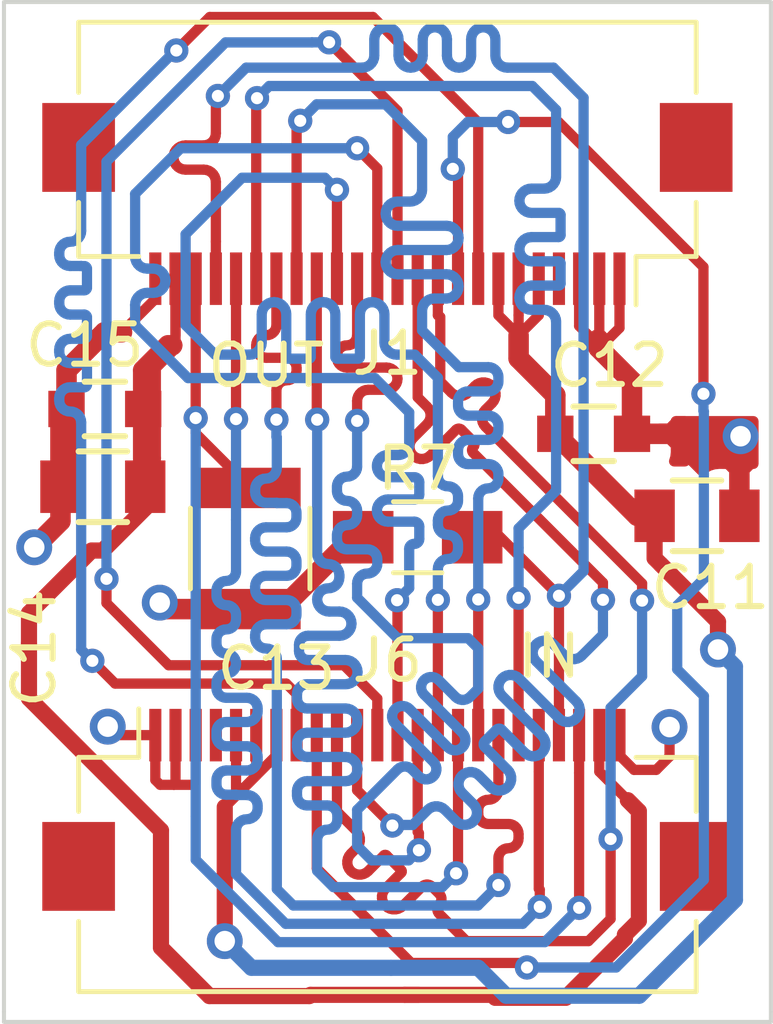
<source format=kicad_pcb>
(kicad_pcb (version 20171130) (host pcbnew 5.1.4+dfsg1-1)
  (layers (0 F.Cu signal) (1 In1.Cu signal) (2 In2.Cu signal) (31 B.Cu signal) (34 B.Paste user) (35 F.Paste user) (36 B.SilkS user) (37 F.SilkS user) (38 B.Mask user) (39 F.Mask user) (44 Edge.Cuts user))
  (net 0 "")
  (net 1 +12V)
  (net 2 FSMC_NE4_CS)
  (net 3 FSMC_RESET)
  (net 4 FSMC_RS)
  (net 5 FSMC_NWE)
  (net 6 FSMC_NOE)
  (net 7 FSMC_D0)
  (net 8 FSMC_D1)
  (net 9 FSMC_D2)
  (net 10 FSMC_D3)
  (net 11 FSMC_D4)
  (net 12 FSMC_D5)
  (net 13 FSMC_D6)
  (net 14 FSMC_D7)
  (net 15 "Net-(C13-Pad1)")
  (net 16 +3V3)
  (net 17 GNDD)
  (net 18 "Net-(J1-Pad21)")
  (module Connect_FFC_FPC:Hirose_FH12-24S-0.5SH_1x24-1MP_P0.50mm_Horizontal (layer F.Cu) (at 94 40)
    (fp_text reference J6 (at 0 -3.7) (layer F.SilkS))
    (fp_text value Conn_01x24_Female)
    (pad MP smd rect (at 7.65 1.4) (size 1.8 2.2) (layers F.Cu F.Paste F.Mask))
    (pad MP smd rect (at -7.65 1.4) (size 1.8 2.2) (layers F.Cu F.Paste F.Mask))
    (pad 1 smd rect (at -5.75 -1.85) (size 0.3 1.3) (layers F.Cu F.Paste F.Mask) (net 17 GNDD))
    (pad 2 smd rect (at -5.25 -1.85) (size 0.3 1.3) (layers F.Cu F.Paste F.Mask) (net 17 GNDD))
    (pad 3 smd rect (at -4.75 -1.85) (size 0.3 1.3) (layers F.Cu F.Paste F.Mask) (net 17 GNDD))
    (pad 4 smd rect (at -4.25 -1.85) (size 0.3 1.3) (layers F.Cu F.Paste F.Mask))
    (pad 5 smd rect (at -3.75 -1.85) (size 0.3 1.3) (layers F.Cu F.Paste F.Mask) (net 16 +3V3))
    (pad 6 smd rect (at -3.25 -1.85) (size 0.3 1.3) (layers F.Cu F.Paste F.Mask) (net 16 +3V3))
    (pad 7 smd rect (at -2.75 -1.85) (size 0.3 1.3) (layers F.Cu F.Paste F.Mask) (net 16 +3V3))
    (pad 8 smd rect (at -2.25 -1.85) (size 0.3 1.3) (layers F.Cu F.Paste F.Mask) (net 2 FSMC_NE4_CS))
    (pad 9 smd rect (at -1.75 -1.85) (size 0.3 1.3) (layers F.Cu F.Paste F.Mask) (net 3 FSMC_RESET))
    (pad 10 smd rect (at -1.25 -1.85) (size 0.3 1.3) (layers F.Cu F.Paste F.Mask) (net 4 FSMC_RS))
    (pad 11 smd rect (at -0.75 -1.85) (size 0.3 1.3) (layers F.Cu F.Paste F.Mask) (net 5 FSMC_NWE))
    (pad 12 smd rect (at -0.25 -1.85) (size 0.3 1.3) (layers F.Cu F.Paste F.Mask) (net 6 FSMC_NOE))
    (pad 13 smd rect (at 0.25 -1.85) (size 0.3 1.3) (layers F.Cu F.Paste F.Mask) (net 7 FSMC_D0))
    (pad 14 smd rect (at 0.75 -1.85) (size 0.3 1.3) (layers F.Cu F.Paste F.Mask) (net 8 FSMC_D1))
    (pad 15 smd rect (at 1.25 -1.85) (size 0.3 1.3) (layers F.Cu F.Paste F.Mask) (net 9 FSMC_D2))
    (pad 16 smd rect (at 1.75 -1.85) (size 0.3 1.3) (layers F.Cu F.Paste F.Mask) (net 10 FSMC_D3))
    (pad 17 smd rect (at 2.25 -1.85) (size 0.3 1.3) (layers F.Cu F.Paste F.Mask) (net 11 FSMC_D4))
    (pad 18 smd rect (at 2.75 -1.85) (size 0.3 1.3) (layers F.Cu F.Paste F.Mask) (net 12 FSMC_D5))
    (pad 19 smd rect (at 3.25 -1.85) (size 0.3 1.3) (layers F.Cu F.Paste F.Mask) (net 13 FSMC_D6))
    (pad 20 smd rect (at 3.75 -1.85) (size 0.3 1.3) (layers F.Cu F.Paste F.Mask) (net 14 FSMC_D7))
    (pad 21 smd rect (at 4.25 -1.85) (size 0.3 1.3) (layers F.Cu F.Paste F.Mask) (net 18 "Net-(J1-Pad21)"))
    (pad 22 smd rect (at 4.75 -1.85) (size 0.3 1.3) (layers F.Cu F.Paste F.Mask) (net 15 "Net-(C13-Pad1)"))
    (pad 23 smd rect (at 5.25 -1.85) (size 0.3 1.3) (layers F.Cu F.Paste F.Mask) (net 1 +12V))
    (pad 24 smd rect (at 5.75 -1.85) (size 0.3 1.3) (layers F.Cu F.Paste F.Mask) (net 17 GNDD))
  )
  (module Resistors_SMD_Addons:R_0805_HandSolder (layer F.Cu) (at 101.67 32.72 180)
    (fp_text reference C11 (at -0.33 -1.78) (layer F.SilkS))
    (fp_text value 10uF)
    (pad 2 smd rect (at 1.05 0 180) (size 1 1.3) (layers F.Cu F.Paste F.Mask) (net 16 +3V3))
    (pad 1 smd rect (at -1.05 0 180) (size 1 1.3) (layers F.Cu F.Paste F.Mask) (net 17 GNDD))
  )
  (module Resistors_SMD_Addons:R_0603_HandSolder (layer F.Cu) (at 99.11 30.69 180)
    (fp_text reference C12 (at -0.39 1.69) (layer F.SilkS))
    (fp_text value 100nF)
    (pad 1 smd rect (at -0.95 0 180) (size 0.9 0.9) (layers F.Cu F.Paste F.Mask) (net 17 GNDD))
    (pad 2 smd rect (at 0.95 0 180) (size 0.9 0.9) (layers F.Cu F.Paste F.Mask) (net 16 +3V3))
  )
  (module Capacitors_SMD:C_1210 (layer F.Cu) (at 90.6 33.53 270)
    (fp_text reference C13 (at 2.97 -0.65 180) (layer F.SilkS))
    (fp_text value CP)
    (pad 2 smd rect (at 1.5 0 270) (size 1 2.5) (layers F.Cu F.Paste F.Mask) (net 17 GNDD))
    (pad 1 smd rect (at -1.5 0 270) (size 1 2.5) (layers F.Cu F.Paste F.Mask) (net 15 "Net-(C13-Pad1)"))
  )
  (module Resistors_SMD_Addons:R_0805_HandSolder (layer F.Cu) (at 86.95 32 180)
    (fp_text reference C14 (at 1.7 -4 90) (layer F.SilkS))
    (fp_text value 10uF)
    (pad 1 smd rect (at -1.05 0 180) (size 1 1.3) (layers F.Cu F.Paste F.Mask) (net 1 +12V))
    (pad 2 smd rect (at 1.05 0 180) (size 1 1.3) (layers F.Cu F.Paste F.Mask) (net 17 GNDD))
  )
  (module Resistors_SMD_Addons:R_0603_HandSolder (layer F.Cu) (at 87 30.075001 180)
    (fp_text reference C15 (at 0.5 1.575001) (layer F.SilkS))
    (fp_text value 100nF)
    (pad 2 smd rect (at 0.95 0 180) (size 0.9 0.9) (layers F.Cu F.Paste F.Mask) (net 17 GNDD))
    (pad 1 smd rect (at -0.95 0 180) (size 0.9 0.9) (layers F.Cu F.Paste F.Mask) (net 1 +12V))
  )
  (module Connect_FFC_FPC:Hirose_FH12-24S-0.5SH_1x24-1MP_P0.50mm_Horizontal (layer F.Cu) (at 94 25 180)
    (fp_text reference J1 (at 0 -3.7) (layer F.SilkS))
    (fp_text value Conn_01x24_Female)
    (pad 24 smd rect (at 5.75 -1.85 180) (size 0.3 1.3) (layers F.Cu F.Paste F.Mask) (net 17 GNDD))
    (pad 23 smd rect (at 5.25 -1.85 180) (size 0.3 1.3) (layers F.Cu F.Paste F.Mask) (net 1 +12V))
    (pad 22 smd rect (at 4.75 -1.85 180) (size 0.3 1.3) (layers F.Cu F.Paste F.Mask) (net 15 "Net-(C13-Pad1)"))
    (pad 21 smd rect (at 4.25 -1.85 180) (size 0.3 1.3) (layers F.Cu F.Paste F.Mask) (net 18 "Net-(J1-Pad21)"))
    (pad 20 smd rect (at 3.75 -1.85 180) (size 0.3 1.3) (layers F.Cu F.Paste F.Mask) (net 14 FSMC_D7))
    (pad 19 smd rect (at 3.25 -1.85 180) (size 0.3 1.3) (layers F.Cu F.Paste F.Mask) (net 13 FSMC_D6))
    (pad 18 smd rect (at 2.75 -1.85 180) (size 0.3 1.3) (layers F.Cu F.Paste F.Mask) (net 12 FSMC_D5))
    (pad 17 smd rect (at 2.25 -1.85 180) (size 0.3 1.3) (layers F.Cu F.Paste F.Mask) (net 11 FSMC_D4))
    (pad 16 smd rect (at 1.75 -1.85 180) (size 0.3 1.3) (layers F.Cu F.Paste F.Mask) (net 10 FSMC_D3))
    (pad 15 smd rect (at 1.25 -1.85 180) (size 0.3 1.3) (layers F.Cu F.Paste F.Mask) (net 9 FSMC_D2))
    (pad 14 smd rect (at 0.75 -1.85 180) (size 0.3 1.3) (layers F.Cu F.Paste F.Mask) (net 8 FSMC_D1))
    (pad 13 smd rect (at 0.25 -1.85 180) (size 0.3 1.3) (layers F.Cu F.Paste F.Mask) (net 7 FSMC_D0))
    (pad 12 smd rect (at -0.25 -1.85 180) (size 0.3 1.3) (layers F.Cu F.Paste F.Mask) (net 6 FSMC_NOE))
    (pad 11 smd rect (at -0.75 -1.85 180) (size 0.3 1.3) (layers F.Cu F.Paste F.Mask) (net 5 FSMC_NWE))
    (pad 10 smd rect (at -1.25 -1.85 180) (size 0.3 1.3) (layers F.Cu F.Paste F.Mask) (net 4 FSMC_RS))
    (pad 9 smd rect (at -1.75 -1.85 180) (size 0.3 1.3) (layers F.Cu F.Paste F.Mask) (net 3 FSMC_RESET))
    (pad 8 smd rect (at -2.25 -1.85 180) (size 0.3 1.3) (layers F.Cu F.Paste F.Mask) (net 2 FSMC_NE4_CS))
    (pad 7 smd rect (at -2.75 -1.85 180) (size 0.3 1.3) (layers F.Cu F.Paste F.Mask) (net 16 +3V3))
    (pad 6 smd rect (at -3.25 -1.85 180) (size 0.3 1.3) (layers F.Cu F.Paste F.Mask) (net 16 +3V3))
    (pad 5 smd rect (at -3.75 -1.85 180) (size 0.3 1.3) (layers F.Cu F.Paste F.Mask) (net 16 +3V3))
    (pad 4 smd rect (at -4.25 -1.85 180) (size 0.3 1.3) (layers F.Cu F.Paste F.Mask))
    (pad 3 smd rect (at -4.75 -1.85 180) (size 0.3 1.3) (layers F.Cu F.Paste F.Mask) (net 17 GNDD))
    (pad 2 smd rect (at -5.25 -1.85 180) (size 0.3 1.3) (layers F.Cu F.Paste F.Mask) (net 17 GNDD))
    (pad 1 smd rect (at -5.75 -1.85 180) (size 0.3 1.3) (layers F.Cu F.Paste F.Mask) (net 17 GNDD))
    (pad MP smd rect (at -7.65 1.4 180) (size 1.8 2.2) (layers F.Cu F.Paste F.Mask))
    (pad MP smd rect (at 7.65 1.4 180) (size 1.8 2.2) (layers F.Cu F.Paste F.Mask))
  )
  (module Resistors_SMD:R_0805_HandSoldering (layer F.Cu) (at 94.75 33.25)
    (fp_text reference R7 (at 0 -1.7) (layer F.SilkS))
    (fp_text value 10K)
    (pad 2 smd rect (at 1.35 0) (size 1.5 1.3) (layers F.Cu F.Paste F.Mask) (net 18 "Net-(J1-Pad21)"))
    (pad 1 smd rect (at -1.35 0) (size 1.5 1.3) (layers F.Cu F.Paste F.Mask) (net 17 GNDD))
  )
  (gr_text IN (at 98 36.2) (layer F.SilkS) (effects (font (size 1 1))))
  (gr_text OUT (at 91 29) (layer F.SilkS) (effects (font (size 1 1))))
  (gr_line (start 84.5 45.25) (end 84.5 45) (layer Edge.Cuts) (width 0.1))
  (gr_line (start 103.5 45.25) (end 84.5 45.25) (layer Edge.Cuts) (width 0.1))
  (gr_line (start 103.5 45) (end 103.5 45.25) (layer Edge.Cuts) (width 0.1))
  (gr_line (start 84.5 45) (end 84.5 20) (layer Edge.Cuts) (width 0.1))
  (gr_line (start 103.5 20) (end 103.5 45) (layer Edge.Cuts) (width 0.1))
  (gr_line (start 84.5 20) (end 103.5 20) (layer Edge.Cuts) (width 0.1))
  (segment (start 99.25 39.054) (end 99.956 39.76) (width 0.254) (layer F.Cu) (net 1))
  (segment (start 99.25 38.15) (end 99.25 39.054) (width 0.254) (layer F.Cu) (net 1))
  (segment (start 88.39 40.509862) (end 85.12 37.239862) (width 0.4) (layer F.Cu) (net 1))
  (segment (start 88.39 43.41) (end 88.39 40.509862) (width 0.4) (layer F.Cu) (net 1))
  (segment (start 92.066001 44.610001) (end 89.590001 44.610001) (width 0.4) (layer F.Cu) (net 1))
  (segment (start 92.096001 44.580001) (end 92.066001 44.610001) (width 0.4) (layer F.Cu) (net 1))
  (segment (start 89.590001 44.610001) (end 88.39 43.41) (width 0.4) (layer F.Cu) (net 1))
  (segment (start 98.489999 44.580001) (end 94.770001 44.580001) (width 0.254) (layer F.Cu) (net 1))
  (segment (start 98.416999 44.653001) (end 99.885 43.185) (width 0.4) (layer F.Cu) (net 1))
  (segment (start 96.673999 44.653001) (end 98.416999 44.653001) (width 0.4) (layer F.Cu) (net 1))
  (segment (start 96.600999 44.580001) (end 96.673999 44.653001) (width 0.4) (layer F.Cu) (net 1))
  (segment (start 94.770001 44.580001) (end 94.430001 44.580001) (width 0.4) (layer F.Cu) (net 1))
  (segment (start 94.430001 44.580001) (end 92.096001 44.580001) (width 0.4) (layer F.Cu) (net 1))
  (segment (start 94.430001 44.580001) (end 96.600999 44.580001) (width 0.4) (layer F.Cu) (net 1))
  (segment (start 99.885 43.185) (end 98.489999 44.580001) (width 0.254) (layer F.Cu) (net 1))
  (segment (start 100.230001 42.745303) (end 100.230001 40.034001) (width 0.4) (layer F.Cu) (net 1))
  (segment (start 100.230001 40.034001) (end 99.956 39.76) (width 0.4) (layer F.Cu) (net 1))
  (segment (start 99.885 43.090304) (end 100.230001 42.745303) (width 0.4) (layer F.Cu) (net 1))
  (segment (start 99.885 43.185) (end 99.885 43.090304) (width 0.4) (layer F.Cu) (net 1))
  (segment (start 86.950001 33.579999) (end 86.670001 33.579999) (width 0.4) (layer F.Cu) (net 1))
  (segment (start 88.19 31.29) (end 88.19 32.34) (width 0.4) (layer F.Cu) (net 1))
  (segment (start 88.19 32.34) (end 86.950001 33.579999) (width 0.4) (layer F.Cu) (net 1))
  (segment (start 86.670001 33.579999) (end 85.12 35.13) (width 0.4) (layer F.Cu) (net 1))
  (segment (start 85.12 35.13) (end 85.12 35.88) (width 0.4) (layer F.Cu) (net 1))
  (segment (start 85.12 37.239862) (end 85.12 35.88) (width 0.4) (layer F.Cu) (net 1))
  (segment (start 88.75 26.85) (end 88.75 28.25) (width 0.254) (layer F.Cu) (net 1))
  (segment (start 88.19 31.29) (end 88.19 29.03299) (width 0.4) (layer F.Cu) (net 1))
  (segment (start 88.75 26.85) (end 88.75 28.47299) (width 0.254) (layer F.Cu) (net 1))
  (segment (start 88.75 28.47299) (end 88.486495 28.736495) (width 0.254) (layer F.Cu) (net 1))
  (segment (start 88.19 29.03299) (end 88.486495 28.736495) (width 0.4) (layer F.Cu) (net 1))
  (segment (start 88.486495 28.736495) (end 88.72299 28.5) (width 0.4) (layer F.Cu) (net 1))
  (segment (start 87.95 31.95) (end 88 32) (width 0.508) (layer F.Cu) (net 1))
  (segment (start 87.95 30.075001) (end 87.95 31.95) (width 0.508) (layer F.Cu) (net 1))
  (segment (start 88.567001 28.5) (end 88.66899 28.5) (width 0.508) (layer F.Cu) (net 1))
  (segment (start 87.95 30.075001) (end 87.95 29.117001) (width 0.508) (layer F.Cu) (net 1))
  (segment (start 87.95 29.117001) (end 88.567001 28.5) (width 0.508) (layer F.Cu) (net 1))
  (via (at 88.77 21.2) (size 0.6) (drill 0.3) (layers F.Cu B.Cu) (net 2))
  (segment (start 96.25 22.98) (end 96.25 26.85) (width 0.254) (layer F.Cu) (net 2))
  (segment (start 93.640999 20.370999) (end 96.25 22.98) (width 0.254) (layer F.Cu) (net 2))
  (segment (start 88.77 21.2) (end 89.599001 20.370999) (width 0.254) (layer F.Cu) (net 2))
  (segment (start 89.599001 20.370999) (end 93.640999 20.370999) (width 0.254) (layer F.Cu) (net 2))
  (segment (start 91.49401 36.87401) (end 87.25401 36.87401) (width 0.254) (layer F.Cu) (net 2))
  (segment (start 91.75 37.13) (end 91.49401 36.87401) (width 0.254) (layer F.Cu) (net 2))
  (segment (start 91.75 38.15) (end 91.75 37.13) (width 0.254) (layer F.Cu) (net 2))
  (segment (start 86.69 36.31) (end 86.44 36.06) (width 0.254) (layer F.Cu) (net 2))
  (segment (start 87.25401 36.87401) (end 86.69 36.31) (width 0.254) (layer F.Cu) (net 2))
  (via (at 86.69 36.31) (size 0.6) (drill 0.3) (layers F.Cu B.Cu) (net 2))
  (segment (start 86.412999 30.409899) (end 86.412999 36.032999) (width 0.254) (layer B.Cu) (net 2))
  (segment (start 86.406181 30.349395) (end 86.412999 30.409899) (width 0.254) (layer B.Cu) (net 2))
  (segment (start 86.386072 30.291926) (end 86.406181 30.349395) (width 0.254) (layer B.Cu) (net 2))
  (segment (start 86.353678 30.240372) (end 86.386072 30.291926) (width 0.254) (layer B.Cu) (net 2))
  (segment (start 86.259071 30.164925) (end 86.310625 30.197319) (width 0.254) (layer B.Cu) (net 2))
  (segment (start 85.896124 29.984071) (end 85.928518 30.035625) (width 0.254) (layer B.Cu) (net 2))
  (segment (start 85.876015 29.926602) (end 85.896124 29.984071) (width 0.254) (layer B.Cu) (net 2))
  (segment (start 85.869198 29.809899) (end 85.869198 29.866099) (width 0.254) (layer B.Cu) (net 2))
  (segment (start 85.896124 29.691926) (end 85.876015 29.749395) (width 0.254) (layer B.Cu) (net 2))
  (segment (start 85.928518 29.640372) (end 85.896124 29.691926) (width 0.254) (layer B.Cu) (net 2))
  (segment (start 85.971571 29.597319) (end 85.928518 29.640372) (width 0.254) (layer B.Cu) (net 2))
  (segment (start 86.412999 36.032999) (end 86.69 36.31) (width 0.254) (layer B.Cu) (net 2))
  (segment (start 86.023125 29.564925) (end 85.971571 29.597319) (width 0.254) (layer B.Cu) (net 2))
  (segment (start 86.023125 30.111072) (end 86.080594 30.131181) (width 0.254) (layer B.Cu) (net 2))
  (segment (start 86.080594 29.544816) (end 86.023125 29.564925) (width 0.254) (layer B.Cu) (net 2))
  (segment (start 86.141098 29.537999) (end 86.080594 29.544816) (width 0.254) (layer B.Cu) (net 2))
  (segment (start 86.5009 29.536196) (end 86.4849 29.537999) (width 0.254) (layer B.Cu) (net 2))
  (segment (start 86.529729 29.522312) (end 86.516097 29.530878) (width 0.254) (layer B.Cu) (net 2))
  (segment (start 86.541114 29.510927) (end 86.529729 29.522312) (width 0.254) (layer B.Cu) (net 2))
  (segment (start 86.4849 29.537999) (end 86.141098 29.537999) (width 0.254) (layer B.Cu) (net 2))
  (segment (start 86.54968 29.497295) (end 86.541114 29.510927) (width 0.254) (layer B.Cu) (net 2))
  (segment (start 86.554998 29.482098) (end 86.54968 29.497295) (width 0.254) (layer B.Cu) (net 2))
  (segment (start 86.5568 29.466099) (end 86.554998 29.482098) (width 0.254) (layer B.Cu) (net 2))
  (segment (start 86.554998 28.993899) (end 86.5568 29.009899) (width 0.254) (layer B.Cu) (net 2))
  (segment (start 86.310625 30.197319) (end 86.353678 30.240372) (width 0.254) (layer B.Cu) (net 2))
  (segment (start 86.080594 27.144816) (end 86.023125 27.164925) (width 0.254) (layer B.Cu) (net 2))
  (segment (start 86.541114 28.96507) (end 86.54968 28.978702) (width 0.254) (layer B.Cu) (net 2))
  (segment (start 86.5568 27.066099) (end 86.554998 27.082098) (width 0.254) (layer B.Cu) (net 2))
  (segment (start 86.5568 26.609899) (end 86.5568 27.066099) (width 0.254) (layer B.Cu) (net 2))
  (segment (start 86.541114 26.56507) (end 86.54968 26.578702) (width 0.254) (layer B.Cu) (net 2))
  (segment (start 86.516097 29.530878) (end 86.5009 29.536196) (width 0.254) (layer B.Cu) (net 2))
  (segment (start 86.4849 27.137999) (end 86.141098 27.137999) (width 0.254) (layer B.Cu) (net 2))
  (segment (start 86.529729 26.553685) (end 86.541114 26.56507) (width 0.254) (layer B.Cu) (net 2))
  (segment (start 85.869198 27.466099) (end 85.876015 27.526602) (width 0.254) (layer B.Cu) (net 2))
  (segment (start 86.5568 27.809899) (end 86.5568 28.266099) (width 0.254) (layer B.Cu) (net 2))
  (segment (start 85.869198 26.206799) (end 85.869198 26.262999) (width 0.254) (layer B.Cu) (net 2))
  (segment (start 86.201602 25.928081) (end 86.080594 25.941716) (width 0.254) (layer B.Cu) (net 2))
  (segment (start 85.869198 28.666099) (end 85.876015 28.726602) (width 0.254) (layer B.Cu) (net 2))
  (segment (start 85.869198 29.866099) (end 85.876015 29.926602) (width 0.254) (layer B.Cu) (net 2))
  (segment (start 86.5009 27.136196) (end 86.4849 27.137999) (width 0.254) (layer B.Cu) (net 2))
  (segment (start 86.080594 26.528081) (end 86.141099 26.534899) (width 0.254) (layer B.Cu) (net 2))
  (segment (start 85.896124 27.291926) (end 85.876015 27.349395) (width 0.254) (layer B.Cu) (net 2))
  (segment (start 85.928518 28.835625) (end 85.971571 28.878678) (width 0.254) (layer B.Cu) (net 2))
  (segment (start 85.876015 29.749395) (end 85.869198 29.809899) (width 0.254) (layer B.Cu) (net 2))
  (segment (start 86.541114 27.76507) (end 86.54968 27.778702) (width 0.254) (layer B.Cu) (net 2))
  (segment (start 86.080594 27.731181) (end 86.141098 27.737999) (width 0.254) (layer B.Cu) (net 2))
  (segment (start 86.353678 25.832525) (end 86.310625 25.875578) (width 0.254) (layer B.Cu) (net 2))
  (segment (start 86.023125 25.961825) (end 85.971571 25.994219) (width 0.254) (layer B.Cu) (net 2))
  (segment (start 86.080594 28.344816) (end 86.023125 28.364925) (width 0.254) (layer B.Cu) (net 2))
  (segment (start 86.529729 27.122312) (end 86.516097 27.130878) (width 0.254) (layer B.Cu) (net 2))
  (segment (start 86.141099 26.534899) (end 86.412999 26.534899) (width 0.254) (layer B.Cu) (net 2))
  (segment (start 86.141098 27.137999) (end 86.080594 27.144816) (width 0.254) (layer B.Cu) (net 2))
  (segment (start 86.554998 27.082098) (end 86.54968 27.097295) (width 0.254) (layer B.Cu) (net 2))
  (segment (start 86.412999 23.537001) (end 86.412999 25.662999) (width 0.254) (layer B.Cu) (net 2))
  (segment (start 86.516097 27.130878) (end 86.5009 27.136196) (width 0.254) (layer B.Cu) (net 2))
  (segment (start 86.080594 25.941716) (end 86.023125 25.961825) (width 0.254) (layer B.Cu) (net 2))
  (segment (start 86.023125 28.364925) (end 85.971571 28.397319) (width 0.254) (layer B.Cu) (net 2))
  (segment (start 85.928518 26.432525) (end 85.971571 26.475578) (width 0.254) (layer B.Cu) (net 2))
  (segment (start 86.554998 27.793899) (end 86.5568 27.809899) (width 0.254) (layer B.Cu) (net 2))
  (segment (start 86.080594 28.931181) (end 86.141098 28.937999) (width 0.254) (layer B.Cu) (net 2))
  (segment (start 88.77 21.2) (end 88.75 21.2) (width 0.254) (layer B.Cu) (net 2))
  (segment (start 86.4849 27.737999) (end 86.5009 27.739801) (width 0.254) (layer B.Cu) (net 2))
  (segment (start 86.259071 25.907972) (end 86.201602 25.928081) (width 0.254) (layer B.Cu) (net 2))
  (segment (start 85.971571 27.197319) (end 85.928518 27.240372) (width 0.254) (layer B.Cu) (net 2))
  (segment (start 86.516097 26.545119) (end 86.529729 26.553685) (width 0.254) (layer B.Cu) (net 2))
  (segment (start 86.54968 28.297295) (end 86.541114 28.310927) (width 0.254) (layer B.Cu) (net 2))
  (segment (start 86.529729 28.322312) (end 86.516097 28.330878) (width 0.254) (layer B.Cu) (net 2))
  (segment (start 86.554998 26.593899) (end 86.5568 26.609899) (width 0.254) (layer B.Cu) (net 2))
  (segment (start 86.023125 27.164925) (end 85.971571 27.197319) (width 0.254) (layer B.Cu) (net 2))
  (segment (start 86.54968 27.097295) (end 86.541114 27.110927) (width 0.254) (layer B.Cu) (net 2))
  (segment (start 86.023125 28.911072) (end 86.080594 28.931181) (width 0.254) (layer B.Cu) (net 2))
  (segment (start 86.412999 26.537999) (end 86.4849 26.537999) (width 0.254) (layer B.Cu) (net 2))
  (segment (start 86.54968 26.578702) (end 86.554998 26.593899) (width 0.254) (layer B.Cu) (net 2))
  (segment (start 86.141098 27.737999) (end 86.4849 27.737999) (width 0.254) (layer B.Cu) (net 2))
  (segment (start 85.928518 28.440372) (end 85.896124 28.491926) (width 0.254) (layer B.Cu) (net 2))
  (segment (start 85.971571 28.397319) (end 85.928518 28.440372) (width 0.254) (layer B.Cu) (net 2))
  (segment (start 86.412999 25.662999) (end 86.406181 25.723502) (width 0.254) (layer B.Cu) (net 2))
  (segment (start 86.554998 28.282098) (end 86.54968 28.297295) (width 0.254) (layer B.Cu) (net 2))
  (segment (start 86.080594 30.131181) (end 86.201602 30.144816) (width 0.254) (layer B.Cu) (net 2))
  (segment (start 85.876015 26.323502) (end 85.896124 26.380971) (width 0.254) (layer B.Cu) (net 2))
  (segment (start 85.869198 26.262999) (end 85.876015 26.323502) (width 0.254) (layer B.Cu) (net 2))
  (segment (start 86.541114 27.110927) (end 86.529729 27.122312) (width 0.254) (layer B.Cu) (net 2))
  (segment (start 85.928518 27.240372) (end 85.896124 27.291926) (width 0.254) (layer B.Cu) (net 2))
  (segment (start 85.971571 28.878678) (end 86.023125 28.911072) (width 0.254) (layer B.Cu) (net 2))
  (segment (start 86.201602 30.144816) (end 86.259071 30.164925) (width 0.254) (layer B.Cu) (net 2))
  (segment (start 85.896124 26.380971) (end 85.928518 26.432525) (width 0.254) (layer B.Cu) (net 2))
  (segment (start 85.971571 26.475578) (end 86.023125 26.507972) (width 0.254) (layer B.Cu) (net 2))
  (segment (start 86.023125 26.507972) (end 86.080594 26.528081) (width 0.254) (layer B.Cu) (net 2))
  (segment (start 85.876015 26.146295) (end 85.869198 26.206799) (width 0.254) (layer B.Cu) (net 2))
  (segment (start 85.876015 27.349395) (end 85.869198 27.409899) (width 0.254) (layer B.Cu) (net 2))
  (segment (start 86.4849 28.337999) (end 86.141098 28.337999) (width 0.254) (layer B.Cu) (net 2))
  (segment (start 85.876015 27.526602) (end 85.896124 27.584071) (width 0.254) (layer B.Cu) (net 2))
  (segment (start 85.896124 27.584071) (end 85.928518 27.635625) (width 0.254) (layer B.Cu) (net 2))
  (segment (start 85.971571 27.678678) (end 86.023125 27.711072) (width 0.254) (layer B.Cu) (net 2))
  (segment (start 85.876015 28.726602) (end 85.896124 28.784071) (width 0.254) (layer B.Cu) (net 2))
  (segment (start 86.54968 27.778702) (end 86.554998 27.793899) (width 0.254) (layer B.Cu) (net 2))
  (segment (start 85.896124 26.088826) (end 85.876015 26.146295) (width 0.254) (layer B.Cu) (net 2))
  (segment (start 85.928518 27.635625) (end 85.971571 27.678678) (width 0.254) (layer B.Cu) (net 2))
  (segment (start 86.023125 27.711072) (end 86.080594 27.731181) (width 0.254) (layer B.Cu) (net 2))
  (segment (start 86.412999 26.534899) (end 86.412999 26.537999) (width 0.254) (layer B.Cu) (net 2))
  (segment (start 86.141098 28.337999) (end 86.080594 28.344816) (width 0.254) (layer B.Cu) (net 2))
  (segment (start 86.4849 26.537999) (end 86.5009 26.539801) (width 0.254) (layer B.Cu) (net 2))
  (segment (start 86.386072 25.780971) (end 86.353678 25.832525) (width 0.254) (layer B.Cu) (net 2))
  (segment (start 85.971571 25.994219) (end 85.928518 26.037272) (width 0.254) (layer B.Cu) (net 2))
  (segment (start 86.4849 28.937999) (end 86.5009 28.939801) (width 0.254) (layer B.Cu) (net 2))
  (segment (start 86.406181 25.723502) (end 86.386072 25.780971) (width 0.254) (layer B.Cu) (net 2))
  (segment (start 85.928518 26.037272) (end 85.896124 26.088826) (width 0.254) (layer B.Cu) (net 2))
  (segment (start 86.5009 27.739801) (end 86.516097 27.745119) (width 0.254) (layer B.Cu) (net 2))
  (segment (start 85.928518 30.035625) (end 85.971571 30.078678) (width 0.254) (layer B.Cu) (net 2))
  (segment (start 86.516097 27.745119) (end 86.529729 27.753685) (width 0.254) (layer B.Cu) (net 2))
  (segment (start 86.529729 27.753685) (end 86.541114 27.76507) (width 0.254) (layer B.Cu) (net 2))
  (segment (start 86.529729 28.953685) (end 86.541114 28.96507) (width 0.254) (layer B.Cu) (net 2))
  (segment (start 86.54968 28.978702) (end 86.554998 28.993899) (width 0.254) (layer B.Cu) (net 2))
  (segment (start 86.5568 28.266099) (end 86.554998 28.282098) (width 0.254) (layer B.Cu) (net 2))
  (segment (start 86.310625 25.875578) (end 86.259071 25.907972) (width 0.254) (layer B.Cu) (net 2))
  (segment (start 86.541114 28.310927) (end 86.529729 28.322312) (width 0.254) (layer B.Cu) (net 2))
  (segment (start 86.516097 28.330878) (end 86.5009 28.336196) (width 0.254) (layer B.Cu) (net 2))
  (segment (start 86.5009 28.336196) (end 86.4849 28.337999) (width 0.254) (layer B.Cu) (net 2))
  (segment (start 86.5009 26.539801) (end 86.516097 26.545119) (width 0.254) (layer B.Cu) (net 2))
  (segment (start 85.896124 28.491926) (end 85.876015 28.549395) (width 0.254) (layer B.Cu) (net 2))
  (segment (start 85.876015 28.549395) (end 85.869198 28.609899) (width 0.254) (layer B.Cu) (net 2))
  (segment (start 86.5568 29.009899) (end 86.5568 29.466099) (width 0.254) (layer B.Cu) (net 2))
  (segment (start 85.869198 28.609899) (end 85.869198 28.666099) (width 0.254) (layer B.Cu) (net 2))
  (segment (start 85.896124 28.784071) (end 85.928518 28.835625) (width 0.254) (layer B.Cu) (net 2))
  (segment (start 88.75 21.2) (end 86.412999 23.537001) (width 0.254) (layer B.Cu) (net 2))
  (segment (start 86.141098 28.937999) (end 86.4849 28.937999) (width 0.254) (layer B.Cu) (net 2))
  (segment (start 85.971571 30.078678) (end 86.023125 30.111072) (width 0.254) (layer B.Cu) (net 2))
  (segment (start 85.869198 27.409899) (end 85.869198 27.466099) (width 0.254) (layer B.Cu) (net 2))
  (segment (start 86.5009 28.939801) (end 86.516097 28.945119) (width 0.254) (layer B.Cu) (net 2))
  (segment (start 86.516097 28.945119) (end 86.529729 28.953685) (width 0.254) (layer B.Cu) (net 2))
  (via (at 95.62 24.13) (size 0.6) (drill 0.3) (layers F.Cu B.Cu) (net 3))
  (segment (start 95.75 26.85) (end 95.75 24.26) (width 0.254) (layer F.Cu) (net 3))
  (segment (start 95.75 24.26) (end 95.62 24.13) (width 0.254) (layer F.Cu) (net 3))
  (segment (start 95.62 24.13) (end 95.62 23.34) (width 0.254) (layer B.Cu) (net 3))
  (via (at 96.99 22.97) (size 0.6) (drill 0.3) (layers F.Cu B.Cu) (net 3))
  (segment (start 95.62 23.34) (end 95.99 22.97) (width 0.254) (layer B.Cu) (net 3))
  (segment (start 95.99 22.97) (end 96.99 22.97) (width 0.254) (layer B.Cu) (net 3))
  (segment (start 96.99 22.97) (end 98.24 22.97) (width 0.254) (layer F.Cu) (net 3))
  (segment (start 98.24 22.97) (end 101.83 26.56) (width 0.254) (layer F.Cu) (net 3))
  (segment (start 101.83 26.56) (end 101.83 29.7) (width 0.254) (layer F.Cu) (net 3))
  (via (at 101.83 29.7) (size 0.6) (drill 0.3) (layers F.Cu B.Cu) (net 3))
  (segment (start 101.84 37.18) (end 101.84 41.73) (width 0.254) (layer B.Cu) (net 3))
  (segment (start 101.18 36.52) (end 101.84 37.18) (width 0.254) (layer B.Cu) (net 3))
  (segment (start 101.83 29.7) (end 101.83 30.124264) (width 0.254) (layer B.Cu) (net 3))
  (segment (start 101.83 30.124264) (end 101.84 30.134264) (width 0.254) (layer B.Cu) (net 3))
  (segment (start 101.84 30.134264) (end 101.84 34.28) (width 0.254) (layer B.Cu) (net 3))
  (segment (start 101.84 34.28) (end 101.18 34.94) (width 0.254) (layer B.Cu) (net 3))
  (segment (start 101.18 34.94) (end 101.18 36.52) (width 0.254) (layer B.Cu) (net 3))
  (segment (start 92.25 38.15) (end 92.25 41.45) (width 0.254) (layer F.Cu) (net 3))
  (via (at 97.458032 43.902) (size 0.6) (drill 0.3) (layers F.Cu B.Cu) (net 3))
  (segment (start 97.346032 43.79) (end 97.458032 43.902) (width 0.254) (layer F.Cu) (net 3))
  (segment (start 94.59 43.79) (end 97.346032 43.79) (width 0.254) (layer F.Cu) (net 3))
  (segment (start 92.25 41.45) (end 94.59 43.79) (width 0.254) (layer F.Cu) (net 3))
  (segment (start 99.668 43.902) (end 100.985 42.585) (width 0.254) (layer B.Cu) (net 3))
  (segment (start 97.458032 43.902) (end 99.668 43.902) (width 0.254) (layer B.Cu) (net 3))
  (segment (start 101.84 41.73) (end 100.985 42.585) (width 0.254) (layer B.Cu) (net 3))
  (segment (start 100.31 36.692067) (end 100.31 34.82) (width 0.254) (layer B.Cu) (net 4))
  (via (at 100.31 34.82) (size 0.6) (drill 0.3) (layers F.Cu B.Cu) (net 4))
  (segment (start 99.53 37.472067) (end 100.31 36.692067) (width 0.254) (layer B.Cu) (net 4))
  (via (at 99.53 40.72) (size 0.6) (drill 0.3) (layers F.Cu B.Cu) (net 4))
  (segment (start 99.53 40.72) (end 99.53 37.472067) (width 0.254) (layer B.Cu) (net 4))
  (segment (start 99.53 42.7) (end 99.53 40.72) (width 0.254) (layer F.Cu) (net 4))
  (segment (start 98.98 43.25) (end 99.53 42.7) (width 0.254) (layer F.Cu) (net 4))
  (segment (start 95.288379 42.578378) (end 95.96 43.25) (width 0.254) (layer F.Cu) (net 4))
  (segment (start 95.238223 42.474228) (end 95.246944 42.512434) (width 0.254) (layer F.Cu) (net 4))
  (segment (start 95.238223 42.43504) (end 95.238223 42.474228) (width 0.254) (layer F.Cu) (net 4))
  (segment (start 95.246944 42.396836) (end 95.238223 42.43504) (width 0.254) (layer F.Cu) (net 4))
  (segment (start 95.263946 42.36153) (end 95.246944 42.396836) (width 0.254) (layer F.Cu) (net 4))
  (segment (start 95.28838 42.330892) (end 95.263946 42.36153) (width 0.254) (layer F.Cu) (net 4))
  (segment (start 95.312812 42.300253) (end 95.28838 42.330892) (width 0.254) (layer F.Cu) (net 4))
  (segment (start 95.338535 42.226742) (end 95.329816 42.264948) (width 0.254) (layer F.Cu) (net 4))
  (segment (start 95.329816 42.14935) (end 95.338535 42.187554) (width 0.254) (layer F.Cu) (net 4))
  (segment (start 95.312813 42.114043) (end 95.329816 42.14935) (width 0.254) (layer F.Cu) (net 4))
  (segment (start 95.96 43.25) (end 98.98 43.25) (width 0.254) (layer F.Cu) (net 4))
  (segment (start 95.288379 42.083404) (end 95.312813 42.114043) (width 0.254) (layer F.Cu) (net 4))
  (segment (start 95.105946 41.900971) (end 95.288379 42.083404) (width 0.254) (layer F.Cu) (net 4))
  (segment (start 94.962608 41.850815) (end 95.001796 41.850815) (width 0.254) (layer F.Cu) (net 4))
  (segment (start 94.924404 41.859536) (end 94.962608 41.850815) (width 0.254) (layer F.Cu) (net 4))
  (segment (start 95.263945 42.54774) (end 95.288379 42.578378) (width 0.254) (layer F.Cu) (net 4))
  (segment (start 94.203069 42.46257) (end 94.269437 42.447422) (width 0.254) (layer F.Cu) (net 4))
  (segment (start 93.954072 42.375442) (end 94.007294 42.417885) (width 0.254) (layer F.Cu) (net 4))
  (segment (start 93.911628 42.32222) (end 93.954072 42.375442) (width 0.254) (layer F.Cu) (net 4))
  (segment (start 93.882091 42.260887) (end 93.911628 42.32222) (width 0.254) (layer F.Cu) (net 4))
  (segment (start 93.20879 41.587585) (end 93.275158 41.602733) (width 0.254) (layer F.Cu) (net 4))
  (segment (start 93.4096 41.587585) (end 93.470933 41.558048) (width 0.254) (layer F.Cu) (net 4))
  (segment (start 93.051791 41.462382) (end 93.094235 41.515605) (width 0.254) (layer F.Cu) (net 4))
  (segment (start 95.338535 42.187554) (end 95.338535 42.226742) (width 0.254) (layer F.Cu) (net 4))
  (segment (start 93.094235 41.515605) (end 93.147457 41.558048) (width 0.254) (layer F.Cu) (net 4))
  (segment (start 93.939991 41.115193) (end 93.951187 41.115193) (width 0.254) (layer F.Cu) (net 4))
  (segment (start 93.022255 41.401049) (end 93.051791 41.462382) (width 0.254) (layer F.Cu) (net 4))
  (segment (start 93.929074 41.117683) (end 93.939991 41.115193) (width 0.254) (layer F.Cu) (net 4))
  (segment (start 94.889097 41.876539) (end 94.924404 41.859536) (width 0.254) (layer F.Cu) (net 4))
  (segment (start 93.022255 41.20024) (end 93.007107 41.266607) (width 0.254) (layer F.Cu) (net 4))
  (segment (start 94.85846 41.900973) (end 94.889097 41.876539) (width 0.254) (layer F.Cu) (net 4))
  (segment (start 93.051791 41.138907) (end 93.022255 41.20024) (width 0.254) (layer F.Cu) (net 4))
  (segment (start 95.329816 42.264948) (end 95.312812 42.300253) (width 0.254) (layer F.Cu) (net 4))
  (segment (start 92.75 40.04) (end 93.23 40.52) (width 0.254) (layer F.Cu) (net 4))
  (segment (start 95.246944 42.512434) (end 95.263945 42.54774) (width 0.254) (layer F.Cu) (net 4))
  (segment (start 94.134995 42.46257) (end 94.203069 42.46257) (width 0.254) (layer F.Cu) (net 4))
  (segment (start 92.75 38.15) (end 92.75 40.04) (width 0.254) (layer F.Cu) (net 4))
  (segment (start 93.272443 40.573222) (end 93.30198 40.634555) (width 0.254) (layer F.Cu) (net 4))
  (segment (start 93.272443 40.896698) (end 93.23 40.94992) (width 0.254) (layer F.Cu) (net 4))
  (segment (start 93.524155 41.515605) (end 93.910235 41.129524) (width 0.254) (layer F.Cu) (net 4))
  (segment (start 93.23 40.52) (end 93.272443 40.573222) (width 0.254) (layer F.Cu) (net 4))
  (segment (start 93.317128 40.700923) (end 93.317128 40.768997) (width 0.254) (layer F.Cu) (net 4))
  (segment (start 94.340155 41.488733) (end 94.347136 41.497486) (width 0.254) (layer F.Cu) (net 4))
  (segment (start 93.911628 41.998744) (end 93.882091 42.060077) (width 0.254) (layer F.Cu) (net 4))
  (segment (start 94.383992 42.375442) (end 94.85846 41.900973) (width 0.254) (layer F.Cu) (net 4))
  (segment (start 93.97219 41.122541) (end 93.980945 41.129523) (width 0.254) (layer F.Cu) (net 4))
  (segment (start 95.001796 41.850815) (end 95.040002 41.859536) (width 0.254) (layer F.Cu) (net 4))
  (segment (start 94.354484 41.518489) (end 94.354484 41.529685) (width 0.254) (layer F.Cu) (net 4))
  (segment (start 93.343232 41.602733) (end 93.4096 41.587585) (width 0.254) (layer F.Cu) (net 4))
  (segment (start 93.30198 40.634555) (end 93.317128 40.700923) (width 0.254) (layer F.Cu) (net 4))
  (segment (start 93.866943 42.194519) (end 93.882091 42.260887) (width 0.254) (layer F.Cu) (net 4))
  (segment (start 93.23 40.94992) (end 93.094235 41.085684) (width 0.254) (layer F.Cu) (net 4))
  (segment (start 94.340155 41.559443) (end 94.304797 41.594797) (width 0.254) (layer F.Cu) (net 4))
  (segment (start 93.317128 40.768997) (end 93.30198 40.835365) (width 0.254) (layer F.Cu) (net 4))
  (segment (start 93.094235 41.085684) (end 93.051791 41.138907) (width 0.254) (layer F.Cu) (net 4))
  (segment (start 95.075307 41.876538) (end 95.105946 41.900971) (width 0.254) (layer F.Cu) (net 4))
  (segment (start 94.351994 41.540602) (end 94.347136 41.55069) (width 0.254) (layer F.Cu) (net 4))
  (segment (start 93.470933 41.558048) (end 93.524155 41.515605) (width 0.254) (layer F.Cu) (net 4))
  (segment (start 94.007294 42.417885) (end 94.068627 42.447422) (width 0.254) (layer F.Cu) (net 4))
  (segment (start 93.910235 41.129524) (end 93.918988 41.122542) (width 0.254) (layer F.Cu) (net 4))
  (segment (start 94.068627 42.447422) (end 94.134995 42.46257) (width 0.254) (layer F.Cu) (net 4))
  (segment (start 93.147457 41.558048) (end 93.20879 41.587585) (width 0.254) (layer F.Cu) (net 4))
  (segment (start 93.30198 40.835365) (end 93.272443 40.896698) (width 0.254) (layer F.Cu) (net 4))
  (segment (start 93.918988 41.122542) (end 93.929074 41.117683) (width 0.254) (layer F.Cu) (net 4))
  (segment (start 94.304797 41.594797) (end 93.954072 41.945521) (width 0.254) (layer F.Cu) (net 4))
  (segment (start 94.269437 42.447422) (end 94.33077 42.417885) (width 0.254) (layer F.Cu) (net 4))
  (segment (start 93.951187 41.115193) (end 93.962102 41.117683) (width 0.254) (layer F.Cu) (net 4))
  (segment (start 94.33077 42.417885) (end 94.383992 42.375442) (width 0.254) (layer F.Cu) (net 4))
  (segment (start 93.962102 41.117683) (end 93.97219 41.122541) (width 0.254) (layer F.Cu) (net 4))
  (segment (start 93.275158 41.602733) (end 93.343232 41.602733) (width 0.254) (layer F.Cu) (net 4))
  (segment (start 93.866943 42.126445) (end 93.866943 42.194519) (width 0.254) (layer F.Cu) (net 4))
  (segment (start 93.980945 41.129523) (end 94.340155 41.488733) (width 0.254) (layer F.Cu) (net 4))
  (segment (start 93.954072 41.945521) (end 93.911628 41.998744) (width 0.254) (layer F.Cu) (net 4))
  (segment (start 93.007107 41.266607) (end 93.007107 41.334682) (width 0.254) (layer F.Cu) (net 4))
  (segment (start 94.347136 41.497486) (end 94.351994 41.507574) (width 0.254) (layer F.Cu) (net 4))
  (segment (start 93.882091 42.060077) (end 93.866943 42.126445) (width 0.254) (layer F.Cu) (net 4))
  (segment (start 93.007107 41.334682) (end 93.022255 41.401049) (width 0.254) (layer F.Cu) (net 4))
  (segment (start 94.351994 41.507574) (end 94.354484 41.518489) (width 0.254) (layer F.Cu) (net 4))
  (segment (start 95.040002 41.859536) (end 95.075307 41.876538) (width 0.254) (layer F.Cu) (net 4))
  (segment (start 94.354484 41.529685) (end 94.351994 41.540602) (width 0.254) (layer F.Cu) (net 4))
  (segment (start 94.347136 41.55069) (end 94.340155 41.559443) (width 0.254) (layer F.Cu) (net 4))
  (segment (start 96.359625 30.403346) (end 96.388773 30.463872) (width 0.254) (layer F.Cu) (net 4))
  (segment (start 96.344676 30.337851) (end 96.359625 30.403346) (width 0.254) (layer F.Cu) (net 4))
  (segment (start 96.344676 30.270673) (end 96.344676 30.337851) (width 0.254) (layer F.Cu) (net 4))
  (segment (start 96.388774 30.144654) (end 96.359625 30.205178) (width 0.254) (layer F.Cu) (net 4))
  (segment (start 96.430659 30.092131) (end 96.388774 30.144654) (width 0.254) (layer F.Cu) (net 4))
  (segment (start 96.592332 29.930457) (end 96.430659 30.092131) (width 0.254) (layer F.Cu) (net 4))
  (segment (start 96.634217 29.877934) (end 96.592332 29.930457) (width 0.254) (layer F.Cu) (net 4))
  (segment (start 96.663365 29.817409) (end 96.634217 29.877934) (width 0.254) (layer F.Cu) (net 4))
  (segment (start 96.678313 29.751914) (end 96.663365 29.817409) (width 0.254) (layer F.Cu) (net 4))
  (segment (start 96.663364 29.619241) (end 96.678314 29.684736) (width 0.254) (layer F.Cu) (net 4))
  (segment (start 95.69518 29.7389) (end 95.760673 29.753848) (width 0.254) (layer F.Cu) (net 4))
  (segment (start 100.31 34.395736) (end 100.31 34.82) (width 0.254) (layer F.Cu) (net 4))
  (segment (start 96.168068 29.506193) (end 96.220591 29.464308) (width 0.254) (layer F.Cu) (net 4))
  (segment (start 96.678314 29.684736) (end 96.678313 29.751914) (width 0.254) (layer F.Cu) (net 4))
  (segment (start 95.634653 29.709752) (end 95.69518 29.7389) (width 0.254) (layer F.Cu) (net 4))
  (segment (start 96.359625 30.205178) (end 96.344676 30.270673) (width 0.254) (layer F.Cu) (net 4))
  (segment (start 95.582132 29.667868) (end 95.634653 29.709752) (width 0.254) (layer F.Cu) (net 4))
  (segment (start 95.760673 29.753848) (end 95.827853 29.753849) (width 0.254) (layer F.Cu) (net 4))
  (segment (start 95.257601 27.761601) (end 95.272999 27.761601) (width 0.254) (layer F.Cu) (net 4))
  (segment (start 95.31 29.395736) (end 95.582132 29.667868) (width 0.254) (layer F.Cu) (net 4))
  (segment (start 96.006396 29.667868) (end 96.168068 29.506193) (width 0.254) (layer F.Cu) (net 4))
  (segment (start 96.539811 29.464309) (end 96.592332 29.506193) (width 0.254) (layer F.Cu) (net 4))
  (segment (start 95.272999 27.761601) (end 95.31 27.798602) (width 0.254) (layer F.Cu) (net 4))
  (segment (start 96.388773 30.463872) (end 96.43066 30.516396) (width 0.254) (layer F.Cu) (net 4))
  (segment (start 96.346612 29.420212) (end 96.41379 29.420212) (width 0.254) (layer F.Cu) (net 4))
  (segment (start 95.827853 29.753849) (end 95.893346 29.738899) (width 0.254) (layer F.Cu) (net 4))
  (segment (start 96.41379 29.420212) (end 96.479285 29.435161) (width 0.254) (layer F.Cu) (net 4))
  (segment (start 96.479285 29.435161) (end 96.539811 29.464309) (width 0.254) (layer F.Cu) (net 4))
  (segment (start 95.25 27.754) (end 95.257601 27.761601) (width 0.254) (layer F.Cu) (net 4))
  (segment (start 96.220591 29.464308) (end 96.281117 29.435161) (width 0.254) (layer F.Cu) (net 4))
  (segment (start 96.281117 29.435161) (end 96.346612 29.420212) (width 0.254) (layer F.Cu) (net 4))
  (segment (start 95.25 26.85) (end 95.25 27.754) (width 0.254) (layer F.Cu) (net 4))
  (segment (start 95.31 27.798602) (end 95.31 29.395736) (width 0.254) (layer F.Cu) (net 4))
  (segment (start 96.43066 30.516396) (end 100.31 34.395736) (width 0.254) (layer F.Cu) (net 4))
  (segment (start 95.893346 29.738899) (end 95.953873 29.709753) (width 0.254) (layer F.Cu) (net 4))
  (segment (start 95.953873 29.709753) (end 96.006396 29.667868) (width 0.254) (layer F.Cu) (net 4))
  (segment (start 96.592332 29.506193) (end 96.634218 29.558716) (width 0.254) (layer F.Cu) (net 4))
  (segment (start 96.634218 29.558716) (end 96.663364 29.619241) (width 0.254) (layer F.Cu) (net 4))
  (via (at 94.123 40.387963) (size 0.6) (drill 0.3) (layers F.Cu B.Cu) (net 5))
  (segment (start 93.25 38.15) (end 93.25 39.514963) (width 0.254) (layer F.Cu) (net 5))
  (segment (start 93.25 39.514963) (end 94.123 40.387963) (width 0.254) (layer F.Cu) (net 5))
  (via (at 99.34 34.8) (size 0.6) (drill 0.3) (layers F.Cu B.Cu) (net 5))
  (segment (start 98.818375 36.181628) (end 99.34 35.66) (width 0.254) (layer B.Cu) (net 5))
  (segment (start 98.765854 36.223512) (end 98.818375 36.181628) (width 0.254) (layer B.Cu) (net 5))
  (segment (start 98.705328 36.25266) (end 98.765854 36.223512) (width 0.254) (layer B.Cu) (net 5))
  (segment (start 98.639833 36.26761) (end 98.705328 36.25266) (width 0.254) (layer B.Cu) (net 5))
  (segment (start 98.572655 36.267609) (end 98.639833 36.26761) (width 0.254) (layer B.Cu) (net 5))
  (segment (start 97.865547 35.812803) (end 97.932725 35.812804) (width 0.254) (layer B.Cu) (net 5))
  (segment (start 97.800052 35.827753) (end 97.865547 35.812803) (width 0.254) (layer B.Cu) (net 5))
  (segment (start 97.739527 35.856899) (end 97.800052 35.827753) (width 0.254) (layer B.Cu) (net 5))
  (segment (start 98.50716 36.252661) (end 98.572655 36.267609) (width 0.254) (layer B.Cu) (net 5))
  (segment (start 97.687004 35.898784) (end 97.739527 35.856899) (width 0.254) (layer B.Cu) (net 5))
  (segment (start 98.446634 36.223513) (end 98.50716 36.252661) (width 0.254) (layer B.Cu) (net 5))
  (segment (start 97.645118 35.951307) (end 97.687004 35.898784) (width 0.254) (layer B.Cu) (net 5))
  (segment (start 98.111268 35.898785) (end 98.394111 36.181628) (width 0.254) (layer B.Cu) (net 5))
  (segment (start 97.601022 36.077326) (end 97.61597 36.011833) (width 0.254) (layer B.Cu) (net 5))
  (segment (start 98.058745 35.8569) (end 98.111268 35.898785) (width 0.254) (layer B.Cu) (net 5))
  (segment (start 97.601021 36.144506) (end 97.601022 36.077326) (width 0.254) (layer B.Cu) (net 5))
  (segment (start 97.99822 35.827752) (end 98.058745 35.8569) (width 0.254) (layer B.Cu) (net 5))
  (segment (start 97.615971 36.209999) (end 97.601021 36.144506) (width 0.254) (layer B.Cu) (net 5))
  (segment (start 97.932725 35.812804) (end 97.99822 35.827752) (width 0.254) (layer B.Cu) (net 5))
  (segment (start 97.645119 36.270525) (end 97.615971 36.209999) (width 0.254) (layer B.Cu) (net 5))
  (segment (start 97.687004 36.323048) (end 97.645119 36.270525) (width 0.254) (layer B.Cu) (net 5))
  (segment (start 98.676952 37.312995) (end 97.687004 36.323048) (width 0.254) (layer B.Cu) (net 5))
  (segment (start 99.34 35.66) (end 99.34 35.492185) (width 0.254) (layer B.Cu) (net 5))
  (segment (start 98.747984 37.426044) (end 98.718837 37.365518) (width 0.254) (layer B.Cu) (net 5))
  (segment (start 98.762933 37.491538) (end 98.747984 37.426044) (width 0.254) (layer B.Cu) (net 5))
  (segment (start 98.762933 37.558717) (end 98.762933 37.491538) (width 0.254) (layer B.Cu) (net 5))
  (segment (start 98.747984 37.624211) (end 98.762933 37.558717) (width 0.254) (layer B.Cu) (net 5))
  (segment (start 98.431231 37.823242) (end 98.49841 37.823242) (width 0.254) (layer B.Cu) (net 5))
  (segment (start 97.210218 36.705427) (end 97.262741 36.747312) (width 0.254) (layer B.Cu) (net 5))
  (segment (start 97.149693 36.676279) (end 97.210218 36.705427) (width 0.254) (layer B.Cu) (net 5))
  (segment (start 97.084198 36.661331) (end 97.149693 36.676279) (width 0.254) (layer B.Cu) (net 5))
  (segment (start 97.01702 36.66133) (end 97.084198 36.661331) (width 0.254) (layer B.Cu) (net 5))
  (segment (start 96.951525 36.67628) (end 97.01702 36.66133) (width 0.254) (layer B.Cu) (net 5))
  (segment (start 96.159743 39.080439) (end 96.220269 39.109586) (width 0.254) (layer B.Cu) (net 5))
  (segment (start 98.394111 36.181628) (end 98.446634 36.223513) (width 0.254) (layer B.Cu) (net 5))
  (segment (start 97.61597 36.011833) (end 97.645118 35.951307) (width 0.254) (layer B.Cu) (net 5))
  (segment (start 95.952828 40.368824) (end 96.018322 40.353875) (width 0.254) (layer B.Cu) (net 5))
  (segment (start 96.555634 39.434314) (end 96.608157 39.476199) (width 0.254) (layer B.Cu) (net 5))
  (segment (start 96.272792 39.151472) (end 96.555634 39.434314) (width 0.254) (layer B.Cu) (net 5))
  (segment (start 95.806642 39.523211) (end 95.777494 39.462685) (width 0.254) (layer B.Cu) (net 5))
  (segment (start 95.707106 40.282842) (end 95.759629 40.324727) (width 0.254) (layer B.Cu) (net 5))
  (segment (start 95.806642 39.203992) (end 95.848528 39.151471) (width 0.254) (layer B.Cu) (net 5))
  (segment (start 97.05093 39.123098) (end 97.021783 39.062572) (width 0.254) (layer B.Cu) (net 5))
  (segment (start 96.173255 40.230319) (end 96.202402 40.169793) (width 0.254) (layer B.Cu) (net 5))
  (segment (start 98.676952 37.73726) (end 98.718837 37.684737) (width 0.254) (layer B.Cu) (net 5))
  (segment (start 95.245721 39.914018) (end 95.311215 39.928967) (width 0.254) (layer B.Cu) (net 5))
  (segment (start 95.311215 39.928967) (end 95.371741 39.958114) (width 0.254) (layer B.Cu) (net 5))
  (segment (start 94.123 40.387963) (end 94.137964 40.372999) (width 0.254) (layer B.Cu) (net 5))
  (segment (start 95.90105 39.109586) (end 95.961576 39.080439) (width 0.254) (layer B.Cu) (net 5))
  (segment (start 96.385552 38.384853) (end 96.385553 38.362459) (width 0.254) (layer B.Cu) (net 5))
  (segment (start 95.759629 40.324727) (end 95.820155 40.353875) (width 0.254) (layer B.Cu) (net 5))
  (segment (start 96.390535 38.406684) (end 96.385552 38.384853) (width 0.254) (layer B.Cu) (net 5))
  (segment (start 96.173255 39.9111) (end 96.13137 39.858577) (width 0.254) (layer B.Cu) (net 5))
  (segment (start 96.668683 39.505347) (end 96.734177 39.520296) (width 0.254) (layer B.Cu) (net 5))
  (segment (start 94.137964 40.372999) (end 94.627001 40.372999) (width 0.254) (layer B.Cu) (net 5))
  (segment (start 96.018322 40.353875) (end 96.078848 40.324727) (width 0.254) (layer B.Cu) (net 5))
  (segment (start 95.052522 39.958114) (end 95.113048 39.928967) (width 0.254) (layer B.Cu) (net 5))
  (segment (start 97.914406 38.340065) (end 97.899457 38.274571) (width 0.254) (layer B.Cu) (net 5))
  (segment (start 96.86685 39.505347) (end 96.927376 39.476199) (width 0.254) (layer B.Cu) (net 5))
  (segment (start 96.13137 40.282842) (end 96.173255 40.230319) (width 0.254) (layer B.Cu) (net 5))
  (segment (start 96.220269 39.109586) (end 96.272792 39.151472) (width 0.254) (layer B.Cu) (net 5))
  (segment (start 96.801356 39.520296) (end 96.86685 39.505347) (width 0.254) (layer B.Cu) (net 5))
  (segment (start 99.34 35.492185) (end 99.34 34.8) (width 0.254) (layer B.Cu) (net 5))
  (segment (start 98.718837 37.365518) (end 98.676952 37.312995) (width 0.254) (layer B.Cu) (net 5))
  (segment (start 94.627001 40.372999) (end 95 40) (width 0.254) (layer B.Cu) (net 5))
  (segment (start 96.385553 38.362459) (end 96.390535 38.340628) (width 0.254) (layer B.Cu) (net 5))
  (segment (start 95.820155 40.353875) (end 95.885649 40.368824) (width 0.254) (layer B.Cu) (net 5))
  (segment (start 96.734177 39.520296) (end 96.801356 39.520296) (width 0.254) (layer B.Cu) (net 5))
  (segment (start 96.13137 39.858577) (end 95.848527 39.575734) (width 0.254) (layer B.Cu) (net 5))
  (segment (start 95.762545 39.330012) (end 95.777494 39.264518) (width 0.254) (layer B.Cu) (net 5))
  (segment (start 97.065879 39.255771) (end 97.065879 39.188592) (width 0.254) (layer B.Cu) (net 5))
  (segment (start 96.608157 39.476199) (end 96.668683 39.505347) (width 0.254) (layer B.Cu) (net 5))
  (segment (start 97.021783 39.062572) (end 96.979898 39.010049) (width 0.254) (layer B.Cu) (net 5))
  (segment (start 95.848528 39.151471) (end 95.848528 39.151472) (width 0.254) (layer B.Cu) (net 5))
  (segment (start 95.424264 40) (end 95.707106 40.282842) (width 0.254) (layer B.Cu) (net 5))
  (segment (start 95.777494 39.462685) (end 95.762545 39.397191) (width 0.254) (layer B.Cu) (net 5))
  (segment (start 97.51721 38.65682) (end 97.582704 38.671769) (width 0.254) (layer B.Cu) (net 5))
  (segment (start 95.371741 39.958114) (end 95.424264 40) (width 0.254) (layer B.Cu) (net 5))
  (segment (start 98.563904 37.808293) (end 98.62443 37.779145) (width 0.254) (layer B.Cu) (net 5))
  (segment (start 96.767443 36.86036) (end 96.796591 36.799834) (width 0.254) (layer B.Cu) (net 5))
  (segment (start 98.718837 37.684737) (end 98.747984 37.624211) (width 0.254) (layer B.Cu) (net 5))
  (segment (start 95.885649 40.368824) (end 95.952828 40.368824) (width 0.254) (layer B.Cu) (net 5))
  (segment (start 98.49841 37.823242) (end 98.563904 37.808293) (width 0.254) (layer B.Cu) (net 5))
  (segment (start 96.752495 36.925853) (end 96.767443 36.86036) (width 0.254) (layer B.Cu) (net 5))
  (segment (start 95 40) (end 95.052522 39.958114) (width 0.254) (layer B.Cu) (net 5))
  (segment (start 97.456684 38.627672) (end 97.51721 38.65682) (width 0.254) (layer B.Cu) (net 5))
  (segment (start 95.777494 39.264518) (end 95.806642 39.203992) (width 0.254) (layer B.Cu) (net 5))
  (segment (start 97.065879 39.188592) (end 97.05093 39.123098) (width 0.254) (layer B.Cu) (net 5))
  (segment (start 97.828425 38.585787) (end 97.87031 38.533264) (width 0.254) (layer B.Cu) (net 5))
  (segment (start 95.961576 39.080439) (end 96.02707 39.06549) (width 0.254) (layer B.Cu) (net 5))
  (segment (start 96.217351 40.03712) (end 96.202402 39.971626) (width 0.254) (layer B.Cu) (net 5))
  (segment (start 98.62443 37.779145) (end 98.676952 37.73726) (width 0.254) (layer B.Cu) (net 5))
  (segment (start 96.796591 36.799834) (end 96.838477 36.747311) (width 0.254) (layer B.Cu) (net 5))
  (segment (start 96.927376 39.476199) (end 96.979898 39.434314) (width 0.254) (layer B.Cu) (net 5))
  (segment (start 96.979898 39.434314) (end 97.021783 39.381791) (width 0.254) (layer B.Cu) (net 5))
  (segment (start 97.021783 39.381791) (end 97.05093 39.321265) (width 0.254) (layer B.Cu) (net 5))
  (segment (start 95.762545 39.397191) (end 95.762545 39.330012) (width 0.254) (layer B.Cu) (net 5))
  (segment (start 97.05093 39.321265) (end 97.065879 39.255771) (width 0.254) (layer B.Cu) (net 5))
  (segment (start 95.848528 39.151472) (end 95.90105 39.109586) (width 0.254) (layer B.Cu) (net 5))
  (segment (start 96.979898 39.010049) (end 96.414214 38.444366) (width 0.254) (layer B.Cu) (net 5))
  (segment (start 96.02707 39.06549) (end 96.094249 39.06549) (width 0.254) (layer B.Cu) (net 5))
  (segment (start 96.202402 39.971626) (end 96.173255 39.9111) (width 0.254) (layer B.Cu) (net 5))
  (segment (start 97.87031 38.533264) (end 97.899457 38.472738) (width 0.254) (layer B.Cu) (net 5))
  (segment (start 95.113048 39.928967) (end 95.178542 39.914018) (width 0.254) (layer B.Cu) (net 5))
  (segment (start 96.414214 38.444366) (end 96.400252 38.426858) (width 0.254) (layer B.Cu) (net 5))
  (segment (start 96.752494 36.993033) (end 96.752495 36.925853) (width 0.254) (layer B.Cu) (net 5))
  (segment (start 96.400252 38.426858) (end 96.390535 38.406684) (width 0.254) (layer B.Cu) (net 5))
  (segment (start 96.390535 38.340628) (end 96.400252 38.320452) (width 0.254) (layer B.Cu) (net 5))
  (segment (start 96.400252 38.320452) (end 96.414214 38.302944) (width 0.254) (layer B.Cu) (net 5))
  (segment (start 96.414214 38.302944) (end 96.697056 38.020103) (width 0.254) (layer B.Cu) (net 5))
  (segment (start 96.697056 38.020103) (end 96.714564 38.006141) (width 0.254) (layer B.Cu) (net 5))
  (segment (start 96.714564 38.006141) (end 96.73474 37.996424) (width 0.254) (layer B.Cu) (net 5))
  (segment (start 96.73474 37.996424) (end 96.756571 37.991441) (width 0.254) (layer B.Cu) (net 5))
  (segment (start 96.756571 37.991441) (end 96.778963 37.991442) (width 0.254) (layer B.Cu) (net 5))
  (segment (start 96.778963 37.991442) (end 96.800796 37.996424) (width 0.254) (layer B.Cu) (net 5))
  (segment (start 96.838477 36.747311) (end 96.891 36.705426) (width 0.254) (layer B.Cu) (net 5))
  (segment (start 96.800796 37.996424) (end 96.82097 38.006141) (width 0.254) (layer B.Cu) (net 5))
  (segment (start 95.848527 39.575734) (end 95.806642 39.523211) (width 0.254) (layer B.Cu) (net 5))
  (segment (start 96.891 36.705426) (end 96.951525 36.67628) (width 0.254) (layer B.Cu) (net 5))
  (segment (start 96.82097 38.006141) (end 96.838478 38.020103) (width 0.254) (layer B.Cu) (net 5))
  (segment (start 96.838478 38.020103) (end 97.404161 38.585787) (width 0.254) (layer B.Cu) (net 5))
  (segment (start 97.404161 38.585787) (end 97.456684 38.627672) (width 0.254) (layer B.Cu) (net 5))
  (segment (start 97.582704 38.671769) (end 97.649883 38.671769) (width 0.254) (layer B.Cu) (net 5))
  (segment (start 96.202402 40.169793) (end 96.217351 40.104299) (width 0.254) (layer B.Cu) (net 5))
  (segment (start 97.649883 38.671769) (end 97.715377 38.65682) (width 0.254) (layer B.Cu) (net 5))
  (segment (start 97.715377 38.65682) (end 97.775903 38.627672) (width 0.254) (layer B.Cu) (net 5))
  (segment (start 95.178542 39.914018) (end 95.245721 39.914018) (width 0.254) (layer B.Cu) (net 5))
  (segment (start 97.775903 38.627672) (end 97.828425 38.585787) (width 0.254) (layer B.Cu) (net 5))
  (segment (start 96.094249 39.06549) (end 96.159743 39.080439) (width 0.254) (layer B.Cu) (net 5))
  (segment (start 97.899457 38.472738) (end 97.914406 38.407244) (width 0.254) (layer B.Cu) (net 5))
  (segment (start 97.914406 38.407244) (end 97.914406 38.340065) (width 0.254) (layer B.Cu) (net 5))
  (segment (start 96.217351 40.104299) (end 96.217351 40.03712) (width 0.254) (layer B.Cu) (net 5))
  (segment (start 97.899457 38.274571) (end 97.87031 38.214045) (width 0.254) (layer B.Cu) (net 5))
  (segment (start 97.87031 38.214045) (end 97.828425 38.161522) (width 0.254) (layer B.Cu) (net 5))
  (segment (start 97.262741 36.747312) (end 98.252688 37.73726) (width 0.254) (layer B.Cu) (net 5))
  (segment (start 97.828425 38.161522) (end 96.838477 37.171575) (width 0.254) (layer B.Cu) (net 5))
  (segment (start 98.252688 37.73726) (end 98.305211 37.779145) (width 0.254) (layer B.Cu) (net 5))
  (segment (start 96.078848 40.324727) (end 96.13137 40.282842) (width 0.254) (layer B.Cu) (net 5))
  (segment (start 96.838477 37.171575) (end 96.796592 37.119052) (width 0.254) (layer B.Cu) (net 5))
  (segment (start 98.305211 37.779145) (end 98.365737 37.808293) (width 0.254) (layer B.Cu) (net 5))
  (segment (start 96.796592 37.119052) (end 96.767444 37.058526) (width 0.254) (layer B.Cu) (net 5))
  (segment (start 98.365737 37.808293) (end 98.431231 37.823242) (width 0.254) (layer B.Cu) (net 5))
  (segment (start 96.767444 37.058526) (end 96.752494 36.993033) (width 0.254) (layer B.Cu) (net 5))
  (segment (start 99.34 34.375736) (end 99.34 34.8) (width 0.254) (layer F.Cu) (net 5))
  (segment (start 96.394741 31.430477) (end 99.34 34.375736) (width 0.254) (layer F.Cu) (net 5))
  (segment (start 96.127641 31.163376) (end 96.394741 31.430477) (width 0.254) (layer F.Cu) (net 5))
  (segment (start 94.883232 31.312733) (end 94.9496 31.297585) (width 0.254) (layer F.Cu) (net 5))
  (segment (start 94.687457 31.268048) (end 94.74879 31.297585) (width 0.254) (layer F.Cu) (net 5))
  (segment (start 95.779627 30.563374) (end 95.80146 30.568358) (width 0.254) (layer F.Cu) (net 5))
  (segment (start 94.74879 31.297585) (end 94.815158 31.312733) (width 0.254) (layer F.Cu) (net 5))
  (segment (start 94.982132 30.447788) (end 94.634235 30.795684) (width 0.254) (layer F.Cu) (net 5))
  (segment (start 94.562255 30.91024) (end 94.547107 30.976607) (width 0.254) (layer F.Cu) (net 5))
  (segment (start 95.010933 31.268048) (end 95.064155 31.225605) (width 0.254) (layer F.Cu) (net 5))
  (segment (start 95.821634 30.578073) (end 95.839142 30.592035) (width 0.254) (layer F.Cu) (net 5))
  (segment (start 94.815158 31.312733) (end 94.883232 31.312733) (width 0.254) (layer F.Cu) (net 5))
  (segment (start 94.547107 31.044682) (end 94.562255 31.111049) (width 0.254) (layer F.Cu) (net 5))
  (segment (start 95.054112 30.333233) (end 95.024575 30.394566) (width 0.254) (layer F.Cu) (net 5))
  (segment (start 95.054112 30.132423) (end 95.06926 30.198791) (width 0.254) (layer F.Cu) (net 5))
  (segment (start 96.15132 30.984274) (end 96.141603 31.004448) (width 0.254) (layer F.Cu) (net 5))
  (segment (start 94.591791 30.848907) (end 94.562255 30.91024) (width 0.254) (layer F.Cu) (net 5))
  (segment (start 95.715228 30.578073) (end 95.735404 30.568358) (width 0.254) (layer F.Cu) (net 5))
  (segment (start 95.06926 30.266865) (end 95.054112 30.333233) (width 0.254) (layer F.Cu) (net 5))
  (segment (start 94.75 29.785736) (end 94.982132 30.017868) (width 0.254) (layer F.Cu) (net 5))
  (segment (start 94.634235 31.225605) (end 94.687457 31.268048) (width 0.254) (layer F.Cu) (net 5))
  (segment (start 94.75 26.85) (end 94.75 29.785736) (width 0.254) (layer F.Cu) (net 5))
  (segment (start 94.9496 31.297585) (end 95.010933 31.268048) (width 0.254) (layer F.Cu) (net 5))
  (segment (start 95.06926 30.198791) (end 95.06926 30.266865) (width 0.254) (layer F.Cu) (net 5))
  (segment (start 95.024575 30.394566) (end 94.982132 30.447788) (width 0.254) (layer F.Cu) (net 5))
  (segment (start 94.591791 31.172382) (end 94.634235 31.225605) (width 0.254) (layer F.Cu) (net 5))
  (segment (start 96.141603 30.898042) (end 96.15132 30.918218) (width 0.254) (layer F.Cu) (net 5))
  (segment (start 96.098981 31.103863) (end 96.103964 31.125694) (width 0.254) (layer F.Cu) (net 5))
  (segment (start 95.697722 30.592037) (end 95.715228 30.578073) (width 0.254) (layer F.Cu) (net 5))
  (segment (start 95.735404 30.568358) (end 95.757235 30.563375) (width 0.254) (layer F.Cu) (net 5))
  (segment (start 94.634235 30.795684) (end 94.591791 30.848907) (width 0.254) (layer F.Cu) (net 5))
  (segment (start 96.103964 31.059638) (end 96.09898 31.081469) (width 0.254) (layer F.Cu) (net 5))
  (segment (start 95.024575 30.07109) (end 95.054112 30.132423) (width 0.254) (layer F.Cu) (net 5))
  (segment (start 95.757235 30.563375) (end 95.779627 30.563374) (width 0.254) (layer F.Cu) (net 5))
  (segment (start 96.127641 30.880534) (end 96.141603 30.898042) (width 0.254) (layer F.Cu) (net 5))
  (segment (start 96.09898 31.081469) (end 96.098981 31.103863) (width 0.254) (layer F.Cu) (net 5))
  (segment (start 95.80146 30.568358) (end 95.821634 30.578073) (width 0.254) (layer F.Cu) (net 5))
  (segment (start 95.839142 30.592035) (end 96.127641 30.880534) (width 0.254) (layer F.Cu) (net 5))
  (segment (start 96.156302 30.962441) (end 96.15132 30.984274) (width 0.254) (layer F.Cu) (net 5))
  (segment (start 96.15132 30.918218) (end 96.156303 30.940049) (width 0.254) (layer F.Cu) (net 5))
  (segment (start 94.982132 30.017868) (end 95.024575 30.07109) (width 0.254) (layer F.Cu) (net 5))
  (segment (start 96.103964 31.125694) (end 96.113679 31.145868) (width 0.254) (layer F.Cu) (net 5))
  (segment (start 96.156303 30.940049) (end 96.156302 30.962441) (width 0.254) (layer F.Cu) (net 5))
  (segment (start 95.064155 31.225605) (end 95.697722 30.592037) (width 0.254) (layer F.Cu) (net 5))
  (segment (start 96.113679 31.145868) (end 96.127641 31.163376) (width 0.254) (layer F.Cu) (net 5))
  (segment (start 94.547107 30.976607) (end 94.547107 31.044682) (width 0.254) (layer F.Cu) (net 5))
  (segment (start 96.141603 31.004448) (end 96.127642 31.021956) (width 0.254) (layer F.Cu) (net 5))
  (segment (start 96.127642 31.021956) (end 96.113679 31.039462) (width 0.254) (layer F.Cu) (net 5))
  (segment (start 94.562255 31.111049) (end 94.591791 31.172382) (width 0.254) (layer F.Cu) (net 5))
  (segment (start 96.113679 31.039462) (end 96.103964 31.059638) (width 0.254) (layer F.Cu) (net 5))
  (segment (start 94.25 26.85) (end 94.25 22.692036) (width 0.254) (layer F.Cu) (net 6))
  (segment (start 94.25 22.692036) (end 92.555964 20.998) (width 0.254) (layer F.Cu) (net 6))
  (via (at 92.555964 20.998) (size 0.6) (drill 0.3) (layers F.Cu B.Cu) (net 6))
  (segment (start 93.75 37.246) (end 92.924 36.42) (width 0.254) (layer F.Cu) (net 6))
  (segment (start 93.75 38.15) (end 93.75 37.246) (width 0.254) (layer F.Cu) (net 6))
  (segment (start 92.924 36.42) (end 88.58 36.42) (width 0.254) (layer F.Cu) (net 6))
  (segment (start 89.99 21) (end 92.1297 21) (width 0.254) (layer B.Cu) (net 6))
  (segment (start 92.1317 20.998) (end 92.555964 20.998) (width 0.254) (layer B.Cu) (net 6))
  (segment (start 92.1297 21) (end 92.1317 20.998) (width 0.254) (layer B.Cu) (net 6))
  (segment (start 87.04 34.28) (end 87.04 23.95) (width 0.254) (layer B.Cu) (net 6))
  (via (at 87.04 34.28) (size 0.6) (drill 0.3) (layers F.Cu B.Cu) (net 6))
  (segment (start 87.04 34.88) (end 87.04 34.28) (width 0.254) (layer F.Cu) (net 6))
  (segment (start 87.04 23.95) (end 89.99 21) (width 0.254) (layer B.Cu) (net 6))
  (segment (start 88.58 36.42) (end 87.04 34.88) (width 0.254) (layer F.Cu) (net 6))
  (via (at 94.24 34.81) (size 0.6) (drill 0.3) (layers F.Cu B.Cu) (net 7))
  (segment (start 94.25 38.15) (end 94.25 34.82) (width 0.254) (layer F.Cu) (net 7))
  (segment (start 94.25 34.82) (end 94.24 34.81) (width 0.254) (layer F.Cu) (net 7))
  (via (at 93.25 23.62) (size 0.6) (drill 0.3) (layers F.Cu B.Cu) (net 7))
  (segment (start 93.75 26.85) (end 93.75 24.12) (width 0.254) (layer F.Cu) (net 7))
  (segment (start 93.75 24.12) (end 93.25 23.62) (width 0.254) (layer F.Cu) (net 7))
  (segment (start 91.37 23.62) (end 93.25 23.62) (width 0.254) (layer B.Cu) (net 7))
  (segment (start 88.88 23.62) (end 91.37 23.62) (width 0.254) (layer B.Cu) (net 7))
  (segment (start 87.75 24.75) (end 88.88 23.62) (width 0.254) (layer B.Cu) (net 7))
  (segment (start 87.75 26.3) (end 87.75 24.75) (width 0.254) (layer B.Cu) (net 7))
  (segment (start 87.779709 26.430165) (end 87.757521 26.366756) (width 0.254) (layer B.Cu) (net 7))
  (segment (start 87.81545 26.487046) (end 87.779709 26.430165) (width 0.254) (layer B.Cu) (net 7))
  (segment (start 87.862953 26.534549) (end 87.81545 26.487046) (width 0.254) (layer B.Cu) (net 7))
  (segment (start 87.919834 26.57029) (end 87.862953 26.534549) (width 0.254) (layer B.Cu) (net 7))
  (segment (start 87.983243 26.592478) (end 87.919834 26.57029) (width 0.254) (layer B.Cu) (net 7))
  (segment (start 88.266756 26.607521) (end 88.2 26.6) (width 0.254) (layer B.Cu) (net 7))
  (segment (start 88.387046 26.66545) (end 88.330165 26.629709) (width 0.254) (layer B.Cu) (net 7))
  (segment (start 88.434549 26.712953) (end 88.387046 26.66545) (width 0.254) (layer B.Cu) (net 7))
  (segment (start 88.47029 26.769834) (end 88.434549 26.712953) (width 0.254) (layer B.Cu) (net 7))
  (segment (start 88.5 26.9) (end 88.492478 26.833243) (width 0.254) (layer B.Cu) (net 7))
  (segment (start 94.789999 32.189999) (end 94.789999 31.889999) (width 0.254) (layer B.Cu) (net 7))
  (segment (start 93.84354 31.705002) (end 93.799996 31.661458) (width 0.254) (layer B.Cu) (net 7))
  (segment (start 94.77762 32.244234) (end 94.786864 32.217814) (width 0.254) (layer B.Cu) (net 7))
  (segment (start 94.762727 31.812062) (end 94.742935 31.79227) (width 0.254) (layer B.Cu) (net 7))
  (segment (start 93.739999 31.489999) (end 93.746894 31.428805) (width 0.254) (layer B.Cu) (net 7))
  (segment (start 94.762727 32.267935) (end 94.77762 32.244234) (width 0.254) (layer B.Cu) (net 7))
  (segment (start 94.77762 31.835763) (end 94.762727 31.812062) (width 0.254) (layer B.Cu) (net 7))
  (segment (start 94.014999 31.764999) (end 93.953806 31.758104) (width 0.254) (layer B.Cu) (net 7))
  (segment (start 93.746894 31.551192) (end 93.739999 31.489999) (width 0.254) (layer B.Cu) (net 7))
  (segment (start 93.767233 32.709317) (end 93.746894 32.651192) (width 0.254) (layer B.Cu) (net 7))
  (segment (start 94.719234 32.30262) (end 94.742935 32.287727) (width 0.254) (layer B.Cu) (net 7))
  (segment (start 93.799996 32.418539) (end 93.84354 32.374995) (width 0.254) (layer B.Cu) (net 7))
  (segment (start 94.692814 32.311864) (end 94.719234 32.30262) (width 0.254) (layer B.Cu) (net 7))
  (segment (start 93.767233 32.47068) (end 93.799996 32.418539) (width 0.254) (layer B.Cu) (net 7))
  (segment (start 88.2 26.6) (end 88.05 26.6) (width 0.254) (layer B.Cu) (net 7))
  (segment (start 94.664999 32.314999) (end 94.692814 32.311864) (width 0.254) (layer B.Cu) (net 7))
  (segment (start 93.746894 32.528805) (end 93.767233 32.47068) (width 0.254) (layer B.Cu) (net 7))
  (segment (start 93.895681 32.837765) (end 93.84354 32.805002) (width 0.254) (layer B.Cu) (net 7))
  (segment (start 94.014999 32.314999) (end 94.664999 32.314999) (width 0.254) (layer B.Cu) (net 7))
  (segment (start 93.739999 32.589999) (end 93.746894 32.528805) (width 0.254) (layer B.Cu) (net 7))
  (segment (start 93.746894 32.651192) (end 93.739999 32.589999) (width 0.254) (layer B.Cu) (net 7))
  (segment (start 94.742935 32.287727) (end 94.762727 32.267935) (width 0.254) (layer B.Cu) (net 7))
  (segment (start 93.953806 32.858104) (end 93.895681 32.837765) (width 0.254) (layer B.Cu) (net 7))
  (segment (start 94.539999 34.510001) (end 94.539999 33.539999) (width 0.254) (layer B.Cu) (net 7))
  (segment (start 94.719234 32.877377) (end 94.692814 32.868133) (width 0.254) (layer B.Cu) (net 7))
  (segment (start 94.014999 32.864999) (end 93.953806 32.858104) (width 0.254) (layer B.Cu) (net 7))
  (segment (start 94.77762 32.935763) (end 94.762727 32.912062) (width 0.254) (layer B.Cu) (net 7))
  (segment (start 94.664999 32.864999) (end 94.014999 32.864999) (width 0.254) (layer B.Cu) (net 7))
  (segment (start 88.47029 27.030165) (end 88.492478 26.966756) (width 0.254) (layer B.Cu) (net 7))
  (segment (start 94.692814 33.411864) (end 94.719234 33.40262) (width 0.254) (layer B.Cu) (net 7))
  (segment (start 94.587062 33.44227) (end 94.610763 33.427377) (width 0.254) (layer B.Cu) (net 7))
  (segment (start 94.786864 32.217814) (end 94.789999 32.189999) (width 0.254) (layer B.Cu) (net 7))
  (segment (start 94.610763 33.427377) (end 94.637183 33.418133) (width 0.254) (layer B.Cu) (net 7))
  (segment (start 93.895681 31.737765) (end 93.84354 31.705002) (width 0.254) (layer B.Cu) (net 7))
  (segment (start 93.746894 31.428805) (end 93.767233 31.37068) (width 0.254) (layer B.Cu) (net 7))
  (segment (start 88.2 27.2) (end 88.266756 27.192478) (width 0.254) (layer B.Cu) (net 7))
  (segment (start 94.789999 32.989999) (end 94.786864 32.962183) (width 0.254) (layer B.Cu) (net 7))
  (segment (start 93.895681 32.342232) (end 93.953806 32.321893) (width 0.254) (layer B.Cu) (net 7))
  (segment (start 94.56727 33.462062) (end 94.587062 33.44227) (width 0.254) (layer B.Cu) (net 7))
  (segment (start 94.552377 33.485763) (end 94.56727 33.462062) (width 0.254) (layer B.Cu) (net 7))
  (segment (start 93.799996 31.318539) (end 93.84354 31.274995) (width 0.254) (layer B.Cu) (net 7))
  (segment (start 94.77762 33.344234) (end 94.786864 33.317814) (width 0.254) (layer B.Cu) (net 7))
  (segment (start 94.326193 31.208104) (end 94.384318 31.187765) (width 0.254) (layer B.Cu) (net 7))
  (segment (start 88.387046 27.134549) (end 88.434549 27.087046) (width 0.254) (layer B.Cu) (net 7))
  (segment (start 94.539999 30.939999) (end 94.539999 30.159999) (width 0.254) (layer B.Cu) (net 7))
  (segment (start 87.757521 27.433243) (end 87.779709 27.369834) (width 0.254) (layer B.Cu) (net 7))
  (segment (start 94.24 34.81) (end 94.539999 34.510001) (width 0.254) (layer B.Cu) (net 7))
  (segment (start 93.799996 32.761458) (end 93.767233 32.709317) (width 0.254) (layer B.Cu) (net 7))
  (segment (start 93.84354 32.374995) (end 93.895681 32.342232) (width 0.254) (layer B.Cu) (net 7))
  (segment (start 94.762727 33.367935) (end 94.77762 33.344234) (width 0.254) (layer B.Cu) (net 7))
  (segment (start 94.543133 33.512183) (end 94.552377 33.485763) (width 0.254) (layer B.Cu) (net 7))
  (segment (start 94.742935 33.387727) (end 94.762727 33.367935) (width 0.254) (layer B.Cu) (net 7))
  (segment (start 94.789999 33.289999) (end 94.789999 32.989999) (width 0.254) (layer B.Cu) (net 7))
  (segment (start 94.786864 32.962183) (end 94.77762 32.935763) (width 0.254) (layer B.Cu) (net 7))
  (segment (start 93.953806 32.321893) (end 94.014999 32.314999) (width 0.254) (layer B.Cu) (net 7))
  (segment (start 94.786864 33.317814) (end 94.789999 33.289999) (width 0.254) (layer B.Cu) (net 7))
  (segment (start 94.539999 30.159999) (end 93.69 29.31) (width 0.254) (layer B.Cu) (net 7))
  (segment (start 87.779709 27.369834) (end 87.81545 27.312953) (width 0.254) (layer B.Cu) (net 7))
  (segment (start 94.762727 32.912062) (end 94.742935 32.89227) (width 0.254) (layer B.Cu) (net 7))
  (segment (start 93.84354 32.805002) (end 93.799996 32.761458) (width 0.254) (layer B.Cu) (net 7))
  (segment (start 87.757521 26.366756) (end 87.75 26.3) (width 0.254) (layer B.Cu) (net 7))
  (segment (start 94.742935 32.89227) (end 94.719234 32.877377) (width 0.254) (layer B.Cu) (net 7))
  (segment (start 88.492478 26.966756) (end 88.5 26.9) (width 0.254) (layer B.Cu) (net 7))
  (segment (start 94.692814 32.868133) (end 94.664999 32.864999) (width 0.254) (layer B.Cu) (net 7))
  (segment (start 94.789999 31.889999) (end 94.786864 31.862183) (width 0.254) (layer B.Cu) (net 7))
  (segment (start 94.692814 31.768133) (end 94.664999 31.764999) (width 0.254) (layer B.Cu) (net 7))
  (segment (start 93.799996 31.661458) (end 93.767233 31.609317) (width 0.254) (layer B.Cu) (net 7))
  (segment (start 94.786864 31.862183) (end 94.77762 31.835763) (width 0.254) (layer B.Cu) (net 7))
  (segment (start 94.664999 31.764999) (end 94.014999 31.764999) (width 0.254) (layer B.Cu) (net 7))
  (segment (start 94.742935 31.79227) (end 94.719234 31.777377) (width 0.254) (layer B.Cu) (net 7))
  (segment (start 94.719234 31.777377) (end 94.692814 31.768133) (width 0.254) (layer B.Cu) (net 7))
  (segment (start 93.767233 31.37068) (end 93.799996 31.318539) (width 0.254) (layer B.Cu) (net 7))
  (segment (start 88.330165 26.629709) (end 88.266756 26.607521) (width 0.254) (layer B.Cu) (net 7))
  (segment (start 94.264999 31.214999) (end 94.326193 31.208104) (width 0.254) (layer B.Cu) (net 7))
  (segment (start 88.492478 26.833243) (end 88.47029 26.769834) (width 0.254) (layer B.Cu) (net 7))
  (segment (start 94.533105 31.001192) (end 94.539999 30.939999) (width 0.254) (layer B.Cu) (net 7))
  (segment (start 87.75 27.5) (end 87.757521 27.433243) (width 0.254) (layer B.Cu) (net 7))
  (segment (start 93.84354 31.274995) (end 93.895681 31.242232) (width 0.254) (layer B.Cu) (net 7))
  (segment (start 94.384318 31.187765) (end 94.436459 31.155002) (width 0.254) (layer B.Cu) (net 7))
  (segment (start 93.895681 31.242232) (end 93.953806 31.221893) (width 0.254) (layer B.Cu) (net 7))
  (segment (start 93.953806 31.221893) (end 94.014999 31.214999) (width 0.254) (layer B.Cu) (net 7))
  (segment (start 94.014999 31.214999) (end 94.264999 31.214999) (width 0.254) (layer B.Cu) (net 7))
  (segment (start 94.539999 33.539999) (end 94.543133 33.512183) (width 0.254) (layer B.Cu) (net 7))
  (segment (start 94.512766 31.059317) (end 94.533105 31.001192) (width 0.254) (layer B.Cu) (net 7))
  (segment (start 87.75 28) (end 87.75 27.5) (width 0.254) (layer B.Cu) (net 7))
  (segment (start 87.919834 27.229709) (end 87.983243 27.207521) (width 0.254) (layer B.Cu) (net 7))
  (segment (start 94.436459 31.155002) (end 94.480003 31.111458) (width 0.254) (layer B.Cu) (net 7))
  (segment (start 93.69 29.31) (end 89.06 29.31) (width 0.254) (layer B.Cu) (net 7))
  (segment (start 87.81545 27.312953) (end 87.862953 27.26545) (width 0.254) (layer B.Cu) (net 7))
  (segment (start 88.05 26.6) (end 87.983243 26.592478) (width 0.254) (layer B.Cu) (net 7))
  (segment (start 94.637183 33.418133) (end 94.692814 33.411864) (width 0.254) (layer B.Cu) (net 7))
  (segment (start 94.480003 31.111458) (end 94.512766 31.059317) (width 0.254) (layer B.Cu) (net 7))
  (segment (start 94.719234 33.40262) (end 94.742935 33.387727) (width 0.254) (layer B.Cu) (net 7))
  (segment (start 89.06 29.31) (end 87.75 28) (width 0.254) (layer B.Cu) (net 7))
  (segment (start 87.862953 27.26545) (end 87.919834 27.229709) (width 0.254) (layer B.Cu) (net 7))
  (segment (start 87.983243 27.207521) (end 88.05 27.2) (width 0.254) (layer B.Cu) (net 7))
  (segment (start 93.953806 31.758104) (end 93.895681 31.737765) (width 0.254) (layer B.Cu) (net 7))
  (segment (start 88.05 27.2) (end 88.2 27.2) (width 0.254) (layer B.Cu) (net 7))
  (segment (start 88.266756 27.192478) (end 88.330165 27.17029) (width 0.254) (layer B.Cu) (net 7))
  (segment (start 88.434549 27.087046) (end 88.47029 27.030165) (width 0.254) (layer B.Cu) (net 7))
  (segment (start 93.767233 31.609317) (end 93.746894 31.551192) (width 0.254) (layer B.Cu) (net 7))
  (segment (start 88.330165 27.17029) (end 88.387046 27.134549) (width 0.254) (layer B.Cu) (net 7))
  (via (at 93.25 30.37) (size 0.6) (drill 0.3) (layers F.Cu B.Cu) (net 8))
  (segment (start 94.78 41) (end 94.78 40.575736) (width 0.254) (layer F.Cu) (net 8))
  (via (at 94.78 41) (size 0.6) (drill 0.3) (layers F.Cu B.Cu) (net 8))
  (segment (start 94.78 40.575736) (end 94.75 40.545736) (width 0.254) (layer F.Cu) (net 8))
  (segment (start 94.75 39.054) (end 94.75 38.15) (width 0.254) (layer F.Cu) (net 8))
  (segment (start 94.75 40.545736) (end 94.75 39.054) (width 0.254) (layer F.Cu) (net 8))
  (segment (start 94.53 41.25) (end 94.78 41) (width 0.254) (layer B.Cu) (net 8))
  (segment (start 93.61 41.25) (end 94.53 41.25) (width 0.254) (layer B.Cu) (net 8))
  (segment (start 93.25 40) (end 93.25 40.89) (width 0.254) (layer B.Cu) (net 8))
  (segment (start 94.294468 38.964537) (end 94.25 39) (width 0.254) (layer B.Cu) (net 8))
  (segment (start 93.25 40.89) (end 93.61 41.25) (width 0.254) (layer B.Cu) (net 8))
  (segment (start 94.345714 38.939858) (end 94.294468 38.964537) (width 0.254) (layer B.Cu) (net 8))
  (segment (start 94.513496 38.939858) (end 94.458044 38.927202) (width 0.254) (layer B.Cu) (net 8))
  (segment (start 94.824798 39.206582) (end 94.780329 39.171119) (width 0.254) (layer B.Cu) (net 8))
  (segment (start 94.876044 39.231261) (end 94.824798 39.206582) (width 0.254) (layer B.Cu) (net 8))
  (segment (start 95.043825 39.231261) (end 94.988373 39.243917) (width 0.254) (layer B.Cu) (net 8))
  (segment (start 95.199681 38.907622) (end 95.212337 38.963074) (width 0.254) (layer B.Cu) (net 8))
  (segment (start 94.117806 37.654928) (end 94.117806 37.711806) (width 0.254) (layer B.Cu) (net 8))
  (segment (start 94.155141 37.548231) (end 94.130462 37.599477) (width 0.254) (layer B.Cu) (net 8))
  (segment (start 94.117806 37.711806) (end 94.130462 37.767259) (width 0.254) (layer B.Cu) (net 8))
  (segment (start 94.235072 37.468301) (end 94.190604 37.503762) (width 0.254) (layer B.Cu) (net 8))
  (segment (start 94.286319 37.443621) (end 94.235072 37.468301) (width 0.254) (layer B.Cu) (net 8))
  (segment (start 94.341771 37.430965) (end 94.286319 37.443621) (width 0.254) (layer B.Cu) (net 8))
  (segment (start 94.454101 37.443621) (end 94.398649 37.430965) (width 0.254) (layer B.Cu) (net 8))
  (segment (start 94.505346 37.4683) (end 94.454101 37.443621) (width 0.254) (layer B.Cu) (net 8))
  (segment (start 94.549814 37.503763) (end 94.505346 37.4683) (width 0.254) (layer B.Cu) (net 8))
  (segment (start 94.780329 39.171119) (end 94.60921 39) (width 0.254) (layer B.Cu) (net 8))
  (segment (start 95.594464 38.512841) (end 95.543218 38.488162) (width 0.254) (layer B.Cu) (net 8))
  (segment (start 94.155141 37.818503) (end 94.190604 37.862972) (width 0.254) (layer B.Cu) (net 8))
  (segment (start 95.649916 38.525497) (end 95.594464 38.512841) (width 0.254) (layer B.Cu) (net 8))
  (segment (start 95.706794 38.525497) (end 95.649916 38.525497) (width 0.254) (layer B.Cu) (net 8))
  (segment (start 95.175002 39.12665) (end 95.13954 39.171119) (width 0.254) (layer B.Cu) (net 8))
  (segment (start 95.762245 38.512841) (end 95.706794 38.525497) (width 0.254) (layer B.Cu) (net 8))
  (segment (start 95.85796 38.452699) (end 95.813491 38.488162) (width 0.254) (layer B.Cu) (net 8))
  (segment (start 95.893422 38.40823) (end 95.85796 38.452699) (width 0.254) (layer B.Cu) (net 8))
  (segment (start 94.564741 38.964537) (end 94.513496 38.939858) (width 0.254) (layer B.Cu) (net 8))
  (segment (start 95.918101 38.356984) (end 95.893422 38.40823) (width 0.254) (layer B.Cu) (net 8))
  (segment (start 94.25 39) (end 93.25 40) (width 0.254) (layer B.Cu) (net 8))
  (segment (start 95.930757 38.301532) (end 95.918101 38.356984) (width 0.254) (layer B.Cu) (net 8))
  (segment (start 95.199681 39.075404) (end 95.175002 39.12665) (width 0.254) (layer B.Cu) (net 8))
  (segment (start 95.893422 38.137957) (end 95.918101 38.189202) (width 0.254) (layer B.Cu) (net 8))
  (segment (start 94.130462 37.767259) (end 94.155141 37.818503) (width 0.254) (layer B.Cu) (net 8))
  (segment (start 95.85796 38.093488) (end 95.893422 38.137957) (width 0.254) (layer B.Cu) (net 8))
  (segment (start 94.401166 38.927202) (end 94.345714 38.939858) (width 0.254) (layer B.Cu) (net 8))
  (segment (start 94.458044 38.927202) (end 94.401166 38.927202) (width 0.254) (layer B.Cu) (net 8))
  (segment (start 94.873561 37.100083) (end 94.909024 37.144552) (width 0.254) (layer B.Cu) (net 8))
  (segment (start 94.848882 37.048839) (end 94.873561 37.100083) (width 0.254) (layer B.Cu) (net 8))
  (segment (start 94.836226 36.936508) (end 94.836226 36.993386) (width 0.254) (layer B.Cu) (net 8))
  (segment (start 93.274758 34.291529) (end 93.256269 34.344369) (width 0.254) (layer B.Cu) (net 8))
  (segment (start 94.848882 36.881057) (end 94.836226 36.936508) (width 0.254) (layer B.Cu) (net 8))
  (segment (start 92.774757 33.40847) (end 92.804542 33.455872) (width 0.254) (layer B.Cu) (net 8))
  (segment (start 92.75 33.3) (end 92.756268 33.35563) (width 0.254) (layer B.Cu) (net 8))
  (segment (start 92.756268 33.144369) (end 92.75 33.2) (width 0.254) (layer B.Cu) (net 8))
  (segment (start 92.774757 33.091529) (end 92.756268 33.144369) (width 0.254) (layer B.Cu) (net 8))
  (segment (start 92.844127 33.004542) (end 92.804542 33.044127) (width 0.254) (layer B.Cu) (net 8))
  (segment (start 92.891529 31.774757) (end 92.844127 31.804542) (width 0.254) (layer B.Cu) (net 8))
  (segment (start 92.844127 33.495457) (end 92.891529 33.525242) (width 0.254) (layer B.Cu) (net 8))
  (segment (start 94.25 35.75) (end 96 35.75) (width 0.254) (layer B.Cu) (net 8))
  (segment (start 92.75 33.2) (end 92.75 33.3) (width 0.254) (layer B.Cu) (net 8))
  (segment (start 92.891529 32.974757) (end 92.844127 33.004542) (width 0.254) (layer B.Cu) (net 8))
  (segment (start 93.05563 32.943731) (end 92.944369 32.956268) (width 0.254) (layer B.Cu) (net 8))
  (segment (start 92.804542 32.255872) (end 92.844127 32.295457) (width 0.254) (layer B.Cu) (net 8))
  (segment (start 93.25 32.7) (end 93.243731 32.75563) (width 0.254) (layer B.Cu) (net 8))
  (segment (start 93.555631 33.556268) (end 93.608471 33.574757) (width 0.254) (layer B.Cu) (net 8))
  (segment (start 93.195457 32.855872) (end 93.155872 32.895457) (width 0.254) (layer B.Cu) (net 8))
  (segment (start 95.095071 39.206582) (end 95.043825 39.231261) (width 0.254) (layer B.Cu) (net 8))
  (segment (start 93.10847 31.725242) (end 93.05563 31.743731) (width 0.254) (layer B.Cu) (net 8))
  (segment (start 93.225242 32.80847) (end 93.195457 32.855872) (width 0.254) (layer B.Cu) (net 8))
  (segment (start 95.782557 37.264091) (end 95.731311 37.239414) (width 0.254) (layer B.Cu) (net 8))
  (segment (start 93.225242 32.491529) (end 93.243731 32.544369) (width 0.254) (layer B.Cu) (net 8))
  (segment (start 93.10847 32.374757) (end 93.155872 32.404542) (width 0.254) (layer B.Cu) (net 8))
  (segment (start 92.944369 31.756268) (end 92.891529 31.774757) (width 0.254) (layer B.Cu) (net 8))
  (segment (start 92.756268 33.35563) (end 92.774757 33.40847) (width 0.254) (layer B.Cu) (net 8))
  (segment (start 95.212337 39.019952) (end 95.199681 39.075404) (width 0.254) (layer B.Cu) (net 8))
  (segment (start 93.75 33.8) (end 93.75 33.9) (width 0.254) (layer B.Cu) (net 8))
  (segment (start 92.891529 33.525242) (end 92.944369 33.543731) (width 0.254) (layer B.Cu) (net 8))
  (segment (start 92.804542 31.844127) (end 92.774757 31.891529) (width 0.254) (layer B.Cu) (net 8))
  (segment (start 93.25 32.6) (end 93.25 32.7) (width 0.254) (layer B.Cu) (net 8))
  (segment (start 94.953492 36.749881) (end 94.909024 36.785342) (width 0.254) (layer B.Cu) (net 8))
  (segment (start 95.918101 38.189202) (end 95.930757 38.244654) (width 0.254) (layer B.Cu) (net 8))
  (segment (start 92.756268 31.944369) (end 92.75 32) (width 0.254) (layer B.Cu) (net 8))
  (segment (start 93.243731 31.55563) (end 93.225242 31.60847) (width 0.254) (layer B.Cu) (net 8))
  (segment (start 93.25 31.5) (end 93.243731 31.55563) (width 0.254) (layer B.Cu) (net 8))
  (segment (start 95.268234 36.785343) (end 95.223766 36.74988) (width 0.254) (layer B.Cu) (net 8))
  (segment (start 92.804542 33.455872) (end 92.844127 33.495457) (width 0.254) (layer B.Cu) (net 8))
  (segment (start 93.195457 32.444127) (end 93.225242 32.491529) (width 0.254) (layer B.Cu) (net 8))
  (segment (start 95.498749 38.452699) (end 94.549814 37.503763) (width 0.254) (layer B.Cu) (net 8))
  (segment (start 92.944369 33.543731) (end 93 33.55) (width 0.254) (layer B.Cu) (net 8))
  (segment (start 92.774757 32.20847) (end 92.804542 32.255872) (width 0.254) (layer B.Cu) (net 8))
  (segment (start 92.844127 31.804542) (end 92.804542 31.844127) (width 0.254) (layer B.Cu) (net 8))
  (segment (start 95.13954 39.171119) (end 95.095071 39.206582) (width 0.254) (layer B.Cu) (net 8))
  (segment (start 92.75 32) (end 92.75 32.1) (width 0.254) (layer B.Cu) (net 8))
  (segment (start 93.05563 31.743731) (end 92.944369 31.756268) (width 0.254) (layer B.Cu) (net 8))
  (segment (start 93.155872 32.895457) (end 93.10847 32.925242) (width 0.254) (layer B.Cu) (net 8))
  (segment (start 94.190604 37.503762) (end 94.155141 37.548231) (width 0.254) (layer B.Cu) (net 8))
  (segment (start 93.695458 34.055872) (end 93.655873 34.095457) (width 0.254) (layer B.Cu) (net 8))
  (segment (start 93.5 33.55) (end 93.555631 33.556268) (width 0.254) (layer B.Cu) (net 8))
  (segment (start 92.756268 32.15563) (end 92.774757 32.20847) (width 0.254) (layer B.Cu) (net 8))
  (segment (start 95.060191 36.712545) (end 95.004739 36.725201) (width 0.254) (layer B.Cu) (net 8))
  (segment (start 93.243731 32.75563) (end 93.225242 32.80847) (width 0.254) (layer B.Cu) (net 8))
  (segment (start 92.844127 32.295457) (end 92.891529 32.325242) (width 0.254) (layer B.Cu) (net 8))
  (segment (start 95.543218 38.488162) (end 95.498749 38.452699) (width 0.254) (layer B.Cu) (net 8))
  (segment (start 93.655873 33.604542) (end 93.695458 33.644127) (width 0.254) (layer B.Cu) (net 8))
  (segment (start 94.931495 39.243917) (end 94.876044 39.231261) (width 0.254) (layer B.Cu) (net 8))
  (segment (start 96.25 37) (end 96.046052 37.203951) (width 0.254) (layer B.Cu) (net 8))
  (segment (start 92.804542 33.044127) (end 92.774757 33.091529) (width 0.254) (layer B.Cu) (net 8))
  (segment (start 93.155872 31.695457) (end 93.10847 31.725242) (width 0.254) (layer B.Cu) (net 8))
  (segment (start 95.813491 38.488162) (end 95.762245 38.512841) (width 0.254) (layer B.Cu) (net 8))
  (segment (start 93.44437 34.156268) (end 93.39153 34.174757) (width 0.254) (layer B.Cu) (net 8))
  (segment (start 92.75 32.1) (end 92.756268 32.15563) (width 0.254) (layer B.Cu) (net 8))
  (segment (start 93.25 30.37) (end 93.25 31.5) (width 0.254) (layer B.Cu) (net 8))
  (segment (start 95.950339 37.264091) (end 95.894887 37.276747) (width 0.254) (layer B.Cu) (net 8))
  (segment (start 94.836226 36.993386) (end 94.848882 37.048839) (width 0.254) (layer B.Cu) (net 8))
  (segment (start 92.891529 32.325242) (end 92.944369 32.343731) (width 0.254) (layer B.Cu) (net 8))
  (segment (start 95.838009 37.276747) (end 95.782557 37.264091) (width 0.254) (layer B.Cu) (net 8))
  (segment (start 92.944369 32.343731) (end 93.05563 32.356268) (width 0.254) (layer B.Cu) (net 8))
  (segment (start 93.05563 32.356268) (end 93.10847 32.374757) (width 0.254) (layer B.Cu) (net 8))
  (segment (start 93.743732 33.744369) (end 93.75 33.8) (width 0.254) (layer B.Cu) (net 8))
  (segment (start 94.909024 36.785342) (end 94.873561 36.829811) (width 0.254) (layer B.Cu) (net 8))
  (segment (start 94.60921 39) (end 94.564741 38.964537) (width 0.254) (layer B.Cu) (net 8))
  (segment (start 95.212337 38.963074) (end 95.212337 39.019952) (width 0.254) (layer B.Cu) (net 8))
  (segment (start 93 33.55) (end 93.5 33.55) (width 0.254) (layer B.Cu) (net 8))
  (segment (start 93.195457 31.655872) (end 93.155872 31.695457) (width 0.254) (layer B.Cu) (net 8))
  (segment (start 93.155872 32.404542) (end 93.195457 32.444127) (width 0.254) (layer B.Cu) (net 8))
  (segment (start 93.608471 33.574757) (end 93.655873 33.604542) (width 0.254) (layer B.Cu) (net 8))
  (segment (start 94.398649 37.430965) (end 94.341771 37.430965) (width 0.254) (layer B.Cu) (net 8))
  (segment (start 93.725243 33.691529) (end 93.743732 33.744369) (width 0.254) (layer B.Cu) (net 8))
  (segment (start 93.743732 33.95563) (end 93.725243 34.00847) (width 0.254) (layer B.Cu) (net 8))
  (segment (start 92.944369 32.956268) (end 92.891529 32.974757) (width 0.254) (layer B.Cu) (net 8))
  (segment (start 93.725243 34.00847) (end 93.695458 34.055872) (width 0.254) (layer B.Cu) (net 8))
  (segment (start 92.774757 31.891529) (end 92.756268 31.944369) (width 0.254) (layer B.Cu) (net 8))
  (segment (start 93.655873 34.095457) (end 93.608471 34.125242) (width 0.254) (layer B.Cu) (net 8))
  (segment (start 94.909024 37.144552) (end 95.85796 38.093488) (width 0.254) (layer B.Cu) (net 8))
  (segment (start 95.731311 37.239414) (end 95.686842 37.203951) (width 0.254) (layer B.Cu) (net 8))
  (segment (start 93.25 34.4) (end 93.25 34.747962) (width 0.254) (layer B.Cu) (net 8))
  (segment (start 93.608471 34.125242) (end 93.555631 34.143731) (width 0.254) (layer B.Cu) (net 8))
  (segment (start 95.13954 38.811908) (end 95.175002 38.856377) (width 0.254) (layer B.Cu) (net 8))
  (segment (start 93.555631 34.143731) (end 93.44437 34.156268) (width 0.254) (layer B.Cu) (net 8))
  (segment (start 93.243731 32.544369) (end 93.25 32.6) (width 0.254) (layer B.Cu) (net 8))
  (segment (start 93.695458 33.644127) (end 93.725243 33.691529) (width 0.254) (layer B.Cu) (net 8))
  (segment (start 93.39153 34.174757) (end 93.344128 34.204542) (width 0.254) (layer B.Cu) (net 8))
  (segment (start 93.344128 34.204542) (end 93.304543 34.244127) (width 0.254) (layer B.Cu) (net 8))
  (segment (start 93.225242 31.60847) (end 93.195457 31.655872) (width 0.254) (layer B.Cu) (net 8))
  (segment (start 93.256269 34.344369) (end 93.25 34.4) (width 0.254) (layer B.Cu) (net 8))
  (segment (start 93.25 34.747962) (end 94.25 35.747962) (width 0.254) (layer B.Cu) (net 8))
  (segment (start 94.25 35.747962) (end 94.25 35.75) (width 0.254) (layer B.Cu) (net 8))
  (segment (start 96 35.75) (end 96.25 36) (width 0.254) (layer B.Cu) (net 8))
  (segment (start 95.175002 38.856377) (end 95.199681 38.907622) (width 0.254) (layer B.Cu) (net 8))
  (segment (start 96.25 36) (end 96.25 37) (width 0.254) (layer B.Cu) (net 8))
  (segment (start 96.001583 37.239414) (end 95.950339 37.264091) (width 0.254) (layer B.Cu) (net 8))
  (segment (start 93.75 33.9) (end 93.743732 33.95563) (width 0.254) (layer B.Cu) (net 8))
  (segment (start 96.046052 37.203951) (end 96.001583 37.239414) (width 0.254) (layer B.Cu) (net 8))
  (segment (start 94.988373 39.243917) (end 94.931495 39.243917) (width 0.254) (layer B.Cu) (net 8))
  (segment (start 95.930757 38.244654) (end 95.930757 38.301532) (width 0.254) (layer B.Cu) (net 8))
  (segment (start 95.223766 36.74988) (end 95.172521 36.725201) (width 0.254) (layer B.Cu) (net 8))
  (segment (start 95.172521 36.725201) (end 95.117069 36.712545) (width 0.254) (layer B.Cu) (net 8))
  (segment (start 95.894887 37.276747) (end 95.838009 37.276747) (width 0.254) (layer B.Cu) (net 8))
  (segment (start 95.686842 37.203951) (end 95.268234 36.785343) (width 0.254) (layer B.Cu) (net 8))
  (segment (start 93.10847 32.925242) (end 93.05563 32.943731) (width 0.254) (layer B.Cu) (net 8))
  (segment (start 93.304543 34.244127) (end 93.274758 34.291529) (width 0.254) (layer B.Cu) (net 8))
  (segment (start 95.117069 36.712545) (end 95.060191 36.712545) (width 0.254) (layer B.Cu) (net 8))
  (segment (start 95.004739 36.725201) (end 94.953492 36.749881) (width 0.254) (layer B.Cu) (net 8))
  (segment (start 94.190604 37.862972) (end 95.13954 38.811908) (width 0.254) (layer B.Cu) (net 8))
  (segment (start 94.130462 37.599477) (end 94.117806 37.654928) (width 0.254) (layer B.Cu) (net 8))
  (segment (start 94.873561 36.829811) (end 94.848882 36.881057) (width 0.254) (layer B.Cu) (net 8))
  (segment (start 93.25 29.875) (end 93.25 30.37) (width 0.254) (layer F.Cu) (net 8))
  (segment (start 93.277234 29.755681) (end 93.256895 29.813806) (width 0.254) (layer F.Cu) (net 8))
  (segment (start 93.405682 29.627233) (end 93.353541 29.659996) (width 0.254) (layer F.Cu) (net 8))
  (segment (start 93.463807 29.606894) (end 93.405682 29.627233) (width 0.254) (layer F.Cu) (net 8))
  (segment (start 93.525 29.6) (end 93.463807 29.606894) (width 0.254) (layer F.Cu) (net 8))
  (segment (start 93.975 29.6) (end 93.525 29.6) (width 0.254) (layer F.Cu) (net 8))
  (segment (start 94.036194 29.593105) (end 93.975 29.6) (width 0.254) (layer F.Cu) (net 8))
  (segment (start 94.094319 29.572766) (end 94.036194 29.593105) (width 0.254) (layer F.Cu) (net 8))
  (segment (start 94.14646 29.540003) (end 94.094319 29.572766) (width 0.254) (layer F.Cu) (net 8))
  (segment (start 94.222767 29.444318) (end 94.190004 29.496459) (width 0.254) (layer F.Cu) (net 8))
  (segment (start 94.243106 29.386193) (end 94.222767 29.444318) (width 0.254) (layer F.Cu) (net 8))
  (segment (start 94.190004 29.15354) (end 94.222767 29.205681) (width 0.254) (layer F.Cu) (net 8))
  (segment (start 94.14646 29.109996) (end 94.190004 29.15354) (width 0.254) (layer F.Cu) (net 8))
  (segment (start 93.256895 29.813806) (end 93.25 29.875) (width 0.254) (layer F.Cu) (net 8))
  (segment (start 94.036194 29.056894) (end 94.094319 29.077233) (width 0.254) (layer F.Cu) (net 8))
  (segment (start 93.975 29.05) (end 94.036194 29.056894) (width 0.254) (layer F.Cu) (net 8))
  (segment (start 93.05563 28.493731) (end 92.944369 28.506268) (width 0.254) (layer F.Cu) (net 8))
  (segment (start 93.10847 28.475242) (end 93.05563 28.493731) (width 0.254) (layer F.Cu) (net 8))
  (segment (start 93.155872 28.445457) (end 93.10847 28.475242) (width 0.254) (layer F.Cu) (net 8))
  (segment (start 94.094319 29.077233) (end 94.14646 29.109996) (width 0.254) (layer F.Cu) (net 8))
  (segment (start 92.774757 28.90847) (end 92.804542 28.955872) (width 0.254) (layer F.Cu) (net 8))
  (segment (start 94.190004 29.496459) (end 94.14646 29.540003) (width 0.254) (layer F.Cu) (net 8))
  (segment (start 92.944369 28.506268) (end 92.891529 28.524757) (width 0.254) (layer F.Cu) (net 8))
  (segment (start 92.844127 28.554542) (end 92.804542 28.594127) (width 0.254) (layer F.Cu) (net 8))
  (segment (start 94.222767 29.205681) (end 94.243106 29.263806) (width 0.254) (layer F.Cu) (net 8))
  (segment (start 93.225242 28.35847) (end 93.195457 28.405872) (width 0.254) (layer F.Cu) (net 8))
  (segment (start 92.75 28.8) (end 92.756268 28.85563) (width 0.254) (layer F.Cu) (net 8))
  (segment (start 93.195457 28.405872) (end 93.155872 28.445457) (width 0.254) (layer F.Cu) (net 8))
  (segment (start 93.243731 28.30563) (end 93.225242 28.35847) (width 0.254) (layer F.Cu) (net 8))
  (segment (start 93.353541 29.659996) (end 93.309997 29.70354) (width 0.254) (layer F.Cu) (net 8))
  (segment (start 92.891529 28.524757) (end 92.844127 28.554542) (width 0.254) (layer F.Cu) (net 8))
  (segment (start 92.756268 28.694369) (end 92.75 28.75) (width 0.254) (layer F.Cu) (net 8))
  (segment (start 92.774757 28.641529) (end 92.756268 28.694369) (width 0.254) (layer F.Cu) (net 8))
  (segment (start 93.25 28.25) (end 93.243731 28.30563) (width 0.254) (layer F.Cu) (net 8))
  (segment (start 92.804542 28.594127) (end 92.774757 28.641529) (width 0.254) (layer F.Cu) (net 8))
  (segment (start 92.75 28.75) (end 92.75 28.8) (width 0.254) (layer F.Cu) (net 8))
  (segment (start 92.804542 28.955872) (end 92.844127 28.995457) (width 0.254) (layer F.Cu) (net 8))
  (segment (start 93.309997 29.70354) (end 93.277234 29.755681) (width 0.254) (layer F.Cu) (net 8))
  (segment (start 92.844127 28.995457) (end 92.891529 29.025242) (width 0.254) (layer F.Cu) (net 8))
  (segment (start 93.25 26.85) (end 93.25 28.25) (width 0.254) (layer F.Cu) (net 8))
  (segment (start 92.891529 29.025242) (end 92.944369 29.043731) (width 0.254) (layer F.Cu) (net 8))
  (segment (start 94.243106 29.263806) (end 94.25 29.325) (width 0.254) (layer F.Cu) (net 8))
  (segment (start 92.756268 28.85563) (end 92.774757 28.90847) (width 0.254) (layer F.Cu) (net 8))
  (segment (start 92.944369 29.043731) (end 93 29.05) (width 0.254) (layer F.Cu) (net 8))
  (segment (start 94.25 29.325) (end 94.243106 29.386193) (width 0.254) (layer F.Cu) (net 8))
  (segment (start 93 29.05) (end 93.975 29.05) (width 0.254) (layer F.Cu) (net 8))
  (via (at 95.25 34.8) (size 0.6) (drill 0.3) (layers F.Cu B.Cu) (net 9))
  (segment (start 95.25 38.15) (end 95.25 34.8) (width 0.254) (layer F.Cu) (net 9))
  (segment (start 92.75 26.85) (end 92.75 24.65) (width 0.254) (layer F.Cu) (net 9))
  (via (at 92.75 24.65) (size 0.6) (drill 0.3) (layers F.Cu B.Cu) (net 9))
  (segment (start 90.7139 28.699894) (end 90.649646 28.722378) (width 0.254) (layer B.Cu) (net 9))
  (segment (start 90.77154 28.663676) (end 90.7139 28.699894) (width 0.254) (layer B.Cu) (net 9))
  (segment (start 90.819676 28.61554) (end 90.77154 28.663676) (width 0.254) (layer B.Cu) (net 9))
  (segment (start 90.878378 28.493646) (end 90.855894 28.5579) (width 0.254) (layer B.Cu) (net 9))
  (segment (start 90.886 28.426) (end 90.878378 28.493646) (width 0.254) (layer B.Cu) (net 9))
  (segment (start 90.886 27.734) (end 90.886 28.426) (width 0.254) (layer B.Cu) (net 9))
  (segment (start 90.893621 27.666353) (end 90.886 27.734) (width 0.254) (layer B.Cu) (net 9))
  (segment (start 90.952323 27.544459) (end 90.916105 27.602099) (width 0.254) (layer B.Cu) (net 9))
  (segment (start 92.450001 24.350001) (end 92.75 24.65) (width 0.254) (layer B.Cu) (net 9))
  (segment (start 91.000459 27.496323) (end 90.952323 27.544459) (width 0.254) (layer B.Cu) (net 9))
  (segment (start 91.19 27.43) (end 91.122353 27.437621) (width 0.254) (layer B.Cu) (net 9))
  (segment (start 91.3219 27.460105) (end 91.257646 27.437621) (width 0.254) (layer B.Cu) (net 9))
  (segment (start 91.37954 27.496323) (end 91.3219 27.460105) (width 0.254) (layer B.Cu) (net 9))
  (segment (start 91.427676 27.544459) (end 91.37954 27.496323) (width 0.254) (layer B.Cu) (net 9))
  (segment (start 91.494 28.78) (end 91.494 27.734) (width 0.254) (layer B.Cu) (net 9))
  (segment (start 91.495253 28.791127) (end 91.494 28.78) (width 0.254) (layer B.Cu) (net 9))
  (segment (start 91.522305 28.825049) (end 91.512825 28.819092) (width 0.254) (layer B.Cu) (net 9))
  (segment (start 91.486378 27.666353) (end 91.463894 27.602099) (width 0.254) (layer B.Cu) (net 9))
  (segment (start 92.052 28.83) (end 91.544 28.83) (width 0.254) (layer B.Cu) (net 9))
  (segment (start 91.494 27.734) (end 91.486378 27.666353) (width 0.254) (layer B.Cu) (net 9))
  (segment (start 92.063126 28.828747) (end 92.052 28.83) (width 0.254) (layer B.Cu) (net 9))
  (segment (start 92.073694 28.825049) (end 92.063126 28.828747) (width 0.254) (layer B.Cu) (net 9))
  (segment (start 92.083174 28.819092) (end 92.073694 28.825049) (width 0.254) (layer B.Cu) (net 9))
  (segment (start 92.100746 28.791127) (end 92.097048 28.801695) (width 0.254) (layer B.Cu) (net 9))
  (segment (start 92.109621 27.666353) (end 92.102 27.734) (width 0.254) (layer B.Cu) (net 9))
  (segment (start 92.168323 27.544459) (end 92.132105 27.602099) (width 0.254) (layer B.Cu) (net 9))
  (segment (start 92.216459 27.496323) (end 92.168323 27.544459) (width 0.254) (layer B.Cu) (net 9))
  (segment (start 92.274099 27.460105) (end 92.216459 27.496323) (width 0.254) (layer B.Cu) (net 9))
  (segment (start 92.338353 27.437621) (end 92.274099 27.460105) (width 0.254) (layer B.Cu) (net 9))
  (segment (start 91.532873 28.828747) (end 91.522305 28.825049) (width 0.254) (layer B.Cu) (net 9))
  (segment (start 92.679894 27.602099) (end 92.643676 27.544459) (width 0.254) (layer B.Cu) (net 9))
  (segment (start 91.544 28.83) (end 91.532873 28.828747) (width 0.254) (layer B.Cu) (net 9))
  (segment (start 92.702378 27.666353) (end 92.679894 27.602099) (width 0.254) (layer B.Cu) (net 9))
  (segment (start 92.71 27.734) (end 92.702378 27.666353) (width 0.254) (layer B.Cu) (net 9))
  (segment (start 92.71 28.78) (end 92.71 27.734) (width 0.254) (layer B.Cu) (net 9))
  (segment (start 91.512825 28.819092) (end 91.504908 28.811175) (width 0.254) (layer B.Cu) (net 9))
  (segment (start 95.725242 32.44847) (end 95.743731 32.39563) (width 0.254) (layer B.Cu) (net 9))
  (segment (start 95.344127 31.935457) (end 95.304542 31.895872) (width 0.254) (layer B.Cu) (net 9))
  (segment (start 92.473646 27.437621) (end 92.406 27.43) (width 0.254) (layer B.Cu) (net 9))
  (segment (start 93.268 28.83) (end 92.76 28.83) (width 0.254) (layer B.Cu) (net 9))
  (segment (start 92.102 27.734) (end 92.102 28.78) (width 0.254) (layer B.Cu) (net 9))
  (segment (start 95.725242 32.131529) (end 95.695457 32.084127) (width 0.254) (layer B.Cu) (net 9))
  (segment (start 95.391529 31.965242) (end 95.344127 31.935457) (width 0.254) (layer B.Cu) (net 9))
  (segment (start 91.122353 27.437621) (end 91.058099 27.460105) (width 0.254) (layer B.Cu) (net 9))
  (segment (start 95.743731 32.184369) (end 95.725242 32.131529) (width 0.254) (layer B.Cu) (net 9))
  (segment (start 95.391529 33.814757) (end 95.444369 33.796268) (width 0.254) (layer B.Cu) (net 9))
  (segment (start 95.75 32.24) (end 95.743731 32.184369) (width 0.254) (layer B.Cu) (net 9))
  (segment (start 95.75 32.34) (end 95.75 32.24) (width 0.254) (layer B.Cu) (net 9))
  (segment (start 95.60847 32.014757) (end 95.55563 31.996268) (width 0.254) (layer B.Cu) (net 9))
  (segment (start 92.643676 27.544459) (end 92.59554 27.496323) (width 0.254) (layer B.Cu) (net 9))
  (segment (start 93.299174 28.819092) (end 93.289694 28.825049) (width 0.254) (layer B.Cu) (net 9))
  (segment (start 95.75 33.44) (end 95.743731 33.384369) (width 0.254) (layer B.Cu) (net 9))
  (segment (start 95.75 33.54) (end 95.75 33.44) (width 0.254) (layer B.Cu) (net 9))
  (segment (start 95.60847 32.565242) (end 95.655872 32.535457) (width 0.254) (layer B.Cu) (net 9))
  (segment (start 95.743731 33.59563) (end 95.75 33.54) (width 0.254) (layer B.Cu) (net 9))
  (segment (start 90.855894 28.5579) (end 90.819676 28.61554) (width 0.254) (layer B.Cu) (net 9))
  (segment (start 95.444369 32.596268) (end 95.55563 32.583731) (width 0.254) (layer B.Cu) (net 9))
  (segment (start 92.738305 28.825049) (end 92.728825 28.819092) (width 0.254) (layer B.Cu) (net 9))
  (segment (start 95.391529 32.614757) (end 95.444369 32.596268) (width 0.254) (layer B.Cu) (net 9))
  (segment (start 95.743731 33.384369) (end 95.725242 33.331529) (width 0.254) (layer B.Cu) (net 9))
  (segment (start 95.274757 32.731529) (end 95.304542 32.684127) (width 0.254) (layer B.Cu) (net 9))
  (segment (start 91.463894 27.602099) (end 91.427676 27.544459) (width 0.254) (layer B.Cu) (net 9))
  (segment (start 95.55563 32.583731) (end 95.60847 32.565242) (width 0.254) (layer B.Cu) (net 9))
  (segment (start 91.257646 27.437621) (end 91.19 27.43) (width 0.254) (layer B.Cu) (net 9))
  (segment (start 95.256268 32.784369) (end 95.274757 32.731529) (width 0.254) (layer B.Cu) (net 9))
  (segment (start 89 25.75) (end 90.399999 24.350001) (width 0.254) (layer B.Cu) (net 9))
  (segment (start 95.25 32.84) (end 95.256268 32.784369) (width 0.254) (layer B.Cu) (net 9))
  (segment (start 95.391529 33.165242) (end 95.344127 33.135457) (width 0.254) (layer B.Cu) (net 9))
  (segment (start 91.058099 27.460105) (end 91.000459 27.496323) (width 0.254) (layer B.Cu) (net 9))
  (segment (start 94.67792 28.73) (end 94.23 28.73) (width 0.254) (layer B.Cu) (net 9))
  (segment (start 95.725242 33.331529) (end 95.695457 33.284127) (width 0.254) (layer B.Cu) (net 9))
  (segment (start 95.25 34.04) (end 95.256268 33.984369) (width 0.254) (layer B.Cu) (net 9))
  (segment (start 92.091091 28.811175) (end 92.083174 28.819092) (width 0.254) (layer B.Cu) (net 9))
  (segment (start 95.444369 33.183731) (end 95.391529 33.165242) (width 0.254) (layer B.Cu) (net 9))
  (segment (start 89.73 28.73) (end 89 28) (width 0.254) (layer B.Cu) (net 9))
  (segment (start 91.498951 28.801695) (end 91.495253 28.791127) (width 0.254) (layer B.Cu) (net 9))
  (segment (start 95.256268 32.99563) (end 95.25 32.94) (width 0.254) (layer B.Cu) (net 9))
  (segment (start 90.916105 27.602099) (end 90.893621 27.666353) (width 0.254) (layer B.Cu) (net 9))
  (segment (start 95.55563 33.196268) (end 95.444369 33.183731) (width 0.254) (layer B.Cu) (net 9))
  (segment (start 95.274757 33.04847) (end 95.256268 32.99563) (width 0.254) (layer B.Cu) (net 9))
  (segment (start 95.655872 32.044542) (end 95.60847 32.014757) (width 0.254) (layer B.Cu) (net 9))
  (segment (start 93.554353 27.437621) (end 93.490099 27.460105) (width 0.254) (layer B.Cu) (net 9))
  (segment (start 95.344127 33.135457) (end 95.304542 33.095872) (width 0.254) (layer B.Cu) (net 9))
  (segment (start 92.102 28.78) (end 92.100746 28.791127) (width 0.254) (layer B.Cu) (net 9))
  (segment (start 95.695457 33.284127) (end 95.655872 33.244542) (width 0.254) (layer B.Cu) (net 9))
  (segment (start 93.895894 27.602099) (end 93.859676 27.544459) (width 0.254) (layer B.Cu) (net 9))
  (segment (start 95.695457 33.695872) (end 95.725242 33.64847) (width 0.254) (layer B.Cu) (net 9))
  (segment (start 92.714951 28.801695) (end 92.711253 28.791127) (width 0.254) (layer B.Cu) (net 9))
  (segment (start 92.406 27.43) (end 92.338353 27.437621) (width 0.254) (layer B.Cu) (net 9))
  (segment (start 92.76 28.83) (end 92.748873 28.828747) (width 0.254) (layer B.Cu) (net 9))
  (segment (start 95.256268 33.984369) (end 95.274757 33.931529) (width 0.254) (layer B.Cu) (net 9))
  (segment (start 93.490099 27.460105) (end 93.432459 27.496323) (width 0.254) (layer B.Cu) (net 9))
  (segment (start 95.304542 33.095872) (end 95.274757 33.04847) (width 0.254) (layer B.Cu) (net 9))
  (segment (start 93.316746 28.791127) (end 93.313048 28.801695) (width 0.254) (layer B.Cu) (net 9))
  (segment (start 95.655872 33.244542) (end 95.60847 33.214757) (width 0.254) (layer B.Cu) (net 9))
  (segment (start 90.649646 28.722378) (end 90.582 28.73) (width 0.254) (layer B.Cu) (net 9))
  (segment (start 95.304542 31.895872) (end 95.274757 31.84847) (width 0.254) (layer B.Cu) (net 9))
  (segment (start 95.25 34.8) (end 95.25 34.04) (width 0.254) (layer B.Cu) (net 9))
  (segment (start 93.859676 27.544459) (end 93.81154 27.496323) (width 0.254) (layer B.Cu) (net 9))
  (segment (start 95.655872 33.735457) (end 95.695457 33.695872) (width 0.254) (layer B.Cu) (net 9))
  (segment (start 92.59554 27.496323) (end 92.5379 27.460105) (width 0.254) (layer B.Cu) (net 9))
  (segment (start 95.444369 33.796268) (end 95.55563 33.783731) (width 0.254) (layer B.Cu) (net 9))
  (segment (start 93.289694 28.825049) (end 93.279126 28.828747) (width 0.254) (layer B.Cu) (net 9))
  (segment (start 92.5379 27.460105) (end 92.473646 27.437621) (width 0.254) (layer B.Cu) (net 9))
  (segment (start 95.344127 32.644542) (end 95.391529 32.614757) (width 0.254) (layer B.Cu) (net 9))
  (segment (start 93.279126 28.828747) (end 93.268 28.83) (width 0.254) (layer B.Cu) (net 9))
  (segment (start 95.304542 33.884127) (end 95.344127 33.844542) (width 0.254) (layer B.Cu) (net 9))
  (segment (start 95.725242 33.64847) (end 95.743731 33.59563) (width 0.254) (layer B.Cu) (net 9))
  (segment (start 95.60847 33.214757) (end 95.55563 33.196268) (width 0.254) (layer B.Cu) (net 9))
  (segment (start 93.348105 27.602099) (end 93.325621 27.666353) (width 0.254) (layer B.Cu) (net 9))
  (segment (start 93.933621 28.493646) (end 93.926 28.426) (width 0.254) (layer B.Cu) (net 9))
  (segment (start 95.55563 33.783731) (end 95.60847 33.765242) (width 0.254) (layer B.Cu) (net 9))
  (segment (start 92.132105 27.602099) (end 92.109621 27.666353) (width 0.254) (layer B.Cu) (net 9))
  (segment (start 95.304542 32.684127) (end 95.344127 32.644542) (width 0.254) (layer B.Cu) (net 9))
  (segment (start 92.097048 28.801695) (end 92.091091 28.811175) (width 0.254) (layer B.Cu) (net 9))
  (segment (start 95.55563 31.996268) (end 95.444369 31.983731) (width 0.254) (layer B.Cu) (net 9))
  (segment (start 95.25 31.74) (end 95.25 29.30208) (width 0.254) (layer B.Cu) (net 9))
  (segment (start 91.504908 28.811175) (end 91.498951 28.801695) (width 0.254) (layer B.Cu) (net 9))
  (segment (start 95.274757 31.84847) (end 95.256268 31.79563) (width 0.254) (layer B.Cu) (net 9))
  (segment (start 95.655872 32.535457) (end 95.695457 32.495872) (width 0.254) (layer B.Cu) (net 9))
  (segment (start 94.23 28.73) (end 94.162353 28.722378) (width 0.254) (layer B.Cu) (net 9))
  (segment (start 95.695457 32.495872) (end 95.725242 32.44847) (width 0.254) (layer B.Cu) (net 9))
  (segment (start 94.162353 28.722378) (end 94.098099 28.699894) (width 0.254) (layer B.Cu) (net 9))
  (segment (start 94.040459 28.663676) (end 93.992323 28.61554) (width 0.254) (layer B.Cu) (net 9))
  (segment (start 93.992323 28.61554) (end 93.956105 28.5579) (width 0.254) (layer B.Cu) (net 9))
  (segment (start 95.60847 33.765242) (end 95.655872 33.735457) (width 0.254) (layer B.Cu) (net 9))
  (segment (start 93.384323 27.544459) (end 93.348105 27.602099) (width 0.254) (layer B.Cu) (net 9))
  (segment (start 93.956105 28.5579) (end 93.933621 28.493646) (width 0.254) (layer B.Cu) (net 9))
  (segment (start 93.926 28.426) (end 93.926 27.734) (width 0.254) (layer B.Cu) (net 9))
  (segment (start 93.926 27.734) (end 93.918378 27.666353) (width 0.254) (layer B.Cu) (net 9))
  (segment (start 93.918378 27.666353) (end 93.895894 27.602099) (width 0.254) (layer B.Cu) (net 9))
  (segment (start 90.399999 24.350001) (end 92.450001 24.350001) (width 0.254) (layer B.Cu) (net 9))
  (segment (start 92.720908 28.811175) (end 92.714951 28.801695) (width 0.254) (layer B.Cu) (net 9))
  (segment (start 93.81154 27.496323) (end 93.7539 27.460105) (width 0.254) (layer B.Cu) (net 9))
  (segment (start 95.743731 32.39563) (end 95.75 32.34) (width 0.254) (layer B.Cu) (net 9))
  (segment (start 93.7539 27.460105) (end 93.689646 27.437621) (width 0.254) (layer B.Cu) (net 9))
  (segment (start 95.256268 31.79563) (end 95.25 31.74) (width 0.254) (layer B.Cu) (net 9))
  (segment (start 93.689646 27.437621) (end 93.622 27.43) (width 0.254) (layer B.Cu) (net 9))
  (segment (start 89 28) (end 89 25.75) (width 0.254) (layer B.Cu) (net 9))
  (segment (start 95.25 32.94) (end 95.25 32.84) (width 0.254) (layer B.Cu) (net 9))
  (segment (start 93.622 27.43) (end 93.554353 27.437621) (width 0.254) (layer B.Cu) (net 9))
  (segment (start 95.344127 33.844542) (end 95.391529 33.814757) (width 0.254) (layer B.Cu) (net 9))
  (segment (start 93.432459 27.496323) (end 93.384323 27.544459) (width 0.254) (layer B.Cu) (net 9))
  (segment (start 93.325621 27.666353) (end 93.318 27.734) (width 0.254) (layer B.Cu) (net 9))
  (segment (start 95.274757 33.931529) (end 95.304542 33.884127) (width 0.254) (layer B.Cu) (net 9))
  (segment (start 93.318 27.734) (end 93.318 28.78) (width 0.254) (layer B.Cu) (net 9))
  (segment (start 95.695457 32.084127) (end 95.655872 32.044542) (width 0.254) (layer B.Cu) (net 9))
  (segment (start 93.318 28.78) (end 93.316746 28.791127) (width 0.254) (layer B.Cu) (net 9))
  (segment (start 93.313048 28.801695) (end 93.307091 28.811175) (width 0.254) (layer B.Cu) (net 9))
  (segment (start 95.444369 31.983731) (end 95.391529 31.965242) (width 0.254) (layer B.Cu) (net 9))
  (segment (start 93.307091 28.811175) (end 93.299174 28.819092) (width 0.254) (layer B.Cu) (net 9))
  (segment (start 90.582 28.73) (end 89.73 28.73) (width 0.254) (layer B.Cu) (net 9))
  (segment (start 92.748873 28.828747) (end 92.738305 28.825049) (width 0.254) (layer B.Cu) (net 9))
  (segment (start 95.25 29.30208) (end 94.67792 28.73) (width 0.254) (layer B.Cu) (net 9))
  (segment (start 92.728825 28.819092) (end 92.720908 28.811175) (width 0.254) (layer B.Cu) (net 9))
  (segment (start 94.098099 28.699894) (end 94.040459 28.663676) (width 0.254) (layer B.Cu) (net 9))
  (segment (start 92.711253 28.791127) (end 92.71 28.78) (width 0.254) (layer B.Cu) (net 9))
  (segment (start 92.25 26.85) (end 92.25 30.33) (width 0.254) (layer F.Cu) (net 10))
  (via (at 92.26 30.34) (size 0.6) (drill 0.3) (layers F.Cu B.Cu) (net 10))
  (segment (start 92.25 30.33) (end 92.26 30.34) (width 0.254) (layer F.Cu) (net 10))
  (via (at 95.7 41.57) (size 0.6) (drill 0.3) (layers F.Cu B.Cu) (net 10))
  (segment (start 95.75 38.15) (end 95.75 41.52) (width 0.254) (layer F.Cu) (net 10))
  (segment (start 95.75 41.52) (end 95.7 41.57) (width 0.254) (layer F.Cu) (net 10))
  (segment (start 92.26 32.856689) (end 92.26 30.34) (width 0.254) (layer B.Cu) (net 10))
  (segment (start 92.26 33.64) (end 92.26 32.856689) (width 0.254) (layer B.Cu) (net 10))
  (segment (start 92.266894 33.701193) (end 92.26 33.64) (width 0.254) (layer B.Cu) (net 10))
  (segment (start 92.287233 33.759318) (end 92.266894 33.701193) (width 0.254) (layer B.Cu) (net 10))
  (segment (start 92.81 34.24) (end 92.81 34.19) (width 0.254) (layer B.Cu) (net 10))
  (segment (start 92.654318 34.487766) (end 92.706459 34.455003) (width 0.254) (layer B.Cu) (net 10))
  (segment (start 92.596193 34.508105) (end 92.654318 34.487766) (width 0.254) (layer B.Cu) (net 10))
  (segment (start 92.473806 34.521894) (end 92.596193 34.508105) (width 0.254) (layer B.Cu) (net 10))
  (segment (start 92.36354 34.574996) (end 92.415681 34.542233) (width 0.254) (layer B.Cu) (net 10))
  (segment (start 92.319996 34.61854) (end 92.36354 34.574996) (width 0.254) (layer B.Cu) (net 10))
  (segment (start 92.287233 34.670681) (end 92.319996 34.61854) (width 0.254) (layer B.Cu) (net 10))
  (segment (start 92.267521 34.856756) (end 92.26 34.79) (width 0.254) (layer B.Cu) (net 10))
  (segment (start 92.289709 34.920165) (end 92.267521 34.856756) (width 0.254) (layer B.Cu) (net 10))
  (segment (start 92.32545 34.977046) (end 92.289709 34.920165) (width 0.254) (layer B.Cu) (net 10))
  (segment (start 92.750003 34.01854) (end 92.706459 33.974996) (width 0.254) (layer B.Cu) (net 10))
  (segment (start 92.429834 35.06029) (end 92.372953 35.024549) (width 0.254) (layer B.Cu) (net 10))
  (segment (start 92.782766 34.070681) (end 92.750003 34.01854) (width 0.254) (layer B.Cu) (net 10))
  (segment (start 92.493243 35.082478) (end 92.429834 35.06029) (width 0.254) (layer B.Cu) (net 10))
  (segment (start 92.81 34.19) (end 92.803105 34.128806) (width 0.254) (layer B.Cu) (net 10))
  (segment (start 92.81 35.09) (end 92.56 35.09) (width 0.254) (layer B.Cu) (net 10))
  (segment (start 92.876756 35.097521) (end 92.81 35.09) (width 0.254) (layer B.Cu) (net 10))
  (segment (start 92.940165 35.119709) (end 92.876756 35.097521) (width 0.254) (layer B.Cu) (net 10))
  (segment (start 92.997046 35.15545) (end 92.940165 35.119709) (width 0.254) (layer B.Cu) (net 10))
  (segment (start 93.044549 35.202953) (end 92.997046 35.15545) (width 0.254) (layer B.Cu) (net 10))
  (segment (start 92.706459 34.455003) (end 92.750003 34.411459) (width 0.254) (layer B.Cu) (net 10))
  (segment (start 93.08029 35.259834) (end 93.044549 35.202953) (width 0.254) (layer B.Cu) (net 10))
  (segment (start 93.102478 35.323243) (end 93.08029 35.259834) (width 0.254) (layer B.Cu) (net 10))
  (segment (start 93.11 35.39) (end 93.102478 35.323243) (width 0.254) (layer B.Cu) (net 10))
  (segment (start 93.102478 35.456756) (end 93.11 35.39) (width 0.254) (layer B.Cu) (net 10))
  (segment (start 92.415681 34.542233) (end 92.473806 34.521894) (width 0.254) (layer B.Cu) (net 10))
  (segment (start 93.08029 35.520165) (end 93.102478 35.456756) (width 0.254) (layer B.Cu) (net 10))
  (segment (start 93.044549 35.577046) (end 93.08029 35.520165) (width 0.254) (layer B.Cu) (net 10))
  (segment (start 92.876756 35.682478) (end 92.940165 35.66029) (width 0.254) (layer B.Cu) (net 10))
  (segment (start 91.894715 35.739087) (end 91.937377 35.712282) (width 0.254) (layer B.Cu) (net 10))
  (segment (start 91.859088 35.774714) (end 91.894715 35.739087) (width 0.254) (layer B.Cu) (net 10))
  (segment (start 91.832283 35.817376) (end 91.859088 35.774714) (width 0.254) (layer B.Cu) (net 10))
  (segment (start 92.997046 35.624549) (end 93.044549 35.577046) (width 0.254) (layer B.Cu) (net 10))
  (segment (start 91.815642 35.864932) (end 91.832283 35.817376) (width 0.254) (layer B.Cu) (net 10))
  (segment (start 92.940165 35.66029) (end 92.997046 35.624549) (width 0.254) (layer B.Cu) (net 10))
  (segment (start 91.81 35.915) (end 91.815642 35.864932) (width 0.254) (layer B.Cu) (net 10))
  (segment (start 92.266894 34.728806) (end 92.287233 34.670681) (width 0.254) (layer B.Cu) (net 10))
  (segment (start 91.81 36.065) (end 91.81 35.915) (width 0.254) (layer B.Cu) (net 10))
  (segment (start 91.984933 35.695641) (end 92.035 35.69) (width 0.254) (layer B.Cu) (net 10))
  (segment (start 91.859088 36.205285) (end 91.832283 36.162623) (width 0.254) (layer B.Cu) (net 10))
  (segment (start 91.937377 35.712282) (end 91.984933 35.695641) (width 0.254) (layer B.Cu) (net 10))
  (segment (start 91.894715 36.240912) (end 91.859088 36.205285) (width 0.254) (layer B.Cu) (net 10))
  (segment (start 92.372953 35.024549) (end 92.32545 34.977046) (width 0.254) (layer B.Cu) (net 10))
  (segment (start 91.937377 36.267717) (end 91.894715 36.240912) (width 0.254) (layer B.Cu) (net 10))
  (segment (start 91.984933 36.284358) (end 91.937377 36.267717) (width 0.254) (layer B.Cu) (net 10))
  (segment (start 92.035 36.29) (end 91.984933 36.284358) (width 0.254) (layer B.Cu) (net 10))
  (segment (start 92.96 36.29) (end 92.035 36.29) (width 0.254) (layer B.Cu) (net 10))
  (segment (start 93.090165 36.319709) (end 93.026756 36.297521) (width 0.254) (layer B.Cu) (net 10))
  (segment (start 93.147046 36.35545) (end 93.090165 36.319709) (width 0.254) (layer B.Cu) (net 10))
  (segment (start 93.23029 36.459834) (end 93.194549 36.402953) (width 0.254) (layer B.Cu) (net 10))
  (segment (start 93.252478 36.523243) (end 93.23029 36.459834) (width 0.254) (layer B.Cu) (net 10))
  (segment (start 93.26 36.59) (end 93.252478 36.523243) (width 0.254) (layer B.Cu) (net 10))
  (segment (start 93.252478 36.656756) (end 93.26 36.59) (width 0.254) (layer B.Cu) (net 10))
  (segment (start 93.23029 36.720165) (end 93.252478 36.656756) (width 0.254) (layer B.Cu) (net 10))
  (segment (start 93.194549 36.777046) (end 93.23029 36.720165) (width 0.254) (layer B.Cu) (net 10))
  (segment (start 93.147046 36.824549) (end 93.194549 36.777046) (width 0.254) (layer B.Cu) (net 10))
  (segment (start 93.090165 36.86029) (end 93.147046 36.824549) (width 0.254) (layer B.Cu) (net 10))
  (segment (start 93.026756 36.882478) (end 93.090165 36.86029) (width 0.254) (layer B.Cu) (net 10))
  (segment (start 92.96 36.89) (end 93.026756 36.882478) (width 0.254) (layer B.Cu) (net 10))
  (segment (start 92.01 36.89) (end 92.96 36.89) (width 0.254) (layer B.Cu) (net 10))
  (segment (start 91.95437 36.896268) (end 92.01 36.89) (width 0.254) (layer B.Cu) (net 10))
  (segment (start 91.90153 36.914757) (end 91.95437 36.896268) (width 0.254) (layer B.Cu) (net 10))
  (segment (start 93.026756 39.282478) (end 93.090165 39.26029) (width 0.254) (layer B.Cu) (net 10))
  (segment (start 92.96 39.29) (end 93.026756 39.282478) (width 0.254) (layer B.Cu) (net 10))
  (segment (start 93.147046 38.024549) (end 93.194549 37.977046) (width 0.254) (layer B.Cu) (net 10))
  (segment (start 92.01 39.29) (end 92.96 39.29) (width 0.254) (layer B.Cu) (net 10))
  (segment (start 93.090165 38.06029) (end 93.147046 38.024549) (width 0.254) (layer B.Cu) (net 10))
  (segment (start 91.814543 39.384127) (end 91.854128 39.344542) (width 0.254) (layer B.Cu) (net 10))
  (segment (start 92.314542 40.584127) (end 92.354127 40.544542) (width 0.254) (layer B.Cu) (net 10))
  (segment (start 91.784758 38.54847) (end 91.766269 38.49563) (width 0.254) (layer B.Cu) (net 10))
  (segment (start 93.26 37.79) (end 93.252478 37.723243) (width 0.254) (layer B.Cu) (net 10))
  (segment (start 91.784758 39.431529) (end 91.814543 39.384127) (width 0.254) (layer B.Cu) (net 10))
  (segment (start 91.814543 38.595872) (end 91.784758 38.54847) (width 0.254) (layer B.Cu) (net 10))
  (segment (start 91.76 37.24) (end 91.76 37.14) (width 0.254) (layer B.Cu) (net 10))
  (segment (start 91.766269 39.484369) (end 91.784758 39.431529) (width 0.254) (layer B.Cu) (net 10))
  (segment (start 91.854128 36.944542) (end 91.90153 36.914757) (width 0.254) (layer B.Cu) (net 10))
  (segment (start 92.66297 41.91297) (end 92.26 41.51) (width 0.254) (layer B.Cu) (net 10))
  (segment (start 91.95437 37.483731) (end 91.90153 37.465242) (width 0.254) (layer B.Cu) (net 10))
  (segment (start 92.319996 33.811459) (end 92.287233 33.759318) (width 0.254) (layer B.Cu) (net 10))
  (segment (start 91.76 39.64) (end 91.76 39.54) (width 0.254) (layer B.Cu) (net 10))
  (segment (start 92.415681 33.887766) (end 92.36354 33.855003) (width 0.254) (layer B.Cu) (net 10))
  (segment (start 91.766269 37.084369) (end 91.784758 37.031529) (width 0.254) (layer B.Cu) (net 10))
  (segment (start 91.784758 39.74847) (end 91.766269 39.69563) (width 0.254) (layer B.Cu) (net 10))
  (segment (start 92.654318 33.942233) (end 92.596193 33.921894) (width 0.254) (layer B.Cu) (net 10))
  (segment (start 91.90153 39.865242) (end 91.854128 39.835457) (width 0.254) (layer B.Cu) (net 10))
  (segment (start 92.706459 33.974996) (end 92.654318 33.942233) (width 0.254) (layer B.Cu) (net 10))
  (segment (start 91.95437 39.883731) (end 91.90153 39.865242) (width 0.254) (layer B.Cu) (net 10))
  (segment (start 93.026756 38.697521) (end 92.96 38.69) (width 0.254) (layer B.Cu) (net 10))
  (segment (start 93.194549 39.177046) (end 93.23029 39.120165) (width 0.254) (layer B.Cu) (net 10))
  (segment (start 92.51 39.89) (end 92.01 39.89) (width 0.254) (layer B.Cu) (net 10))
  (segment (start 92.56563 39.896268) (end 92.51 39.89) (width 0.254) (layer B.Cu) (net 10))
  (segment (start 92.26 41.51) (end 92.26 40.74) (width 0.254) (layer B.Cu) (net 10))
  (segment (start 91.90153 38.665242) (end 91.854128 38.635457) (width 0.254) (layer B.Cu) (net 10))
  (segment (start 92.36354 33.855003) (end 92.319996 33.811459) (width 0.254) (layer B.Cu) (net 10))
  (segment (start 91.766269 39.69563) (end 91.76 39.64) (width 0.254) (layer B.Cu) (net 10))
  (segment (start 91.95437 38.096268) (end 92.01 38.09) (width 0.254) (layer B.Cu) (net 10))
  (segment (start 93.026756 36.297521) (end 92.96 36.29) (width 0.254) (layer B.Cu) (net 10))
  (segment (start 92.61847 39.914757) (end 92.56563 39.896268) (width 0.254) (layer B.Cu) (net 10))
  (segment (start 91.95437 38.683731) (end 91.90153 38.665242) (width 0.254) (layer B.Cu) (net 10))
  (segment (start 92.26 34.79) (end 92.266894 34.728806) (width 0.254) (layer B.Cu) (net 10))
  (segment (start 92.266268 40.684369) (end 92.284757 40.631529) (width 0.254) (layer B.Cu) (net 10))
  (segment (start 92.454369 40.496268) (end 92.56563 40.483731) (width 0.254) (layer B.Cu) (net 10))
  (segment (start 92.401529 40.514757) (end 92.454369 40.496268) (width 0.254) (layer B.Cu) (net 10))
  (segment (start 93.147046 38.75545) (end 93.090165 38.719709) (width 0.254) (layer B.Cu) (net 10))
  (segment (start 92.96 37.49) (end 92.01 37.49) (width 0.254) (layer B.Cu) (net 10))
  (segment (start 93.090165 39.26029) (end 93.147046 39.224549) (width 0.254) (layer B.Cu) (net 10))
  (segment (start 92.596193 33.921894) (end 92.473806 33.908105) (width 0.254) (layer B.Cu) (net 10))
  (segment (start 91.854128 39.835457) (end 91.814543 39.795872) (width 0.254) (layer B.Cu) (net 10))
  (segment (start 92.01 39.89) (end 91.95437 39.883731) (width 0.254) (layer B.Cu) (net 10))
  (segment (start 92.56563 40.483731) (end 92.61847 40.465242) (width 0.254) (layer B.Cu) (net 10))
  (segment (start 93.252478 38.923243) (end 93.23029 38.859834) (width 0.254) (layer B.Cu) (net 10))
  (segment (start 93.194549 36.402953) (end 93.147046 36.35545) (width 0.254) (layer B.Cu) (net 10))
  (segment (start 92.705457 40.395872) (end 92.735242 40.34847) (width 0.254) (layer B.Cu) (net 10))
  (segment (start 91.854128 37.435457) (end 91.814543 37.395872) (width 0.254) (layer B.Cu) (net 10))
  (segment (start 92.035 35.69) (end 92.81 35.69) (width 0.254) (layer B.Cu) (net 10))
  (segment (start 91.832283 36.162623) (end 91.815642 36.115067) (width 0.254) (layer B.Cu) (net 10))
  (segment (start 92.26 40.74) (end 92.266268 40.684369) (width 0.254) (layer B.Cu) (net 10))
  (segment (start 91.784758 37.031529) (end 91.814543 36.984127) (width 0.254) (layer B.Cu) (net 10))
  (segment (start 93.194549 37.602953) (end 93.147046 37.55545) (width 0.254) (layer B.Cu) (net 10))
  (segment (start 92.753731 40.29563) (end 92.76 40.24) (width 0.254) (layer B.Cu) (net 10))
  (segment (start 93.23029 39.120165) (end 93.252478 39.056756) (width 0.254) (layer B.Cu) (net 10))
  (segment (start 93.252478 37.723243) (end 93.23029 37.659834) (width 0.254) (layer B.Cu) (net 10))
  (segment (start 91.854128 39.344542) (end 91.90153 39.314757) (width 0.254) (layer B.Cu) (net 10))
  (segment (start 91.766269 38.49563) (end 91.76 38.44) (width 0.254) (layer B.Cu) (net 10))
  (segment (start 92.750003 34.411459) (end 92.782766 34.359318) (width 0.254) (layer B.Cu) (net 10))
  (segment (start 92.753731 40.084369) (end 92.735242 40.031529) (width 0.254) (layer B.Cu) (net 10))
  (segment (start 92.76 40.14) (end 92.753731 40.084369) (width 0.254) (layer B.Cu) (net 10))
  (segment (start 91.90153 39.314757) (end 91.95437 39.296268) (width 0.254) (layer B.Cu) (net 10))
  (segment (start 92.76 40.24) (end 92.76 40.14) (width 0.254) (layer B.Cu) (net 10))
  (segment (start 91.814543 37.395872) (end 91.784758 37.34847) (width 0.254) (layer B.Cu) (net 10))
  (segment (start 92.803105 34.128806) (end 92.782766 34.070681) (width 0.254) (layer B.Cu) (net 10))
  (segment (start 92.56 35.09) (end 92.493243 35.082478) (width 0.254) (layer B.Cu) (net 10))
  (segment (start 95.35703 41.91297) (end 92.66297 41.91297) (width 0.254) (layer B.Cu) (net 10))
  (segment (start 95.7 41.57) (end 95.35703 41.91297) (width 0.254) (layer B.Cu) (net 10))
  (segment (start 92.782766 34.359318) (end 92.803105 34.301193) (width 0.254) (layer B.Cu) (net 10))
  (segment (start 92.735242 40.031529) (end 92.705457 39.984127) (width 0.254) (layer B.Cu) (net 10))
  (segment (start 91.814543 38.184127) (end 91.854128 38.144542) (width 0.254) (layer B.Cu) (net 10))
  (segment (start 92.803105 34.301193) (end 92.81 34.24) (width 0.254) (layer B.Cu) (net 10))
  (segment (start 92.705457 39.984127) (end 92.665872 39.944542) (width 0.254) (layer B.Cu) (net 10))
  (segment (start 91.854128 38.144542) (end 91.90153 38.114757) (width 0.254) (layer B.Cu) (net 10))
  (segment (start 91.784758 37.34847) (end 91.766269 37.29563) (width 0.254) (layer B.Cu) (net 10))
  (segment (start 92.81 35.69) (end 92.876756 35.682478) (width 0.254) (layer B.Cu) (net 10))
  (segment (start 91.815642 36.115067) (end 91.81 36.065) (width 0.254) (layer B.Cu) (net 10))
  (segment (start 91.76 39.54) (end 91.766269 39.484369) (width 0.254) (layer B.Cu) (net 10))
  (segment (start 92.735242 40.34847) (end 92.753731 40.29563) (width 0.254) (layer B.Cu) (net 10))
  (segment (start 93.147046 39.224549) (end 93.194549 39.177046) (width 0.254) (layer B.Cu) (net 10))
  (segment (start 91.95437 39.296268) (end 92.01 39.29) (width 0.254) (layer B.Cu) (net 10))
  (segment (start 93.026756 38.082478) (end 93.090165 38.06029) (width 0.254) (layer B.Cu) (net 10))
  (segment (start 92.354127 40.544542) (end 92.401529 40.514757) (width 0.254) (layer B.Cu) (net 10))
  (segment (start 91.76 38.44) (end 91.76 38.34) (width 0.254) (layer B.Cu) (net 10))
  (segment (start 93.252478 39.056756) (end 93.26 38.99) (width 0.254) (layer B.Cu) (net 10))
  (segment (start 93.26 38.99) (end 93.252478 38.923243) (width 0.254) (layer B.Cu) (net 10))
  (segment (start 93.23029 38.859834) (end 93.194549 38.802953) (width 0.254) (layer B.Cu) (net 10))
  (segment (start 92.61847 40.465242) (end 92.665872 40.435457) (width 0.254) (layer B.Cu) (net 10))
  (segment (start 93.090165 37.519709) (end 93.026756 37.497521) (width 0.254) (layer B.Cu) (net 10))
  (segment (start 93.194549 38.802953) (end 93.147046 38.75545) (width 0.254) (layer B.Cu) (net 10))
  (segment (start 93.026756 37.497521) (end 92.96 37.49) (width 0.254) (layer B.Cu) (net 10))
  (segment (start 93.090165 38.719709) (end 93.026756 38.697521) (width 0.254) (layer B.Cu) (net 10))
  (segment (start 92.96 38.69) (end 92.01 38.69) (width 0.254) (layer B.Cu) (net 10))
  (segment (start 92.01 38.69) (end 91.95437 38.683731) (width 0.254) (layer B.Cu) (net 10))
  (segment (start 91.854128 38.635457) (end 91.814543 38.595872) (width 0.254) (layer B.Cu) (net 10))
  (segment (start 91.766269 37.29563) (end 91.76 37.24) (width 0.254) (layer B.Cu) (net 10))
  (segment (start 91.76 38.34) (end 91.766269 38.284369) (width 0.254) (layer B.Cu) (net 10))
  (segment (start 91.766269 38.284369) (end 91.784758 38.231529) (width 0.254) (layer B.Cu) (net 10))
  (segment (start 91.784758 38.231529) (end 91.814543 38.184127) (width 0.254) (layer B.Cu) (net 10))
  (segment (start 91.90153 38.114757) (end 91.95437 38.096268) (width 0.254) (layer B.Cu) (net 10))
  (segment (start 92.473806 33.908105) (end 92.415681 33.887766) (width 0.254) (layer B.Cu) (net 10))
  (segment (start 92.284757 40.631529) (end 92.314542 40.584127) (width 0.254) (layer B.Cu) (net 10))
  (segment (start 91.814543 39.795872) (end 91.784758 39.74847) (width 0.254) (layer B.Cu) (net 10))
  (segment (start 91.76 37.14) (end 91.766269 37.084369) (width 0.254) (layer B.Cu) (net 10))
  (segment (start 92.01 38.09) (end 92.96 38.09) (width 0.254) (layer B.Cu) (net 10))
  (segment (start 92.96 38.09) (end 93.026756 38.082478) (width 0.254) (layer B.Cu) (net 10))
  (segment (start 93.194549 37.977046) (end 93.23029 37.920165) (width 0.254) (layer B.Cu) (net 10))
  (segment (start 92.665872 40.435457) (end 92.705457 40.395872) (width 0.254) (layer B.Cu) (net 10))
  (segment (start 92.665872 39.944542) (end 92.61847 39.914757) (width 0.254) (layer B.Cu) (net 10))
  (segment (start 93.23029 37.920165) (end 93.252478 37.856756) (width 0.254) (layer B.Cu) (net 10))
  (segment (start 93.252478 37.856756) (end 93.26 37.79) (width 0.254) (layer B.Cu) (net 10))
  (segment (start 93.23029 37.659834) (end 93.194549 37.602953) (width 0.254) (layer B.Cu) (net 10))
  (segment (start 91.814543 36.984127) (end 91.854128 36.944542) (width 0.254) (layer B.Cu) (net 10))
  (segment (start 93.147046 37.55545) (end 93.090165 37.519709) (width 0.254) (layer B.Cu) (net 10))
  (segment (start 92.01 37.49) (end 91.95437 37.483731) (width 0.254) (layer B.Cu) (net 10))
  (segment (start 91.90153 37.465242) (end 91.854128 37.435457) (width 0.254) (layer B.Cu) (net 10))
  (via (at 96.25 34.79) (size 0.6) (drill 0.3) (layers F.Cu B.Cu) (net 11))
  (segment (start 96.25 38.15) (end 96.25 34.79) (width 0.254) (layer F.Cu) (net 11))
  (via (at 91.84 22.94) (size 0.6) (drill 0.3) (layers F.Cu B.Cu) (net 11))
  (segment (start 91.75 26.85) (end 91.75 23.03) (width 0.254) (layer F.Cu) (net 11))
  (segment (start 91.75 23.03) (end 91.84 22.94) (width 0.254) (layer F.Cu) (net 11))
  (segment (start 92.24698 22.53302) (end 91.84 22.94) (width 0.254) (layer B.Cu) (net 11))
  (segment (start 94.86 23.44) (end 93.95302 22.53302) (width 0.254) (layer B.Cu) (net 11))
  (segment (start 94.86 24.64) (end 94.86 23.44) (width 0.254) (layer B.Cu) (net 11))
  (segment (start 94.830291 24.770165) (end 94.852479 24.706756) (width 0.254) (layer B.Cu) (net 11))
  (segment (start 94.79455 24.827046) (end 94.830291 24.770165) (width 0.254) (layer B.Cu) (net 11))
  (segment (start 94.690166 24.91029) (end 94.747047 24.874549) (width 0.254) (layer B.Cu) (net 11))
  (segment (start 94.626757 24.932478) (end 94.690166 24.91029) (width 0.254) (layer B.Cu) (net 11))
  (segment (start 94.56 24.94) (end 94.626757 24.932478) (width 0.254) (layer B.Cu) (net 11))
  (segment (start 94.256939 24.94) (end 94.56 24.94) (width 0.254) (layer B.Cu) (net 11))
  (segment (start 94.02239 25.052953) (end 94.069893 25.00545) (width 0.254) (layer B.Cu) (net 11))
  (segment (start 93.956939 25.24) (end 93.964461 25.173243) (width 0.254) (layer B.Cu) (net 11))
  (segment (start 93.964461 25.306756) (end 93.956939 25.24) (width 0.254) (layer B.Cu) (net 11))
  (segment (start 93.986649 25.370165) (end 93.964461 25.306756) (width 0.254) (layer B.Cu) (net 11))
  (segment (start 94.069893 25.474549) (end 94.02239 25.427046) (width 0.254) (layer B.Cu) (net 11))
  (segment (start 95.463061 25.54) (end 94.256939 25.54) (width 0.254) (layer B.Cu) (net 11))
  (segment (start 95.529817 25.547521) (end 95.463061 25.54) (width 0.254) (layer B.Cu) (net 11))
  (segment (start 95.650107 25.60545) (end 95.593226 25.569709) (width 0.254) (layer B.Cu) (net 11))
  (segment (start 95.763061 25.84) (end 95.755539 25.773243) (width 0.254) (layer B.Cu) (net 11))
  (segment (start 95.650107 26.074549) (end 95.69761 26.027046) (width 0.254) (layer B.Cu) (net 11))
  (segment (start 93.986649 25.109834) (end 94.02239 25.052953) (width 0.254) (layer B.Cu) (net 11))
  (segment (start 95.593226 26.11029) (end 95.650107 26.074549) (width 0.254) (layer B.Cu) (net 11))
  (segment (start 95.529817 26.132478) (end 95.593226 26.11029) (width 0.254) (layer B.Cu) (net 11))
  (segment (start 94.190183 26.147521) (end 94.256939 26.14) (width 0.254) (layer B.Cu) (net 11))
  (segment (start 94.126774 26.169709) (end 94.190183 26.147521) (width 0.254) (layer B.Cu) (net 11))
  (segment (start 95.733351 25.970165) (end 95.755539 25.906756) (width 0.254) (layer B.Cu) (net 11))
  (segment (start 94.02239 26.252953) (end 94.069893 26.20545) (width 0.254) (layer B.Cu) (net 11))
  (segment (start 94.126774 26.71029) (end 94.069893 26.674549) (width 0.254) (layer B.Cu) (net 11))
  (segment (start 94.256939 26.74) (end 94.190183 26.732478) (width 0.254) (layer B.Cu) (net 11))
  (segment (start 95.463061 26.74) (end 94.256939 26.74) (width 0.254) (layer B.Cu) (net 11))
  (segment (start 95.593226 26.769709) (end 95.529817 26.747521) (width 0.254) (layer B.Cu) (net 11))
  (segment (start 95.650107 26.80545) (end 95.593226 26.769709) (width 0.254) (layer B.Cu) (net 11))
  (segment (start 95.733351 26.909834) (end 95.69761 26.852953) (width 0.254) (layer B.Cu) (net 11))
  (segment (start 95.755539 26.973243) (end 95.733351 26.909834) (width 0.254) (layer B.Cu) (net 11))
  (segment (start 95.763061 27.04) (end 95.755539 26.973243) (width 0.254) (layer B.Cu) (net 11))
  (segment (start 95.755539 27.106756) (end 95.763061 27.04) (width 0.254) (layer B.Cu) (net 11))
  (segment (start 95.650107 27.274549) (end 95.69761 27.227046) (width 0.254) (layer B.Cu) (net 11))
  (segment (start 95.593226 27.31029) (end 95.650107 27.274549) (width 0.254) (layer B.Cu) (net 11))
  (segment (start 95.529817 27.332478) (end 95.593226 27.31029) (width 0.254) (layer B.Cu) (net 11))
  (segment (start 96.75 30.59) (end 96.75 30.49) (width 0.254) (layer B.Cu) (net 11))
  (segment (start 96.725243 31.581529) (end 96.695458 31.534127) (width 0.254) (layer B.Cu) (net 11))
  (segment (start 96.695458 30.745872) (end 96.725243 30.69847) (width 0.254) (layer B.Cu) (net 11))
  (segment (start 95.529817 26.747521) (end 95.463061 26.74) (width 0.254) (layer B.Cu) (net 11))
  (segment (start 96.725243 30.381529) (end 96.695458 30.334127) (width 0.254) (layer B.Cu) (net 11))
  (segment (start 96 30.24) (end 95.944369 30.233731) (width 0.254) (layer B.Cu) (net 11))
  (segment (start 95.756268 30.04563) (end 95.75 29.99) (width 0.254) (layer B.Cu) (net 11))
  (segment (start 94.069893 25.00545) (end 94.126774 24.969709) (width 0.254) (layer B.Cu) (net 11))
  (segment (start 95.75 31.19) (end 95.75 31.09) (width 0.254) (layer B.Cu) (net 11))
  (segment (start 95.944369 31.433731) (end 95.891529 31.415242) (width 0.254) (layer B.Cu) (net 11))
  (segment (start 96.608471 30.815242) (end 96.655873 30.785457) (width 0.254) (layer B.Cu) (net 11))
  (segment (start 96 31.44) (end 95.944369 31.433731) (width 0.254) (layer B.Cu) (net 11))
  (segment (start 95.756268 31.24563) (end 95.75 31.19) (width 0.254) (layer B.Cu) (net 11))
  (segment (start 93.956939 26.44) (end 93.964461 26.373243) (width 0.254) (layer B.Cu) (net 11))
  (segment (start 96.555631 30.833731) (end 96.608471 30.815242) (width 0.254) (layer B.Cu) (net 11))
  (segment (start 96.5 31.44) (end 96 31.44) (width 0.254) (layer B.Cu) (net 11))
  (segment (start 93.964461 26.506756) (end 93.956939 26.44) (width 0.254) (layer B.Cu) (net 11))
  (segment (start 95.844127 31.385457) (end 95.804542 31.345872) (width 0.254) (layer B.Cu) (net 11))
  (segment (start 96 30.84) (end 96.5 30.84) (width 0.254) (layer B.Cu) (net 11))
  (segment (start 95.75 31.09) (end 95.756268 31.034369) (width 0.254) (layer B.Cu) (net 11))
  (segment (start 95.944369 30.846268) (end 96 30.84) (width 0.254) (layer B.Cu) (net 11))
  (segment (start 94.126774 25.51029) (end 94.069893 25.474549) (width 0.254) (layer B.Cu) (net 11))
  (segment (start 96.5 30.84) (end 96.555631 30.833731) (width 0.254) (layer B.Cu) (net 11))
  (segment (start 95.804542 31.345872) (end 95.774757 31.29847) (width 0.254) (layer B.Cu) (net 11))
  (segment (start 95.774757 30.981529) (end 95.804542 30.934127) (width 0.254) (layer B.Cu) (net 11))
  (segment (start 95.69761 25.652953) (end 95.650107 25.60545) (width 0.254) (layer B.Cu) (net 11))
  (segment (start 95.463061 26.14) (end 95.529817 26.132478) (width 0.254) (layer B.Cu) (net 11))
  (segment (start 96.655873 31.494542) (end 96.608471 31.464757) (width 0.254) (layer B.Cu) (net 11))
  (segment (start 95.891529 31.415242) (end 95.844127 31.385457) (width 0.254) (layer B.Cu) (net 11))
  (segment (start 96.743732 30.64563) (end 96.75 30.59) (width 0.254) (layer B.Cu) (net 11))
  (segment (start 94.069893 26.674549) (end 94.02239 26.627046) (width 0.254) (layer B.Cu) (net 11))
  (segment (start 96.725243 31.89847) (end 96.743732 31.84563) (width 0.254) (layer B.Cu) (net 11))
  (segment (start 96.655873 30.294542) (end 96.608471 30.264757) (width 0.254) (layer B.Cu) (net 11))
  (segment (start 95.891529 30.215242) (end 95.844127 30.185457) (width 0.254) (layer B.Cu) (net 11))
  (segment (start 93.95302 22.53302) (end 92.24698 22.53302) (width 0.254) (layer B.Cu) (net 11))
  (segment (start 95.733351 27.170165) (end 95.755539 27.106756) (width 0.254) (layer B.Cu) (net 11))
  (segment (start 96.304543 32.134127) (end 96.344128 32.094542) (width 0.254) (layer B.Cu) (net 11))
  (segment (start 93.964461 25.173243) (end 93.986649 25.109834) (width 0.254) (layer B.Cu) (net 11))
  (segment (start 96.75 30.49) (end 96.743732 30.434369) (width 0.254) (layer B.Cu) (net 11))
  (segment (start 94.92545 27.452953) (end 94.972953 27.40545) (width 0.254) (layer B.Cu) (net 11))
  (segment (start 95.69761 26.852953) (end 95.650107 26.80545) (width 0.254) (layer B.Cu) (net 11))
  (segment (start 96.555631 31.446268) (end 96.5 31.44) (width 0.254) (layer B.Cu) (net 11))
  (segment (start 96.75 31.69) (end 96.743732 31.634369) (width 0.254) (layer B.Cu) (net 11))
  (segment (start 96.655873 31.985457) (end 96.695458 31.945872) (width 0.254) (layer B.Cu) (net 11))
  (segment (start 95.774757 31.29847) (end 95.756268 31.24563) (width 0.254) (layer B.Cu) (net 11))
  (segment (start 96.608471 31.464757) (end 96.555631 31.446268) (width 0.254) (layer B.Cu) (net 11))
  (segment (start 96.25 32.29) (end 96.256269 32.234369) (width 0.254) (layer B.Cu) (net 11))
  (segment (start 96.725243 30.69847) (end 96.743732 30.64563) (width 0.254) (layer B.Cu) (net 11))
  (segment (start 96.695458 30.334127) (end 96.655873 30.294542) (width 0.254) (layer B.Cu) (net 11))
  (segment (start 94.852479 24.706756) (end 94.86 24.64) (width 0.254) (layer B.Cu) (net 11))
  (segment (start 95.944369 30.233731) (end 95.891529 30.215242) (width 0.254) (layer B.Cu) (net 11))
  (segment (start 95.733351 25.709834) (end 95.69761 25.652953) (width 0.254) (layer B.Cu) (net 11))
  (segment (start 94.256939 26.14) (end 95.463061 26.14) (width 0.254) (layer B.Cu) (net 11))
  (segment (start 95.75 29.99) (end 95.75 29.89) (width 0.254) (layer B.Cu) (net 11))
  (segment (start 96.274758 32.181529) (end 96.304543 32.134127) (width 0.254) (layer B.Cu) (net 11))
  (segment (start 96.39153 32.064757) (end 96.44437 32.046268) (width 0.254) (layer B.Cu) (net 11))
  (segment (start 94.126774 24.969709) (end 94.190183 24.947521) (width 0.254) (layer B.Cu) (net 11))
  (segment (start 95.774757 29.781529) (end 95.804542 29.734127) (width 0.254) (layer B.Cu) (net 11))
  (segment (start 93.986649 26.570165) (end 93.964461 26.506756) (width 0.254) (layer B.Cu) (net 11))
  (segment (start 96.5 29.64) (end 96.555631 29.633731) (width 0.254) (layer B.Cu) (net 11))
  (segment (start 96.743732 29.44563) (end 96.75 29.39) (width 0.254) (layer B.Cu) (net 11))
  (segment (start 96.655873 29.094542) (end 96.608471 29.064757) (width 0.254) (layer B.Cu) (net 11))
  (segment (start 95.844127 30.894542) (end 95.891529 30.864757) (width 0.254) (layer B.Cu) (net 11))
  (segment (start 96.25 34.79) (end 96.25 32.29) (width 0.254) (layer B.Cu) (net 11))
  (segment (start 96.344128 32.094542) (end 96.39153 32.064757) (width 0.254) (layer B.Cu) (net 11))
  (segment (start 95.69761 27.227046) (end 95.733351 27.170165) (width 0.254) (layer B.Cu) (net 11))
  (segment (start 95.844127 30.185457) (end 95.804542 30.145872) (width 0.254) (layer B.Cu) (net 11))
  (segment (start 96.695458 31.945872) (end 96.725243 31.89847) (width 0.254) (layer B.Cu) (net 11))
  (segment (start 95.756268 31.034369) (end 95.774757 30.981529) (width 0.254) (layer B.Cu) (net 11))
  (segment (start 96.75 31.79) (end 96.75 31.69) (width 0.254) (layer B.Cu) (net 11))
  (segment (start 95.755539 25.906756) (end 95.763061 25.84) (width 0.254) (layer B.Cu) (net 11))
  (segment (start 94.069893 26.20545) (end 94.126774 26.169709) (width 0.254) (layer B.Cu) (net 11))
  (segment (start 96.743732 31.634369) (end 96.725243 31.581529) (width 0.254) (layer B.Cu) (net 11))
  (segment (start 96.743732 31.84563) (end 96.75 31.79) (width 0.254) (layer B.Cu) (net 11))
  (segment (start 96.695458 31.534127) (end 96.655873 31.494542) (width 0.254) (layer B.Cu) (net 11))
  (segment (start 95.844127 29.694542) (end 95.891529 29.664757) (width 0.254) (layer B.Cu) (net 11))
  (segment (start 95.891529 30.864757) (end 95.944369 30.846268) (width 0.254) (layer B.Cu) (net 11))
  (segment (start 94.02239 26.627046) (end 93.986649 26.570165) (width 0.254) (layer B.Cu) (net 11))
  (segment (start 96.256269 32.234369) (end 96.274758 32.181529) (width 0.254) (layer B.Cu) (net 11))
  (segment (start 94.747047 24.874549) (end 94.79455 24.827046) (width 0.254) (layer B.Cu) (net 11))
  (segment (start 96.608471 30.264757) (end 96.555631 30.246268) (width 0.254) (layer B.Cu) (net 11))
  (segment (start 96.44437 32.046268) (end 96.555631 32.033731) (width 0.254) (layer B.Cu) (net 11))
  (segment (start 95.755539 25.773243) (end 95.733351 25.709834) (width 0.254) (layer B.Cu) (net 11))
  (segment (start 96.555631 32.033731) (end 96.608471 32.015242) (width 0.254) (layer B.Cu) (net 11))
  (segment (start 96.743732 30.434369) (end 96.725243 30.381529) (width 0.254) (layer B.Cu) (net 11))
  (segment (start 96.5 30.24) (end 96 30.24) (width 0.254) (layer B.Cu) (net 11))
  (segment (start 95.774757 30.09847) (end 95.756268 30.04563) (width 0.254) (layer B.Cu) (net 11))
  (segment (start 94.190183 26.732478) (end 94.126774 26.71029) (width 0.254) (layer B.Cu) (net 11))
  (segment (start 96.555631 30.246268) (end 96.5 30.24) (width 0.254) (layer B.Cu) (net 11))
  (segment (start 95.804542 30.145872) (end 95.774757 30.09847) (width 0.254) (layer B.Cu) (net 11))
  (segment (start 96.655873 30.785457) (end 96.695458 30.745872) (width 0.254) (layer B.Cu) (net 11))
  (segment (start 95.75 29.89) (end 95.756268 29.834369) (width 0.254) (layer B.Cu) (net 11))
  (segment (start 95.463061 27.34) (end 95.529817 27.332478) (width 0.254) (layer B.Cu) (net 11))
  (segment (start 95.944369 29.646268) (end 96 29.64) (width 0.254) (layer B.Cu) (net 11))
  (segment (start 93.964461 26.373243) (end 93.986649 26.309834) (width 0.254) (layer B.Cu) (net 11))
  (segment (start 96.695458 29.545872) (end 96.725243 29.49847) (width 0.254) (layer B.Cu) (net 11))
  (segment (start 96.725243 29.181529) (end 96.695458 29.134127) (width 0.254) (layer B.Cu) (net 11))
  (segment (start 95.756268 29.834369) (end 95.774757 29.781529) (width 0.254) (layer B.Cu) (net 11))
  (segment (start 94.256939 25.54) (end 94.190183 25.532478) (width 0.254) (layer B.Cu) (net 11))
  (segment (start 96 29.64) (end 96.5 29.64) (width 0.254) (layer B.Cu) (net 11))
  (segment (start 96.725243 29.49847) (end 96.743732 29.44563) (width 0.254) (layer B.Cu) (net 11))
  (segment (start 96.695458 29.134127) (end 96.655873 29.094542) (width 0.254) (layer B.Cu) (net 11))
  (segment (start 95.593226 25.569709) (end 95.529817 25.547521) (width 0.254) (layer B.Cu) (net 11))
  (segment (start 95.804542 29.734127) (end 95.844127 29.694542) (width 0.254) (layer B.Cu) (net 11))
  (segment (start 96.555631 29.633731) (end 96.608471 29.615242) (width 0.254) (layer B.Cu) (net 11))
  (segment (start 96.75 29.39) (end 96.75 29.29) (width 0.254) (layer B.Cu) (net 11))
  (segment (start 94.190183 25.532478) (end 94.126774 25.51029) (width 0.254) (layer B.Cu) (net 11))
  (segment (start 96.608471 29.064757) (end 96.555631 29.046268) (width 0.254) (layer B.Cu) (net 11))
  (segment (start 95.891529 29.664757) (end 95.944369 29.646268) (width 0.254) (layer B.Cu) (net 11))
  (segment (start 96.743732 29.234369) (end 96.725243 29.181529) (width 0.254) (layer B.Cu) (net 11))
  (segment (start 96.608471 32.015242) (end 96.655873 31.985457) (width 0.254) (layer B.Cu) (net 11))
  (segment (start 96.608471 29.615242) (end 96.655873 29.585457) (width 0.254) (layer B.Cu) (net 11))
  (segment (start 96.655873 29.585457) (end 96.695458 29.545872) (width 0.254) (layer B.Cu) (net 11))
  (segment (start 96.555631 29.046268) (end 96.5 29.04) (width 0.254) (layer B.Cu) (net 11))
  (segment (start 94.889709 27.509834) (end 94.92545 27.452953) (width 0.254) (layer B.Cu) (net 11))
  (segment (start 96.5 29.04) (end 95.77 29.04) (width 0.254) (layer B.Cu) (net 11))
  (segment (start 95.77 29.04) (end 94.86 28.13) (width 0.254) (layer B.Cu) (net 11))
  (segment (start 94.02239 25.427046) (end 93.986649 25.370165) (width 0.254) (layer B.Cu) (net 11))
  (segment (start 94.86 28.13) (end 94.86 27.64) (width 0.254) (layer B.Cu) (net 11))
  (segment (start 95.69761 26.027046) (end 95.733351 25.970165) (width 0.254) (layer B.Cu) (net 11))
  (segment (start 93.986649 26.309834) (end 94.02239 26.252953) (width 0.254) (layer B.Cu) (net 11))
  (segment (start 94.86 27.64) (end 94.867521 27.573243) (width 0.254) (layer B.Cu) (net 11))
  (segment (start 94.867521 27.573243) (end 94.889709 27.509834) (width 0.254) (layer B.Cu) (net 11))
  (segment (start 94.972953 27.40545) (end 95.029834 27.369709) (width 0.254) (layer B.Cu) (net 11))
  (segment (start 95.029834 27.369709) (end 95.093243 27.347521) (width 0.254) (layer B.Cu) (net 11))
  (segment (start 94.190183 24.947521) (end 94.256939 24.94) (width 0.254) (layer B.Cu) (net 11))
  (segment (start 96.75 29.29) (end 96.743732 29.234369) (width 0.254) (layer B.Cu) (net 11))
  (segment (start 95.093243 27.347521) (end 95.16 27.34) (width 0.254) (layer B.Cu) (net 11))
  (segment (start 95.804542 30.934127) (end 95.844127 30.894542) (width 0.254) (layer B.Cu) (net 11))
  (segment (start 95.16 27.34) (end 95.463061 27.34) (width 0.254) (layer B.Cu) (net 11))
  (via (at 91.25 30.34) (size 0.6) (drill 0.3) (layers F.Cu B.Cu) (net 12))
  (via (at 96.75 41.86) (size 0.6) (drill 0.3) (layers F.Cu B.Cu) (net 12))
  (segment (start 96.24302 42.36698) (end 96.75 41.86) (width 0.254) (layer B.Cu) (net 12))
  (segment (start 91.26 36.273373) (end 91.26 41.96) (width 0.254) (layer B.Cu) (net 12))
  (segment (start 91.253271 36.213654) (end 91.26 36.273373) (width 0.254) (layer B.Cu) (net 12))
  (segment (start 91.233422 36.15693) (end 91.253271 36.213654) (width 0.254) (layer B.Cu) (net 12))
  (segment (start 91.108069 36.031577) (end 91.158954 36.06355) (width 0.254) (layer B.Cu) (net 12))
  (segment (start 91.051345 36.011728) (end 91.108069 36.031577) (width 0.254) (layer B.Cu) (net 12))
  (segment (start 90.931908 35.998271) (end 91.051345 36.011728) (width 0.254) (layer B.Cu) (net 12))
  (segment (start 90.824299 35.946449) (end 90.875184 35.978422) (width 0.254) (layer B.Cu) (net 12))
  (segment (start 90.781804 35.903954) (end 90.824299 35.946449) (width 0.254) (layer B.Cu) (net 12))
  (segment (start 90.749831 35.853069) (end 90.781804 35.903954) (width 0.254) (layer B.Cu) (net 12))
  (segment (start 90.723254 35.736627) (end 90.729982 35.796345) (width 0.254) (layer B.Cu) (net 12))
  (segment (start 90.723254 35.673373) (end 90.723254 35.736627) (width 0.254) (layer B.Cu) (net 12))
  (segment (start 90.729982 35.613654) (end 90.723254 35.673373) (width 0.254) (layer B.Cu) (net 12))
  (segment (start 90.749831 35.55693) (end 90.729982 35.613654) (width 0.254) (layer B.Cu) (net 12))
  (segment (start 90.781804 35.506045) (end 90.749831 35.55693) (width 0.254) (layer B.Cu) (net 12))
  (segment (start 90.824299 35.46355) (end 90.781804 35.506045) (width 0.254) (layer B.Cu) (net 12))
  (segment (start 90.875184 35.431577) (end 90.824299 35.46355) (width 0.254) (layer B.Cu) (net 12))
  (segment (start 90.931908 35.411728) (end 90.875184 35.431577) (width 0.254) (layer B.Cu) (net 12))
  (segment (start 90.991627 35.405) (end 90.931908 35.411728) (width 0.254) (layer B.Cu) (net 12))
  (segment (start 91.503373 35.405) (end 90.991627 35.405) (width 0.254) (layer B.Cu) (net 12))
  (segment (start 91.557529 35.398898) (end 91.503373 35.405) (width 0.254) (layer B.Cu) (net 12))
  (segment (start 91.608969 35.380898) (end 91.557529 35.398898) (width 0.254) (layer B.Cu) (net 12))
  (segment (start 91.69365 35.313367) (end 91.655114 35.351903) (width 0.254) (layer B.Cu) (net 12))
  (segment (start 91.722645 35.267222) (end 91.69365 35.313367) (width 0.254) (layer B.Cu) (net 12))
  (segment (start 91.740645 35.215782) (end 91.722645 35.267222) (width 0.254) (layer B.Cu) (net 12))
  (segment (start 91.746746 35.161627) (end 91.740645 35.215782) (width 0.254) (layer B.Cu) (net 12))
  (segment (start 91.740645 34.994217) (end 91.746746 35.048373) (width 0.254) (layer B.Cu) (net 12))
  (segment (start 90.875184 35.978422) (end 90.931908 35.998271) (width 0.254) (layer B.Cu) (net 12))
  (segment (start 90.824299 33.06355) (end 90.781804 33.106045) (width 0.254) (layer B.Cu) (net 12))
  (segment (start 90.781804 34.703954) (end 90.824299 34.746449) (width 0.254) (layer B.Cu) (net 12))
  (segment (start 90.781804 33.106045) (end 90.749831 33.15693) (width 0.254) (layer B.Cu) (net 12))
  (segment (start 91.608969 34.829101) (end 91.655114 34.858096) (width 0.254) (layer B.Cu) (net 12))
  (segment (start 91.608969 32.980898) (end 91.557529 32.998898) (width 0.254) (layer B.Cu) (net 12))
  (segment (start 90.931908 34.798271) (end 90.991627 34.805) (width 0.254) (layer B.Cu) (net 12))
  (segment (start 91.655114 32.951903) (end 91.608969 32.980898) (width 0.254) (layer B.Cu) (net 12))
  (segment (start 91.69365 32.913367) (end 91.655114 32.951903) (width 0.254) (layer B.Cu) (net 12))
  (segment (start 90.875184 33.031577) (end 90.824299 33.06355) (width 0.254) (layer B.Cu) (net 12))
  (segment (start 90.824299 32.339822) (end 90.875184 32.371795) (width 0.254) (layer B.Cu) (net 12))
  (segment (start 91.722645 32.867222) (end 91.69365 32.913367) (width 0.254) (layer B.Cu) (net 12))
  (segment (start 91.557529 32.998898) (end 91.503373 33.005) (width 0.254) (layer B.Cu) (net 12))
  (segment (start 91.746746 32.761627) (end 91.740645 32.815782) (width 0.254) (layer B.Cu) (net 12))
  (segment (start 91.746746 32.648373) (end 91.746746 32.761627) (width 0.254) (layer B.Cu) (net 12))
  (segment (start 90.729982 32.007027) (end 90.723254 32.066746) (width 0.254) (layer B.Cu) (net 12))
  (segment (start 91.66698 42.36698) (end 96.24302 42.36698) (width 0.254) (layer B.Cu) (net 12))
  (segment (start 91.608969 34.180898) (end 91.557529 34.198898) (width 0.254) (layer B.Cu) (net 12))
  (segment (start 91.201449 36.106045) (end 91.233422 36.15693) (width 0.254) (layer B.Cu) (net 12))
  (segment (start 91.69365 32.496632) (end 91.722645 32.542777) (width 0.254) (layer B.Cu) (net 12))
  (segment (start 91.503373 32.405) (end 91.557529 32.411101) (width 0.254) (layer B.Cu) (net 12))
  (segment (start 91.655114 34.151903) (end 91.608969 34.180898) (width 0.254) (layer B.Cu) (net 12))
  (segment (start 91.722645 32.542777) (end 91.740645 32.594217) (width 0.254) (layer B.Cu) (net 12))
  (segment (start 91.655114 32.458096) (end 91.69365 32.496632) (width 0.254) (layer B.Cu) (net 12))
  (segment (start 91.503373 34.205) (end 90.991627 34.205) (width 0.254) (layer B.Cu) (net 12))
  (segment (start 91.740645 32.594217) (end 91.746746 32.648373) (width 0.254) (layer B.Cu) (net 12))
  (segment (start 91.26 32.405) (end 91.503373 32.405) (width 0.254) (layer B.Cu) (net 12))
  (segment (start 91.26 32.398373) (end 91.26 32.405) (width 0.254) (layer B.Cu) (net 12))
  (segment (start 90.991627 32.398373) (end 91.26 32.398373) (width 0.254) (layer B.Cu) (net 12))
  (segment (start 90.749831 34.35693) (end 90.729982 34.413654) (width 0.254) (layer B.Cu) (net 12))
  (segment (start 90.875184 33.578422) (end 90.931908 33.598271) (width 0.254) (layer B.Cu) (net 12))
  (segment (start 90.931908 31.805101) (end 90.875184 31.82495) (width 0.254) (layer B.Cu) (net 12))
  (segment (start 91.051345 31.791644) (end 90.931908 31.805101) (width 0.254) (layer B.Cu) (net 12))
  (segment (start 91.608969 32.429101) (end 91.655114 32.458096) (width 0.254) (layer B.Cu) (net 12))
  (segment (start 90.749831 32.246442) (end 90.781804 32.297327) (width 0.254) (layer B.Cu) (net 12))
  (segment (start 90.749831 34.653069) (end 90.781804 34.703954) (width 0.254) (layer B.Cu) (net 12))
  (segment (start 91.25 30.764264) (end 91.26 30.774264) (width 0.254) (layer B.Cu) (net 12))
  (segment (start 90.824299 31.856923) (end 90.781804 31.899418) (width 0.254) (layer B.Cu) (net 12))
  (segment (start 90.729982 33.396345) (end 90.749831 33.453069) (width 0.254) (layer B.Cu) (net 12))
  (segment (start 91.158954 36.06355) (end 91.201449 36.106045) (width 0.254) (layer B.Cu) (net 12))
  (segment (start 91.26 30.774264) (end 91.26 31.53) (width 0.254) (layer B.Cu) (net 12))
  (segment (start 90.781804 31.899418) (end 90.749831 31.950303) (width 0.254) (layer B.Cu) (net 12))
  (segment (start 91.233422 31.646442) (end 91.201449 31.697327) (width 0.254) (layer B.Cu) (net 12))
  (segment (start 91.746746 33.961627) (end 91.740645 34.015782) (width 0.254) (layer B.Cu) (net 12))
  (segment (start 91.158954 31.739822) (end 91.108069 31.771795) (width 0.254) (layer B.Cu) (net 12))
  (segment (start 90.749831 31.950303) (end 90.729982 32.007027) (width 0.254) (layer B.Cu) (net 12))
  (segment (start 90.875184 32.371795) (end 90.931908 32.391644) (width 0.254) (layer B.Cu) (net 12))
  (segment (start 90.781804 32.297327) (end 90.824299 32.339822) (width 0.254) (layer B.Cu) (net 12))
  (segment (start 91.26 41.96) (end 91.66698 42.36698) (width 0.254) (layer B.Cu) (net 12))
  (segment (start 91.722645 33.742777) (end 91.740645 33.794217) (width 0.254) (layer B.Cu) (net 12))
  (segment (start 91.69365 34.113367) (end 91.655114 34.151903) (width 0.254) (layer B.Cu) (net 12))
  (segment (start 91.722645 34.942777) (end 91.740645 34.994217) (width 0.254) (layer B.Cu) (net 12))
  (segment (start 91.26 31.53) (end 91.253271 31.589718) (width 0.254) (layer B.Cu) (net 12))
  (segment (start 91.25 30.34) (end 91.25 30.764264) (width 0.254) (layer B.Cu) (net 12))
  (segment (start 90.991627 33.605) (end 91.503373 33.605) (width 0.254) (layer B.Cu) (net 12))
  (segment (start 90.723254 32.066746) (end 90.723254 32.13) (width 0.254) (layer B.Cu) (net 12))
  (segment (start 91.557529 32.411101) (end 91.608969 32.429101) (width 0.254) (layer B.Cu) (net 12))
  (segment (start 91.557529 34.811101) (end 91.608969 34.829101) (width 0.254) (layer B.Cu) (net 12))
  (segment (start 90.729982 32.189718) (end 90.749831 32.246442) (width 0.254) (layer B.Cu) (net 12))
  (segment (start 90.723254 32.13) (end 90.729982 32.189718) (width 0.254) (layer B.Cu) (net 12))
  (segment (start 91.503373 33.005) (end 90.991627 33.005) (width 0.254) (layer B.Cu) (net 12))
  (segment (start 90.875184 31.82495) (end 90.824299 31.856923) (width 0.254) (layer B.Cu) (net 12))
  (segment (start 91.740645 32.815782) (end 91.722645 32.867222) (width 0.254) (layer B.Cu) (net 12))
  (segment (start 90.749831 33.15693) (end 90.729982 33.213654) (width 0.254) (layer B.Cu) (net 12))
  (segment (start 90.729982 33.213654) (end 90.723254 33.273373) (width 0.254) (layer B.Cu) (net 12))
  (segment (start 90.729982 35.796345) (end 90.749831 35.853069) (width 0.254) (layer B.Cu) (net 12))
  (segment (start 90.723254 33.273373) (end 90.723254 33.336627) (width 0.254) (layer B.Cu) (net 12))
  (segment (start 90.723254 33.336627) (end 90.729982 33.396345) (width 0.254) (layer B.Cu) (net 12))
  (segment (start 90.729982 34.596345) (end 90.749831 34.653069) (width 0.254) (layer B.Cu) (net 12))
  (segment (start 90.991627 33.005) (end 90.931908 33.011728) (width 0.254) (layer B.Cu) (net 12))
  (segment (start 90.749831 33.453069) (end 90.781804 33.503954) (width 0.254) (layer B.Cu) (net 12))
  (segment (start 90.781804 33.503954) (end 90.824299 33.546449) (width 0.254) (layer B.Cu) (net 12))
  (segment (start 90.824299 33.546449) (end 90.875184 33.578422) (width 0.254) (layer B.Cu) (net 12))
  (segment (start 90.931908 33.598271) (end 90.991627 33.605) (width 0.254) (layer B.Cu) (net 12))
  (segment (start 91.503373 34.805) (end 91.557529 34.811101) (width 0.254) (layer B.Cu) (net 12))
  (segment (start 91.503373 33.605) (end 91.557529 33.611101) (width 0.254) (layer B.Cu) (net 12))
  (segment (start 91.557529 33.611101) (end 91.608969 33.629101) (width 0.254) (layer B.Cu) (net 12))
  (segment (start 91.608969 33.629101) (end 91.655114 33.658096) (width 0.254) (layer B.Cu) (net 12))
  (segment (start 91.655114 33.658096) (end 91.69365 33.696632) (width 0.254) (layer B.Cu) (net 12))
  (segment (start 91.69365 33.696632) (end 91.722645 33.742777) (width 0.254) (layer B.Cu) (net 12))
  (segment (start 91.740645 33.794217) (end 91.746746 33.848373) (width 0.254) (layer B.Cu) (net 12))
  (segment (start 91.746746 33.848373) (end 91.746746 33.961627) (width 0.254) (layer B.Cu) (net 12))
  (segment (start 91.740645 34.015782) (end 91.722645 34.067222) (width 0.254) (layer B.Cu) (net 12))
  (segment (start 91.655114 34.858096) (end 91.69365 34.896632) (width 0.254) (layer B.Cu) (net 12))
  (segment (start 91.722645 34.067222) (end 91.69365 34.113367) (width 0.254) (layer B.Cu) (net 12))
  (segment (start 91.69365 34.896632) (end 91.722645 34.942777) (width 0.254) (layer B.Cu) (net 12))
  (segment (start 90.931908 32.391644) (end 90.991627 32.398373) (width 0.254) (layer B.Cu) (net 12))
  (segment (start 91.557529 34.198898) (end 91.503373 34.205) (width 0.254) (layer B.Cu) (net 12))
  (segment (start 90.991627 34.205) (end 90.931908 34.211728) (width 0.254) (layer B.Cu) (net 12))
  (segment (start 90.931908 34.211728) (end 90.875184 34.231577) (width 0.254) (layer B.Cu) (net 12))
  (segment (start 90.875184 34.231577) (end 90.824299 34.26355) (width 0.254) (layer B.Cu) (net 12))
  (segment (start 90.824299 34.26355) (end 90.781804 34.306045) (width 0.254) (layer B.Cu) (net 12))
  (segment (start 90.781804 34.306045) (end 90.749831 34.35693) (width 0.254) (layer B.Cu) (net 12))
  (segment (start 90.931908 33.011728) (end 90.875184 33.031577) (width 0.254) (layer B.Cu) (net 12))
  (segment (start 90.729982 34.413654) (end 90.723254 34.473373) (width 0.254) (layer B.Cu) (net 12))
  (segment (start 91.253271 31.589718) (end 91.233422 31.646442) (width 0.254) (layer B.Cu) (net 12))
  (segment (start 91.108069 31.771795) (end 91.051345 31.791644) (width 0.254) (layer B.Cu) (net 12))
  (segment (start 90.723254 34.473373) (end 90.723254 34.536627) (width 0.254) (layer B.Cu) (net 12))
  (segment (start 91.746746 35.048373) (end 91.746746 35.161627) (width 0.254) (layer B.Cu) (net 12))
  (segment (start 90.723254 34.536627) (end 90.729982 34.596345) (width 0.254) (layer B.Cu) (net 12))
  (segment (start 91.201449 31.697327) (end 91.158954 31.739822) (width 0.254) (layer B.Cu) (net 12))
  (segment (start 90.824299 34.746449) (end 90.875184 34.778422) (width 0.254) (layer B.Cu) (net 12))
  (segment (start 91.655114 35.351903) (end 91.608969 35.380898) (width 0.254) (layer B.Cu) (net 12))
  (segment (start 90.875184 34.778422) (end 90.931908 34.798271) (width 0.254) (layer B.Cu) (net 12))
  (segment (start 90.991627 34.805) (end 91.503373 34.805) (width 0.254) (layer B.Cu) (net 12))
  (segment (start 91.44437 29.372268) (end 91.39153 29.390757) (width 0.254) (layer F.Cu) (net 12))
  (segment (start 91.608471 29.341242) (end 91.555631 29.359731) (width 0.254) (layer F.Cu) (net 12))
  (segment (start 91.695458 29.271872) (end 91.655873 29.311457) (width 0.254) (layer F.Cu) (net 12))
  (segment (start 91.304543 29.460127) (end 91.274758 29.507529) (width 0.254) (layer F.Cu) (net 12))
  (segment (start 91.75 29.116) (end 91.743732 29.17163) (width 0.254) (layer F.Cu) (net 12))
  (segment (start 91.655873 29.311457) (end 91.608471 29.341242) (width 0.254) (layer F.Cu) (net 12))
  (segment (start 91.75 29.058) (end 91.75 29.116) (width 0.254) (layer F.Cu) (net 12))
  (segment (start 91.725243 28.949529) (end 91.743732 29.002369) (width 0.254) (layer F.Cu) (net 12))
  (segment (start 91.695458 28.902127) (end 91.725243 28.949529) (width 0.254) (layer F.Cu) (net 12))
  (segment (start 91.655873 28.862542) (end 91.695458 28.902127) (width 0.254) (layer F.Cu) (net 12))
  (segment (start 91.344128 29.420542) (end 91.304543 29.460127) (width 0.254) (layer F.Cu) (net 12))
  (segment (start 91.608471 28.832757) (end 91.655873 28.862542) (width 0.254) (layer F.Cu) (net 12))
  (segment (start 91.39153 29.390757) (end 91.344128 29.420542) (width 0.254) (layer F.Cu) (net 12))
  (segment (start 91.555631 28.814268) (end 91.608471 28.832757) (width 0.254) (layer F.Cu) (net 12))
  (segment (start 91.5 28.808) (end 91.555631 28.814268) (width 0.254) (layer F.Cu) (net 12))
  (segment (start 90.944369 28.256268) (end 90.891529 28.274757) (width 0.254) (layer F.Cu) (net 12))
  (segment (start 90.756268 28.444369) (end 90.75 28.5) (width 0.254) (layer F.Cu) (net 12))
  (segment (start 91.155872 28.195457) (end 91.10847 28.225242) (width 0.254) (layer F.Cu) (net 12))
  (segment (start 91.243731 28.05563) (end 91.225242 28.10847) (width 0.254) (layer F.Cu) (net 12))
  (segment (start 91.25 29.616) (end 91.25 30.34) (width 0.254) (layer F.Cu) (net 12))
  (segment (start 91.743732 29.002369) (end 91.75 29.058) (width 0.254) (layer F.Cu) (net 12))
  (segment (start 90.756268 28.61363) (end 90.774757 28.66647) (width 0.254) (layer F.Cu) (net 12))
  (segment (start 91.274758 29.507529) (end 91.256269 29.560369) (width 0.254) (layer F.Cu) (net 12))
  (segment (start 91.743732 29.17163) (end 91.725243 29.22447) (width 0.254) (layer F.Cu) (net 12))
  (segment (start 91.25 26.85) (end 91.25 28) (width 0.254) (layer F.Cu) (net 12))
  (segment (start 90.75 28.558) (end 90.756268 28.61363) (width 0.254) (layer F.Cu) (net 12))
  (segment (start 90.774757 28.66647) (end 90.804542 28.713872) (width 0.254) (layer F.Cu) (net 12))
  (segment (start 90.804542 28.713872) (end 90.844127 28.753457) (width 0.254) (layer F.Cu) (net 12))
  (segment (start 90.844127 28.753457) (end 90.891529 28.783242) (width 0.254) (layer F.Cu) (net 12))
  (segment (start 90.891529 28.783242) (end 90.944369 28.801731) (width 0.254) (layer F.Cu) (net 12))
  (segment (start 91.05563 28.243731) (end 90.944369 28.256268) (width 0.254) (layer F.Cu) (net 12))
  (segment (start 90.891529 28.274757) (end 90.844127 28.304542) (width 0.254) (layer F.Cu) (net 12))
  (segment (start 91.555631 29.359731) (end 91.44437 29.372268) (width 0.254) (layer F.Cu) (net 12))
  (segment (start 90.804542 28.344127) (end 90.774757 28.391529) (width 0.254) (layer F.Cu) (net 12))
  (segment (start 91.256269 29.560369) (end 91.25 29.616) (width 0.254) (layer F.Cu) (net 12))
  (segment (start 91.725243 29.22447) (end 91.695458 29.271872) (width 0.254) (layer F.Cu) (net 12))
  (segment (start 90.844127 28.304542) (end 90.804542 28.344127) (width 0.254) (layer F.Cu) (net 12))
  (segment (start 91.10847 28.225242) (end 91.05563 28.243731) (width 0.254) (layer F.Cu) (net 12))
  (segment (start 90.75 28.5) (end 90.75 28.558) (width 0.254) (layer F.Cu) (net 12))
  (segment (start 91.195457 28.155872) (end 91.155872 28.195457) (width 0.254) (layer F.Cu) (net 12))
  (segment (start 90.774757 28.391529) (end 90.756268 28.444369) (width 0.254) (layer F.Cu) (net 12))
  (segment (start 90.944369 28.801731) (end 91 28.808) (width 0.254) (layer F.Cu) (net 12))
  (segment (start 91.25 28) (end 91.243731 28.05563) (width 0.254) (layer F.Cu) (net 12))
  (segment (start 91.225242 28.10847) (end 91.195457 28.155872) (width 0.254) (layer F.Cu) (net 12))
  (segment (start 91 28.808) (end 91.5 28.808) (width 0.254) (layer F.Cu) (net 12))
  (segment (start 96.75 41.721577) (end 96.75 41.86) (width 0.254) (layer F.Cu) (net 12))
  (segment (start 96.391765 40.325093) (end 96.444571 40.343571) (width 0.254) (layer F.Cu) (net 12))
  (segment (start 96.304836 40.255769) (end 96.344395 40.295328) (width 0.254) (layer F.Cu) (net 12))
  (segment (start 96.275071 40.208399) (end 96.304836 40.255769) (width 0.254) (layer F.Cu) (net 12))
  (segment (start 96.999835 40.35) (end 97.055429 40.356263) (width 0.254) (layer F.Cu) (net 12))
  (segment (start 96.944242 40.956263) (end 96.891436 40.974741) (width 0.254) (layer F.Cu) (net 12))
  (segment (start 96.344395 40.295328) (end 96.391765 40.325093) (width 0.254) (layer F.Cu) (net 12))
  (segment (start 97.195164 40.855934) (end 97.155605 40.895493) (width 0.254) (layer F.Cu) (net 12))
  (segment (start 96.75 41.199835) (end 96.75 41.721577) (width 0.254) (layer F.Cu) (net 12))
  (segment (start 97.224929 40.491435) (end 97.243407 40.544241) (width 0.254) (layer F.Cu) (net 12))
  (segment (start 97.224929 40.808564) (end 97.195164 40.855934) (width 0.254) (layer F.Cu) (net 12))
  (segment (start 96.756264 41.144241) (end 96.75 41.199835) (width 0.254) (layer F.Cu) (net 12))
  (segment (start 96.25033 39.99967) (end 96.25033 40.1) (width 0.254) (layer F.Cu) (net 12))
  (segment (start 96.444571 40.343571) (end 96.500165 40.349835) (width 0.254) (layer F.Cu) (net 12))
  (segment (start 96.275071 39.89127) (end 96.256593 39.944076) (width 0.254) (layer F.Cu) (net 12))
  (segment (start 96.695493 39.655769) (end 96.655934 39.695328) (width 0.254) (layer F.Cu) (net 12))
  (segment (start 96.304836 39.8439) (end 96.275071 39.89127) (width 0.254) (layer F.Cu) (net 12))
  (segment (start 96.75 40.349835) (end 96.75 40.35) (width 0.254) (layer F.Cu) (net 12))
  (segment (start 96.743736 39.555593) (end 96.725258 39.608399) (width 0.254) (layer F.Cu) (net 12))
  (segment (start 96.256593 39.944076) (end 96.25033 39.99967) (width 0.254) (layer F.Cu) (net 12))
  (segment (start 96.725258 39.608399) (end 96.695493 39.655769) (width 0.254) (layer F.Cu) (net 12))
  (segment (start 97.243407 40.544241) (end 97.24967 40.599835) (width 0.254) (layer F.Cu) (net 12))
  (segment (start 96.608564 39.725093) (end 96.555758 39.743571) (width 0.254) (layer F.Cu) (net 12))
  (segment (start 96.891436 40.974741) (end 96.844066 41.004506) (width 0.254) (layer F.Cu) (net 12))
  (segment (start 97.155605 40.404506) (end 97.195164 40.444065) (width 0.254) (layer F.Cu) (net 12))
  (segment (start 96.75 39.5) (end 96.743736 39.555593) (width 0.254) (layer F.Cu) (net 12))
  (segment (start 97.195164 40.444065) (end 97.224929 40.491435) (width 0.254) (layer F.Cu) (net 12))
  (segment (start 96.774742 41.091435) (end 96.756264 41.144241) (width 0.254) (layer F.Cu) (net 12))
  (segment (start 96.655934 39.695328) (end 96.608564 39.725093) (width 0.254) (layer F.Cu) (net 12))
  (segment (start 96.500165 40.349835) (end 96.75 40.349835) (width 0.254) (layer F.Cu) (net 12))
  (segment (start 96.75 38.15) (end 96.75 39.5) (width 0.254) (layer F.Cu) (net 12))
  (segment (start 96.391765 39.774576) (end 96.344395 39.804341) (width 0.254) (layer F.Cu) (net 12))
  (segment (start 96.25033 40.1) (end 96.256593 40.155593) (width 0.254) (layer F.Cu) (net 12))
  (segment (start 97.24967 40.599835) (end 97.24967 40.700165) (width 0.254) (layer F.Cu) (net 12))
  (segment (start 96.344395 39.804341) (end 96.304836 39.8439) (width 0.254) (layer F.Cu) (net 12))
  (segment (start 96.444571 39.756098) (end 96.391765 39.774576) (width 0.254) (layer F.Cu) (net 12))
  (segment (start 97.155605 40.895493) (end 97.108235 40.925258) (width 0.254) (layer F.Cu) (net 12))
  (segment (start 97.055429 40.356263) (end 97.108235 40.374741) (width 0.254) (layer F.Cu) (net 12))
  (segment (start 96.844066 41.004506) (end 96.804507 41.044065) (width 0.254) (layer F.Cu) (net 12))
  (segment (start 96.75 40.35) (end 96.999835 40.35) (width 0.254) (layer F.Cu) (net 12))
  (segment (start 97.108235 40.374741) (end 97.155605 40.404506) (width 0.254) (layer F.Cu) (net 12))
  (segment (start 96.256593 40.155593) (end 96.275071 40.208399) (width 0.254) (layer F.Cu) (net 12))
  (segment (start 97.24967 40.700165) (end 97.243407 40.755758) (width 0.254) (layer F.Cu) (net 12))
  (segment (start 96.804507 41.044065) (end 96.774742 41.091435) (width 0.254) (layer F.Cu) (net 12))
  (segment (start 97.243407 40.755758) (end 97.224929 40.808564) (width 0.254) (layer F.Cu) (net 12))
  (segment (start 96.555758 39.743571) (end 96.444571 39.756098) (width 0.254) (layer F.Cu) (net 12))
  (segment (start 97.108235 40.925258) (end 97.055429 40.943736) (width 0.254) (layer F.Cu) (net 12))
  (segment (start 97.055429 40.943736) (end 96.944242 40.956263) (width 0.254) (layer F.Cu) (net 12))
  (via (at 97.25 34.75) (size 0.6) (drill 0.3) (layers F.Cu B.Cu) (net 13))
  (segment (start 97.25 38.15) (end 97.25 34.75) (width 0.254) (layer F.Cu) (net 13))
  (via (at 90.77 22.38) (size 0.6) (drill 0.3) (layers F.Cu B.Cu) (net 13))
  (segment (start 90.75 26.85) (end 90.75 22.4) (width 0.254) (layer F.Cu) (net 13))
  (segment (start 90.75 22.4) (end 90.77 22.38) (width 0.254) (layer F.Cu) (net 13))
  (segment (start 97.25 33.03) (end 97.25 33.51) (width 0.254) (layer B.Cu) (net 13))
  (segment (start 97.439426 25.849709) (end 97.382545 25.88545) (width 0.254) (layer B.Cu) (net 13))
  (segment (start 98.269624 25.807956) (end 98.259157 25.814533) (width 0.254) (layer B.Cu) (net 13))
  (segment (start 98.235204 27.02) (end 97.569592 27.02) (width 0.254) (layer B.Cu) (net 13))
  (segment (start 98.278365 26.440784) (end 98.284942 26.451251) (width 0.254) (layer B.Cu) (net 13))
  (segment (start 98.289024 25.77708) (end 98.284942 25.788748) (width 0.254) (layer B.Cu) (net 13))
  (segment (start 98.269624 26.432043) (end 98.278365 26.440784) (width 0.254) (layer B.Cu) (net 13))
  (segment (start 97.502835 25.827521) (end 97.439426 25.849709) (width 0.254) (layer B.Cu) (net 13))
  (segment (start 98.290408 25.275204) (end 98.290408 25.764796) (width 0.254) (layer B.Cu) (net 13))
  (segment (start 97.382545 27.08545) (end 97.335042 27.132953) (width 0.254) (layer B.Cu) (net 13))
  (segment (start 98.289024 25.262919) (end 98.290408 25.275204) (width 0.254) (layer B.Cu) (net 13))
  (segment (start 97.439426 27.049709) (end 97.382545 27.08545) (width 0.254) (layer B.Cu) (net 13))
  (segment (start 98.284942 25.251251) (end 98.289024 25.262919) (width 0.254) (layer B.Cu) (net 13))
  (segment (start 97.335042 25.107046) (end 97.382545 25.154549) (width 0.254) (layer B.Cu) (net 13))
  (segment (start 98.18 22.67) (end 98.18 24.32) (width 0.254) (layer B.Cu) (net 13))
  (segment (start 97.502835 24.627521) (end 97.439426 24.649709) (width 0.254) (layer B.Cu) (net 13))
  (segment (start 98.010165 27.649709) (end 98.067046 27.68545) (width 0.254) (layer B.Cu) (net 13))
  (segment (start 98.269624 25.232043) (end 98.278365 25.240784) (width 0.254) (layer B.Cu) (net 13))
  (segment (start 98.259157 25.225466) (end 98.269624 25.232043) (width 0.254) (layer B.Cu) (net 13))
  (segment (start 98.284942 25.788748) (end 98.278365 25.799215) (width 0.254) (layer B.Cu) (net 13))
  (segment (start 98.235204 25.22) (end 98.247489 25.221384) (width 0.254) (layer B.Cu) (net 13))
  (segment (start 98.290408 25.764796) (end 98.289024 25.77708) (width 0.254) (layer B.Cu) (net 13))
  (segment (start 97.502835 25.212478) (end 97.569592 25.22) (width 0.254) (layer B.Cu) (net 13))
  (segment (start 97.569592 25.82) (end 97.502835 25.827521) (width 0.254) (layer B.Cu) (net 13))
  (segment (start 98.247489 25.221384) (end 98.259157 25.225466) (width 0.254) (layer B.Cu) (net 13))
  (segment (start 97.502835 27.027521) (end 97.439426 27.049709) (width 0.254) (layer B.Cu) (net 13))
  (segment (start 97.946756 24.612478) (end 97.88 24.62) (width 0.254) (layer B.Cu) (net 13))
  (segment (start 97.335042 24.732953) (end 97.299301 24.789834) (width 0.254) (layer B.Cu) (net 13))
  (segment (start 97.382545 25.88545) (end 97.335042 25.932953) (width 0.254) (layer B.Cu) (net 13))
  (segment (start 97.439426 24.649709) (end 97.382545 24.68545) (width 0.254) (layer B.Cu) (net 13))
  (segment (start 98.15029 27.789834) (end 98.172478 27.853243) (width 0.254) (layer B.Cu) (net 13))
  (segment (start 98.278365 25.799215) (end 98.269624 25.807956) (width 0.254) (layer B.Cu) (net 13))
  (segment (start 98.284942 26.451251) (end 98.289024 26.462919) (width 0.254) (layer B.Cu) (net 13))
  (segment (start 97.299301 25.050165) (end 97.335042 25.107046) (width 0.254) (layer B.Cu) (net 13))
  (segment (start 97.299301 24.789834) (end 97.277113 24.853243) (width 0.254) (layer B.Cu) (net 13))
  (segment (start 98.247489 25.818615) (end 98.235204 25.82) (width 0.254) (layer B.Cu) (net 13))
  (segment (start 97.569592 24.62) (end 97.502835 24.627521) (width 0.254) (layer B.Cu) (net 13))
  (segment (start 90.77 22.38) (end 91.07099 22.07901) (width 0.254) (layer B.Cu) (net 13))
  (segment (start 97.88 24.62) (end 97.569592 24.62) (width 0.254) (layer B.Cu) (net 13))
  (segment (start 98.278365 26.999215) (end 98.269624 27.007956) (width 0.254) (layer B.Cu) (net 13))
  (segment (start 98.289024 26.462919) (end 98.290408 26.475204) (width 0.254) (layer B.Cu) (net 13))
  (segment (start 98.259157 25.814533) (end 98.247489 25.818615) (width 0.254) (layer B.Cu) (net 13))
  (segment (start 98.172478 24.386756) (end 98.15029 24.450165) (width 0.254) (layer B.Cu) (net 13))
  (segment (start 97.382545 24.68545) (end 97.335042 24.732953) (width 0.254) (layer B.Cu) (net 13))
  (segment (start 97.569592 27.02) (end 97.502835 27.027521) (width 0.254) (layer B.Cu) (net 13))
  (segment (start 91.07099 22.07901) (end 97.58901 22.07901) (width 0.254) (layer B.Cu) (net 13))
  (segment (start 97.439426 25.19029) (end 97.502835 25.212478) (width 0.254) (layer B.Cu) (net 13))
  (segment (start 97.382545 27.554549) (end 97.439426 27.59029) (width 0.254) (layer B.Cu) (net 13))
  (segment (start 98.114549 24.507046) (end 98.067046 24.554549) (width 0.254) (layer B.Cu) (net 13))
  (segment (start 98.15029 24.450165) (end 98.114549 24.507046) (width 0.254) (layer B.Cu) (net 13))
  (segment (start 97.569592 25.22) (end 98.235204 25.22) (width 0.254) (layer B.Cu) (net 13))
  (segment (start 98.010165 24.59029) (end 97.946756 24.612478) (width 0.254) (layer B.Cu) (net 13))
  (segment (start 97.299301 27.450165) (end 97.335042 27.507046) (width 0.254) (layer B.Cu) (net 13))
  (segment (start 98.18 24.32) (end 98.172478 24.386756) (width 0.254) (layer B.Cu) (net 13))
  (segment (start 97.277113 26.053243) (end 97.269592 26.12) (width 0.254) (layer B.Cu) (net 13))
  (segment (start 98.235204 25.82) (end 97.569592 25.82) (width 0.254) (layer B.Cu) (net 13))
  (segment (start 97.58901 22.07901) (end 98.18 22.67) (width 0.254) (layer B.Cu) (net 13))
  (segment (start 97.335042 25.932953) (end 97.299301 25.989834) (width 0.254) (layer B.Cu) (net 13))
  (segment (start 97.269592 27.32) (end 97.277113 27.386756) (width 0.254) (layer B.Cu) (net 13))
  (segment (start 97.299301 25.989834) (end 97.277113 26.053243) (width 0.254) (layer B.Cu) (net 13))
  (segment (start 97.277113 27.386756) (end 97.299301 27.450165) (width 0.254) (layer B.Cu) (net 13))
  (segment (start 97.269592 26.12) (end 97.277113 26.186756) (width 0.254) (layer B.Cu) (net 13))
  (segment (start 98.067046 24.554549) (end 98.010165 24.59029) (width 0.254) (layer B.Cu) (net 13))
  (segment (start 97.277113 24.986756) (end 97.299301 25.050165) (width 0.254) (layer B.Cu) (net 13))
  (segment (start 97.277113 26.186756) (end 97.299301 26.250165) (width 0.254) (layer B.Cu) (net 13))
  (segment (start 97.299301 26.250165) (end 97.335042 26.307046) (width 0.254) (layer B.Cu) (net 13))
  (segment (start 97.382545 25.154549) (end 97.439426 25.19029) (width 0.254) (layer B.Cu) (net 13))
  (segment (start 97.335042 26.307046) (end 97.382545 26.354549) (width 0.254) (layer B.Cu) (net 13))
  (segment (start 97.277113 24.853243) (end 97.269592 24.92) (width 0.254) (layer B.Cu) (net 13))
  (segment (start 97.382545 26.354549) (end 97.439426 26.39029) (width 0.254) (layer B.Cu) (net 13))
  (segment (start 97.439426 26.39029) (end 97.502835 26.412478) (width 0.254) (layer B.Cu) (net 13))
  (segment (start 97.502835 26.412478) (end 97.569592 26.42) (width 0.254) (layer B.Cu) (net 13))
  (segment (start 97.569592 26.42) (end 98.235204 26.42) (width 0.254) (layer B.Cu) (net 13))
  (segment (start 97.269592 24.92) (end 97.277113 24.986756) (width 0.254) (layer B.Cu) (net 13))
  (segment (start 98.235204 26.42) (end 98.247489 26.421384) (width 0.254) (layer B.Cu) (net 13))
  (segment (start 98.247489 26.421384) (end 98.259157 26.425466) (width 0.254) (layer B.Cu) (net 13))
  (segment (start 98.259157 26.425466) (end 98.269624 26.432043) (width 0.254) (layer B.Cu) (net 13))
  (segment (start 98.290408 26.475204) (end 98.290408 26.964796) (width 0.254) (layer B.Cu) (net 13))
  (segment (start 98.290408 26.964796) (end 98.289024 26.97708) (width 0.254) (layer B.Cu) (net 13))
  (segment (start 98.289024 26.97708) (end 98.284942 26.988748) (width 0.254) (layer B.Cu) (net 13))
  (segment (start 98.284942 26.988748) (end 98.278365 26.999215) (width 0.254) (layer B.Cu) (net 13))
  (segment (start 98.269624 27.007956) (end 98.259157 27.014533) (width 0.254) (layer B.Cu) (net 13))
  (segment (start 98.259157 27.014533) (end 98.247489 27.018615) (width 0.254) (layer B.Cu) (net 13))
  (segment (start 98.247489 27.018615) (end 98.235204 27.02) (width 0.254) (layer B.Cu) (net 13))
  (segment (start 98.114549 27.732953) (end 98.15029 27.789834) (width 0.254) (layer B.Cu) (net 13))
  (segment (start 97.335042 27.132953) (end 97.299301 27.189834) (width 0.254) (layer B.Cu) (net 13))
  (segment (start 97.299301 27.189834) (end 97.277113 27.253243) (width 0.254) (layer B.Cu) (net 13))
  (segment (start 97.25 33.51) (end 97.25 34.75) (width 0.254) (layer B.Cu) (net 13))
  (segment (start 97.277113 27.253243) (end 97.269592 27.32) (width 0.254) (layer B.Cu) (net 13))
  (segment (start 97.335042 27.507046) (end 97.382545 27.554549) (width 0.254) (layer B.Cu) (net 13))
  (segment (start 97.439426 27.59029) (end 97.502835 27.612478) (width 0.254) (layer B.Cu) (net 13))
  (segment (start 97.502835 27.612478) (end 97.569592 27.62) (width 0.254) (layer B.Cu) (net 13))
  (segment (start 98.18 32.1) (end 97.25 33.03) (width 0.254) (layer B.Cu) (net 13))
  (segment (start 97.569592 27.62) (end 97.88 27.62) (width 0.254) (layer B.Cu) (net 13))
  (segment (start 98.18 27.92) (end 98.18 32.1) (width 0.254) (layer B.Cu) (net 13))
  (segment (start 97.88 27.62) (end 97.946756 27.627521) (width 0.254) (layer B.Cu) (net 13))
  (segment (start 97.946756 27.627521) (end 98.010165 27.649709) (width 0.254) (layer B.Cu) (net 13))
  (segment (start 98.067046 27.68545) (end 98.114549 27.732953) (width 0.254) (layer B.Cu) (net 13))
  (segment (start 98.278365 25.240784) (end 98.284942 25.251251) (width 0.254) (layer B.Cu) (net 13))
  (segment (start 98.172478 27.853243) (end 98.18 27.92) (width 0.254) (layer B.Cu) (net 13))
  (via (at 90.25 30.325) (size 0.6) (drill 0.3) (layers F.Cu B.Cu) (net 14))
  (segment (start 90.25 26.85) (end 90.25 30.325) (width 0.254) (layer F.Cu) (net 14))
  (via (at 97.775 42.4) (size 0.6) (drill 0.3) (layers F.Cu B.Cu) (net 14))
  (segment (start 97.75 39.054) (end 97.75 38.15) (width 0.254) (layer F.Cu) (net 14))
  (segment (start 97.75 41.950736) (end 97.75 39.054) (width 0.254) (layer F.Cu) (net 14))
  (segment (start 97.775 41.975736) (end 97.75 41.950736) (width 0.254) (layer F.Cu) (net 14))
  (segment (start 97.775 42.4) (end 97.775 41.975736) (width 0.254) (layer F.Cu) (net 14))
  (segment (start 90.25 32.819453) (end 90.25 30.325) (width 0.254) (layer B.Cu) (net 14))
  (segment (start 90.25 34.09002) (end 90.25 32.819453) (width 0.254) (layer B.Cu) (net 14))
  (segment (start 90.243921 34.143979) (end 90.25 34.09002) (width 0.254) (layer B.Cu) (net 14))
  (segment (start 90.225986 34.195232) (end 90.243921 34.143979) (width 0.254) (layer B.Cu) (net 14))
  (segment (start 90.197097 34.24121) (end 90.225986 34.195232) (width 0.254) (layer B.Cu) (net 14))
  (segment (start 90.158701 34.279606) (end 90.197097 34.24121) (width 0.254) (layer B.Cu) (net 14))
  (segment (start 90.112723 34.308495) (end 90.158701 34.279606) (width 0.254) (layer B.Cu) (net 14))
  (segment (start 90.06147 34.32643) (end 90.112723 34.308495) (width 0.254) (layer B.Cu) (net 14))
  (segment (start 89.953551 34.338589) (end 90.06147 34.32643) (width 0.254) (layer B.Cu) (net 14))
  (segment (start 89.902298 34.356524) (end 89.953551 34.338589) (width 0.254) (layer B.Cu) (net 14))
  (segment (start 89.85632 34.385413) (end 89.902298 34.356524) (width 0.254) (layer B.Cu) (net 14))
  (segment (start 89.817924 34.423809) (end 89.85632 34.385413) (width 0.254) (layer B.Cu) (net 14))
  (segment (start 89.789035 34.469787) (end 89.817924 34.423809) (width 0.254) (layer B.Cu) (net 14))
  (segment (start 89.7711 34.52104) (end 89.789035 34.469787) (width 0.254) (layer B.Cu) (net 14))
  (segment (start 89.76502 34.575) (end 89.7711 34.52104) (width 0.254) (layer B.Cu) (net 14))
  (segment (start 89.76502 34.69002) (end 89.76502 34.575) (width 0.254) (layer B.Cu) (net 14))
  (segment (start 89.7711 34.743979) (end 89.76502 34.69002) (width 0.254) (layer B.Cu) (net 14))
  (segment (start 89.789035 34.795232) (end 89.7711 34.743979) (width 0.254) (layer B.Cu) (net 14))
  (segment (start 89.817924 34.84121) (end 89.789035 34.795232) (width 0.254) (layer B.Cu) (net 14))
  (segment (start 89.85632 34.879606) (end 89.817924 34.84121) (width 0.254) (layer B.Cu) (net 14))
  (segment (start 89.902298 34.908495) (end 89.85632 34.879606) (width 0.254) (layer B.Cu) (net 14))
  (segment (start 89.953551 34.92643) (end 89.902298 34.908495) (width 0.254) (layer B.Cu) (net 14))
  (segment (start 90.06147 34.938589) (end 89.953551 34.92643) (width 0.254) (layer B.Cu) (net 14))
  (segment (start 90.112723 34.956524) (end 90.06147 34.938589) (width 0.254) (layer B.Cu) (net 14))
  (segment (start 90.158701 34.985413) (end 90.112723 34.956524) (width 0.254) (layer B.Cu) (net 14))
  (segment (start 90.197097 35.023809) (end 90.158701 34.985413) (width 0.254) (layer B.Cu) (net 14))
  (segment (start 90.225986 35.069787) (end 90.197097 35.023809) (width 0.254) (layer B.Cu) (net 14))
  (segment (start 90.243921 35.12104) (end 90.225986 35.069787) (width 0.254) (layer B.Cu) (net 14))
  (segment (start 90.25 35.175) (end 90.243921 35.12104) (width 0.254) (layer B.Cu) (net 14))
  (segment (start 90.25 35.29002) (end 90.25 35.175) (width 0.254) (layer B.Cu) (net 14))
  (segment (start 89.76502 35.775) (end 89.7711 35.72104) (width 0.254) (layer B.Cu) (net 14))
  (segment (start 90.158701 35.479606) (end 90.197097 35.44121) (width 0.254) (layer B.Cu) (net 14))
  (segment (start 89.76502 35.89002) (end 89.76502 35.775) (width 0.254) (layer B.Cu) (net 14))
  (segment (start 90.112723 35.508495) (end 90.158701 35.479606) (width 0.254) (layer B.Cu) (net 14))
  (segment (start 89.7711 35.943979) (end 89.76502 35.89002) (width 0.254) (layer B.Cu) (net 14))
  (segment (start 90.06147 35.52643) (end 90.112723 35.508495) (width 0.254) (layer B.Cu) (net 14))
  (segment (start 89.789035 35.995232) (end 89.7711 35.943979) (width 0.254) (layer B.Cu) (net 14))
  (segment (start 89.953551 35.538589) (end 90.06147 35.52643) (width 0.254) (layer B.Cu) (net 14))
  (segment (start 89.817924 36.04121) (end 89.789035 35.995232) (width 0.254) (layer B.Cu) (net 14))
  (segment (start 89.902298 35.556524) (end 89.953551 35.538589) (width 0.254) (layer B.Cu) (net 14))
  (segment (start 89.85632 36.079606) (end 89.817924 36.04121) (width 0.254) (layer B.Cu) (net 14))
  (segment (start 89.85632 35.585413) (end 89.902298 35.556524) (width 0.254) (layer B.Cu) (net 14))
  (segment (start 89.902298 36.108495) (end 89.85632 36.079606) (width 0.254) (layer B.Cu) (net 14))
  (segment (start 89.817924 35.623809) (end 89.85632 35.585413) (width 0.254) (layer B.Cu) (net 14))
  (segment (start 89.953551 36.12643) (end 89.902298 36.108495) (width 0.254) (layer B.Cu) (net 14))
  (segment (start 89.789035 35.669787) (end 89.817924 35.623809) (width 0.254) (layer B.Cu) (net 14))
  (segment (start 90.06147 36.138589) (end 89.953551 36.12643) (width 0.254) (layer B.Cu) (net 14))
  (segment (start 89.7711 35.72104) (end 89.789035 35.669787) (width 0.254) (layer B.Cu) (net 14))
  (segment (start 90.112723 36.156524) (end 90.06147 36.138589) (width 0.254) (layer B.Cu) (net 14))
  (segment (start 90.158701 36.185413) (end 90.112723 36.156524) (width 0.254) (layer B.Cu) (net 14))
  (segment (start 90.197097 36.223809) (end 90.158701 36.185413) (width 0.254) (layer B.Cu) (net 14))
  (segment (start 90.225986 36.269787) (end 90.197097 36.223809) (width 0.254) (layer B.Cu) (net 14))
  (segment (start 90.25 36.375) (end 90.243921 36.32104) (width 0.254) (layer B.Cu) (net 14))
  (segment (start 90.25 36.38251) (end 90.25 36.375) (width 0.254) (layer B.Cu) (net 14))
  (segment (start 90.243921 36.436469) (end 90.25 36.38251) (width 0.254) (layer B.Cu) (net 14))
  (segment (start 90.225986 36.487722) (end 90.243921 36.436469) (width 0.254) (layer B.Cu) (net 14))
  (segment (start 90.197097 36.5337) (end 90.225986 36.487722) (width 0.254) (layer B.Cu) (net 14))
  (segment (start 89.902298 36.649014) (end 89.953551 36.631079) (width 0.254) (layer B.Cu) (net 14))
  (segment (start 89.85632 36.677903) (end 89.902298 36.649014) (width 0.254) (layer B.Cu) (net 14))
  (segment (start 89.817924 36.716299) (end 89.85632 36.677903) (width 0.254) (layer B.Cu) (net 14))
  (segment (start 89.789035 36.762277) (end 89.817924 36.716299) (width 0.254) (layer B.Cu) (net 14))
  (segment (start 89.7711 36.81353) (end 89.789035 36.762277) (width 0.254) (layer B.Cu) (net 14))
  (segment (start 89.76502 36.98251) (end 89.76502 36.86749) (width 0.254) (layer B.Cu) (net 14))
  (segment (start 89.789035 37.087722) (end 89.7711 37.036469) (width 0.254) (layer B.Cu) (net 14))
  (segment (start 89.7711 39.21353) (end 89.789035 39.162277) (width 0.254) (layer B.Cu) (net 14))
  (segment (start 89.902298 38.400985) (end 89.85632 38.372096) (width 0.254) (layer B.Cu) (net 14))
  (segment (start 90.51749 39.025) (end 90.577012 39.018293) (width 0.254) (layer B.Cu) (net 14))
  (segment (start 89.76502 36.86749) (end 89.7711 36.81353) (width 0.254) (layer B.Cu) (net 14))
  (segment (start 90.40143 40.258999) (end 90.457967 40.239216) (width 0.254) (layer B.Cu) (net 14))
  (segment (start 90.00751 39.025) (end 90.51749 39.025) (width 0.254) (layer B.Cu) (net 14))
  (segment (start 90.726622 39.733222) (end 90.684267 39.690867) (width 0.254) (layer B.Cu) (net 14))
  (segment (start 89.76502 39.26749) (end 89.7711 39.21353) (width 0.254) (layer B.Cu) (net 14))
  (segment (start 90.25 41.592066) (end 90.25 40.5) (width 0.254) (layer B.Cu) (net 14))
  (segment (start 89.953551 38.41892) (end 89.902298 38.400985) (width 0.254) (layer B.Cu) (net 14))
  (segment (start 89.85632 37.172096) (end 89.817924 37.1337) (width 0.254) (layer B.Cu) (net 14))
  (segment (start 89.7711 39.436469) (end 89.76502 39.38251) (width 0.254) (layer B.Cu) (net 14))
  (segment (start 90.684267 38.483357) (end 90.633549 38.451489) (width 0.254) (layer B.Cu) (net 14))
  (segment (start 89.902298 39.049014) (end 89.953551 39.031079) (width 0.254) (layer B.Cu) (net 14))
  (segment (start 90.633549 38.99851) (end 90.684267 38.966642) (width 0.254) (layer B.Cu) (net 14))
  (segment (start 90.577012 39.639216) (end 90.51749 39.63251) (width 0.254) (layer B.Cu) (net 14))
  (segment (start 90.78498 38.75751) (end 90.78498 38.69249) (width 0.254) (layer B.Cu) (net 14))
  (segment (start 89.953551 39.61892) (end 89.902298 39.600985) (width 0.254) (layer B.Cu) (net 14))
  (segment (start 97.35401 42.82099) (end 91.478923 42.82099) (width 0.254) (layer B.Cu) (net 14))
  (segment (start 90.225986 35.395232) (end 90.243921 35.343979) (width 0.254) (layer B.Cu) (net 14))
  (segment (start 90.75849 40.081079) (end 90.778273 40.024542) (width 0.254) (layer B.Cu) (net 14))
  (segment (start 90.197097 35.44121) (end 90.225986 35.395232) (width 0.254) (layer B.Cu) (net 14))
  (segment (start 90.726622 40.131797) (end 90.75849 40.081079) (width 0.254) (layer B.Cu) (net 14))
  (segment (start 90.243921 35.343979) (end 90.25 35.29002) (width 0.254) (layer B.Cu) (net 14))
  (segment (start 90.778273 40.024542) (end 90.78498 39.96502) (width 0.254) (layer B.Cu) (net 14))
  (segment (start 90.308357 40.333222) (end 90.350712 40.290867) (width 0.254) (layer B.Cu) (net 14))
  (segment (start 90.276489 40.38394) (end 90.308357 40.333222) (width 0.254) (layer B.Cu) (net 14))
  (segment (start 90.51749 38.425) (end 90.00751 38.425) (width 0.254) (layer B.Cu) (net 14))
  (segment (start 90.112723 36.600985) (end 90.158701 36.572096) (width 0.254) (layer B.Cu) (net 14))
  (segment (start 89.953551 37.21892) (end 89.902298 37.200985) (width 0.254) (layer B.Cu) (net 14))
  (segment (start 89.7711 37.036469) (end 89.76502 36.98251) (width 0.254) (layer B.Cu) (net 14))
  (segment (start 97.775 42.4) (end 97.35401 42.82099) (width 0.254) (layer B.Cu) (net 14))
  (segment (start 89.953551 39.031079) (end 90.00751 39.025) (width 0.254) (layer B.Cu) (net 14))
  (segment (start 90.25 39.625) (end 90.00751 39.625) (width 0.254) (layer B.Cu) (net 14))
  (segment (start 90.25 40.5) (end 90.256706 40.440477) (width 0.254) (layer B.Cu) (net 14))
  (segment (start 91.478923 42.82099) (end 90.25 41.592066) (width 0.254) (layer B.Cu) (net 14))
  (segment (start 90.778273 39.840477) (end 90.75849 39.78394) (width 0.254) (layer B.Cu) (net 14))
  (segment (start 90.243921 36.32104) (end 90.225986 36.269787) (width 0.254) (layer B.Cu) (net 14))
  (segment (start 90.78498 39.96502) (end 90.78498 39.9) (width 0.254) (layer B.Cu) (net 14))
  (segment (start 89.85632 39.077903) (end 89.902298 39.049014) (width 0.254) (layer B.Cu) (net 14))
  (segment (start 90.00751 39.625) (end 89.953551 39.61892) (width 0.254) (layer B.Cu) (net 14))
  (segment (start 90.778273 38.817032) (end 90.78498 38.75751) (width 0.254) (layer B.Cu) (net 14))
  (segment (start 90.78498 38.69249) (end 90.778273 38.632967) (width 0.254) (layer B.Cu) (net 14))
  (segment (start 89.902298 39.600985) (end 89.85632 39.572096) (width 0.254) (layer B.Cu) (net 14))
  (segment (start 89.789035 39.487722) (end 89.7711 39.436469) (width 0.254) (layer B.Cu) (net 14))
  (segment (start 90.726622 38.525712) (end 90.684267 38.483357) (width 0.254) (layer B.Cu) (net 14))
  (segment (start 90.684267 39.690867) (end 90.633549 39.658999) (width 0.254) (layer B.Cu) (net 14))
  (segment (start 90.75849 37.673569) (end 90.778273 37.617032) (width 0.254) (layer B.Cu) (net 14))
  (segment (start 90.577012 39.018293) (end 90.633549 38.99851) (width 0.254) (layer B.Cu) (net 14))
  (segment (start 90.633549 39.658999) (end 90.577012 39.639216) (width 0.254) (layer B.Cu) (net 14))
  (segment (start 90.778273 37.617032) (end 90.78498 37.55751) (width 0.254) (layer B.Cu) (net 14))
  (segment (start 89.789035 39.162277) (end 89.817924 39.116299) (width 0.254) (layer B.Cu) (net 14))
  (segment (start 89.85632 38.372096) (end 89.817924 38.3337) (width 0.254) (layer B.Cu) (net 14))
  (segment (start 90.78498 39.9) (end 90.778273 39.840477) (width 0.254) (layer B.Cu) (net 14))
  (segment (start 90.457967 40.239216) (end 90.577012 40.225803) (width 0.254) (layer B.Cu) (net 14))
  (segment (start 90.75849 38.57643) (end 90.726622 38.525712) (width 0.254) (layer B.Cu) (net 14))
  (segment (start 89.817924 39.5337) (end 89.789035 39.487722) (width 0.254) (layer B.Cu) (net 14))
  (segment (start 90.51749 39.63251) (end 90.25 39.63251) (width 0.254) (layer B.Cu) (net 14))
  (segment (start 90.684267 38.966642) (end 90.726622 38.924287) (width 0.254) (layer B.Cu) (net 14))
  (segment (start 90.25 39.63251) (end 90.25 39.625) (width 0.254) (layer B.Cu) (net 14))
  (segment (start 90.726622 38.924287) (end 90.75849 38.873569) (width 0.254) (layer B.Cu) (net 14))
  (segment (start 90.75849 38.873569) (end 90.778273 38.817032) (width 0.254) (layer B.Cu) (net 14))
  (segment (start 89.85632 39.572096) (end 89.817924 39.5337) (width 0.254) (layer B.Cu) (net 14))
  (segment (start 90.577012 40.225803) (end 90.633549 40.20602) (width 0.254) (layer B.Cu) (net 14))
  (segment (start 90.778273 38.632967) (end 90.75849 38.57643) (width 0.254) (layer B.Cu) (net 14))
  (segment (start 89.76502 39.38251) (end 89.76502 39.26749) (width 0.254) (layer B.Cu) (net 14))
  (segment (start 90.633549 38.451489) (end 90.577012 38.431706) (width 0.254) (layer B.Cu) (net 14))
  (segment (start 90.577012 38.431706) (end 90.51749 38.425) (width 0.254) (layer B.Cu) (net 14))
  (segment (start 90.06147 36.61892) (end 90.112723 36.600985) (width 0.254) (layer B.Cu) (net 14))
  (segment (start 90.00751 37.225) (end 89.953551 37.21892) (width 0.254) (layer B.Cu) (net 14))
  (segment (start 90.00751 38.425) (end 89.953551 38.41892) (width 0.254) (layer B.Cu) (net 14))
  (segment (start 90.158701 36.572096) (end 90.197097 36.5337) (width 0.254) (layer B.Cu) (net 14))
  (segment (start 89.902298 37.200985) (end 89.85632 37.172096) (width 0.254) (layer B.Cu) (net 14))
  (segment (start 89.817924 38.3337) (end 89.789035 38.287722) (width 0.254) (layer B.Cu) (net 14))
  (segment (start 90.633549 40.20602) (end 90.684267 40.174152) (width 0.254) (layer B.Cu) (net 14))
  (segment (start 89.789035 38.287722) (end 89.7711 38.236469) (width 0.254) (layer B.Cu) (net 14))
  (segment (start 89.7711 38.236469) (end 89.76502 38.18251) (width 0.254) (layer B.Cu) (net 14))
  (segment (start 89.76502 38.18251) (end 89.76502 38.06749) (width 0.254) (layer B.Cu) (net 14))
  (segment (start 89.76502 38.06749) (end 89.7711 38.01353) (width 0.254) (layer B.Cu) (net 14))
  (segment (start 89.7711 38.01353) (end 89.789035 37.962277) (width 0.254) (layer B.Cu) (net 14))
  (segment (start 89.789035 37.962277) (end 89.817924 37.916299) (width 0.254) (layer B.Cu) (net 14))
  (segment (start 89.817924 37.1337) (end 89.789035 37.087722) (width 0.254) (layer B.Cu) (net 14))
  (segment (start 89.817924 37.916299) (end 89.85632 37.877903) (width 0.254) (layer B.Cu) (net 14))
  (segment (start 89.85632 37.877903) (end 89.902298 37.849014) (width 0.254) (layer B.Cu) (net 14))
  (segment (start 89.902298 37.849014) (end 89.953551 37.831079) (width 0.254) (layer B.Cu) (net 14))
  (segment (start 90.256706 40.440477) (end 90.276489 40.38394) (width 0.254) (layer B.Cu) (net 14))
  (segment (start 89.953551 37.831079) (end 90.00751 37.825) (width 0.254) (layer B.Cu) (net 14))
  (segment (start 90.00751 37.825) (end 90.51749 37.825) (width 0.254) (layer B.Cu) (net 14))
  (segment (start 90.51749 37.825) (end 90.577012 37.818293) (width 0.254) (layer B.Cu) (net 14))
  (segment (start 90.577012 37.818293) (end 90.633549 37.79851) (width 0.254) (layer B.Cu) (net 14))
  (segment (start 90.633549 37.79851) (end 90.684267 37.766642) (width 0.254) (layer B.Cu) (net 14))
  (segment (start 90.684267 37.766642) (end 90.726622 37.724287) (width 0.254) (layer B.Cu) (net 14))
  (segment (start 90.726622 37.724287) (end 90.75849 37.673569) (width 0.254) (layer B.Cu) (net 14))
  (segment (start 89.817924 39.116299) (end 89.85632 39.077903) (width 0.254) (layer B.Cu) (net 14))
  (segment (start 90.78498 37.55751) (end 90.78498 37.49249) (width 0.254) (layer B.Cu) (net 14))
  (segment (start 90.78498 37.49249) (end 90.778273 37.432967) (width 0.254) (layer B.Cu) (net 14))
  (segment (start 90.778273 37.432967) (end 90.75849 37.37643) (width 0.254) (layer B.Cu) (net 14))
  (segment (start 90.75849 37.37643) (end 90.726622 37.325712) (width 0.254) (layer B.Cu) (net 14))
  (segment (start 90.75849 39.78394) (end 90.726622 39.733222) (width 0.254) (layer B.Cu) (net 14))
  (segment (start 90.350712 40.290867) (end 90.40143 40.258999) (width 0.254) (layer B.Cu) (net 14))
  (segment (start 90.726622 37.325712) (end 90.684267 37.283357) (width 0.254) (layer B.Cu) (net 14))
  (segment (start 90.684267 37.283357) (end 90.633549 37.251489) (width 0.254) (layer B.Cu) (net 14))
  (segment (start 90.684267 40.174152) (end 90.726622 40.131797) (width 0.254) (layer B.Cu) (net 14))
  (segment (start 90.633549 37.251489) (end 90.577012 37.231706) (width 0.254) (layer B.Cu) (net 14))
  (segment (start 90.577012 37.231706) (end 90.51749 37.225) (width 0.254) (layer B.Cu) (net 14))
  (segment (start 89.953551 36.631079) (end 90.06147 36.61892) (width 0.254) (layer B.Cu) (net 14))
  (segment (start 90.51749 37.225) (end 90.00751 37.225) (width 0.254) (layer B.Cu) (net 14))
  (via (at 89.25 30.3) (size 0.6) (drill 0.3) (layers F.Cu B.Cu) (net 15))
  (segment (start 89.25 26.85) (end 89.25 30.3) (width 0.254) (layer F.Cu) (net 15))
  (via (at 98.75 42.425) (size 0.6) (drill 0.3) (layers F.Cu B.Cu) (net 15))
  (segment (start 98.75 39.0846) (end 98.75 38.15) (width 0.254) (layer F.Cu) (net 15))
  (segment (start 98.75 42.425) (end 98.75 39.0846) (width 0.254) (layer F.Cu) (net 15))
  (segment (start 89.25 30.68) (end 90.6 32.03) (width 0.254) (layer F.Cu) (net 15))
  (segment (start 89.25 30.3) (end 89.25 30.68) (width 0.254) (layer F.Cu) (net 15))
  (segment (start 89.25 40.16) (end 89.25 30.3) (width 0.254) (layer B.Cu) (net 15))
  (segment (start 89.25 41.234134) (end 89.25 40.16) (width 0.254) (layer B.Cu) (net 15))
  (segment (start 91.290866 43.275) (end 89.25 41.234134) (width 0.254) (layer B.Cu) (net 15))
  (segment (start 97.9 43.275) (end 91.290866 43.275) (width 0.254) (layer B.Cu) (net 15))
  (segment (start 98.75 42.425) (end 97.9 43.275) (width 0.254) (layer B.Cu) (net 15))
  (segment (start 98.16 29.8) (end 98.16 30.69) (width 0.254) (layer F.Cu) (net 16))
  (segment (start 97.25 26.85) (end 97.25 27.754) (width 0.254) (layer F.Cu) (net 16))
  (segment (start 97.25 27.754) (end 97.25 28.89) (width 0.254) (layer F.Cu) (net 16))
  (segment (start 97.25 28.89) (end 98.16 29.8) (width 0.254) (layer F.Cu) (net 16))
  (segment (start 97.25 28.254) (end 97.25 28.89) (width 0.254) (layer F.Cu) (net 16))
  (segment (start 97.75 27.754) (end 97.25 28.254) (width 0.254) (layer F.Cu) (net 16))
  (segment (start 97.75 26.85) (end 97.75 27.754) (width 0.254) (layer F.Cu) (net 16))
  (segment (start 96.75 27.754) (end 97.25 28.254) (width 0.254) (layer F.Cu) (net 16))
  (segment (start 96.75 26.85) (end 96.75 27.754) (width 0.254) (layer F.Cu) (net 16))
  (segment (start 98.16 29.732) (end 97.25 28.822) (width 0.508) (layer F.Cu) (net 16))
  (segment (start 97.25 28.822) (end 97.25 28.254) (width 0.508) (layer F.Cu) (net 16))
  (segment (start 98.16 30.69) (end 98.16 29.732) (width 0.508) (layer F.Cu) (net 16))
  (segment (start 100.19 32.72) (end 98.16 30.69) (width 0.508) (layer F.Cu) (net 16))
  (segment (start 100.62 32.72) (end 100.19 32.72) (width 0.508) (layer F.Cu) (net 16))
  (segment (start 90.25 38.15) (end 90.25 39.65) (width 0.254) (layer F.Cu) (net 16))
  (segment (start 90.25 39.65) (end 89.97 39.93) (width 0.254) (layer F.Cu) (net 16))
  (segment (start 90.75 39.15) (end 89.97 39.93) (width 0.254) (layer F.Cu) (net 16))
  (segment (start 90.75 38.15) (end 90.75 39.15) (width 0.254) (layer F.Cu) (net 16))
  (segment (start 91.25 38.65) (end 89.97 39.93) (width 0.254) (layer F.Cu) (net 16))
  (segment (start 91.25 38.15) (end 91.25 38.65) (width 0.254) (layer F.Cu) (net 16))
  (segment (start 89.97 39.93) (end 89.97 43.25) (width 0.4) (layer F.Cu) (net 16))
  (segment (start 100.62 32.72) (end 100.62 33.77) (width 0.4) (layer F.Cu) (net 16))
  (via (at 102.19 36.03) (size 0.889) (drill 0.508) (layers F.Cu B.Cu) (net 16))
  (segment (start 102.19 35.34) (end 100.775 33.925) (width 0.4) (layer F.Cu) (net 16))
  (segment (start 102.19 36.03) (end 102.19 35.34) (width 0.4) (layer F.Cu) (net 16))
  (segment (start 100.62 33.77) (end 100.775 33.925) (width 0.4) (layer F.Cu) (net 16))
  (segment (start 100.775 33.925) (end 101.06 34.21) (width 0.4) (layer F.Cu) (net 16))
  (segment (start 102.61 36.45) (end 102.19 36.03) (width 0.4) (layer B.Cu) (net 16))
  (segment (start 96.25 43.91) (end 96.942001 44.602001) (width 0.4) (layer B.Cu) (net 16))
  (segment (start 102.61 42.23) (end 102.61 36.45) (width 0.4) (layer B.Cu) (net 16))
  (segment (start 96.942001 44.602001) (end 100.237999 44.602001) (width 0.4) (layer B.Cu) (net 16))
  (segment (start 100.237999 44.602001) (end 102.61 42.23) (width 0.4) (layer B.Cu) (net 16))
  (via (at 89.97 43.25) (size 0.889) (drill 0.508) (layers F.Cu B.Cu) (net 16))
  (segment (start 90.63 43.91) (end 89.97 43.25) (width 0.4) (layer B.Cu) (net 16))
  (segment (start 94.09 43.91) (end 90.63 43.91) (width 0.4) (layer B.Cu) (net 16))
  (segment (start 94.09 43.91) (end 96.25 43.91) (width 0.4) (layer B.Cu) (net 16))
  (segment (start 88.25 26.85) (end 88.25 27.35) (width 0.254) (layer F.Cu) (net 17))
  (segment (start 100.06 30.69) (end 100.06 29.39) (width 0.508) (layer F.Cu) (net 17))
  (segment (start 98.75 26.85) (end 98.75 28.02) (width 0.254) (layer F.Cu) (net 17))
  (segment (start 98.75 28.02) (end 99.08 28.35) (width 0.254) (layer F.Cu) (net 17))
  (segment (start 99.75 28.07) (end 99.75 26.85) (width 0.254) (layer F.Cu) (net 17))
  (segment (start 99.47 28.35) (end 99.75 28.07) (width 0.254) (layer F.Cu) (net 17))
  (segment (start 99.25 28.33) (end 99.23 28.35) (width 0.254) (layer F.Cu) (net 17))
  (segment (start 99.08 28.35) (end 99.23 28.35) (width 0.254) (layer F.Cu) (net 17))
  (segment (start 99.25 26.85) (end 99.25 28.33) (width 0.254) (layer F.Cu) (net 17))
  (segment (start 99.23 28.35) (end 99.47 28.35) (width 0.254) (layer F.Cu) (net 17))
  (segment (start 99.23 28.56) (end 100.06 29.39) (width 0.508) (layer F.Cu) (net 17))
  (segment (start 99.23 28.35) (end 99.23 28.56) (width 0.508) (layer F.Cu) (net 17))
  (via (at 87.07 37.94) (size 0.889) (drill 0.508) (layers F.Cu B.Cu) (net 17))
  (segment (start 88.25 38.15) (end 87.28 38.15) (width 0.254) (layer F.Cu) (net 17))
  (segment (start 87.28 38.15) (end 87.07 37.94) (width 0.254) (layer F.Cu) (net 17))
  (segment (start 88.75 38.15) (end 88.75 39.34) (width 0.254) (layer F.Cu) (net 17))
  (segment (start 88.75 39.34) (end 88.71 39.38) (width 0.254) (layer F.Cu) (net 17))
  (segment (start 88.71 39.38) (end 88.37 39.38) (width 0.254) (layer F.Cu) (net 17))
  (segment (start 88.25 39.26) (end 88.25 38.15) (width 0.254) (layer F.Cu) (net 17))
  (segment (start 88.37 39.38) (end 88.25 39.26) (width 0.254) (layer F.Cu) (net 17))
  (segment (start 89.25 38.15) (end 89.25 39.37) (width 0.254) (layer F.Cu) (net 17))
  (segment (start 89.24 39.38) (end 88.71 39.38) (width 0.254) (layer F.Cu) (net 17))
  (segment (start 89.25 39.37) (end 89.24 39.38) (width 0.254) (layer F.Cu) (net 17))
  (segment (start 90.6 35.03) (end 88.52 35.03) (width 0.508) (layer F.Cu) (net 17))
  (via (at 88.36 34.87) (size 0.889) (drill 0.508) (layers F.Cu B.Cu) (net 17))
  (segment (start 88.52 35.03) (end 88.36 34.87) (width 0.508) (layer F.Cu) (net 17))
  (segment (start 91.37 35.03) (end 93.41 32.99) (width 0.508) (layer F.Cu) (net 17))
  (segment (start 90.6 35.03) (end 91.37 35.03) (width 0.508) (layer F.Cu) (net 17))
  (segment (start 99.75 38.65) (end 100.11 39.01) (width 0.254) (layer F.Cu) (net 17))
  (segment (start 99.75 38.15) (end 99.75 38.65) (width 0.254) (layer F.Cu) (net 17))
  (segment (start 100.11 39.01) (end 100.66 39.01) (width 0.254) (layer F.Cu) (net 17))
  (via (at 100.99 37.95) (size 0.889) (drill 0.508) (layers F.Cu B.Cu) (net 17))
  (segment (start 100.66 39.01) (end 100.99 38.68) (width 0.254) (layer F.Cu) (net 17))
  (segment (start 100.99 38.68) (end 100.99 37.95) (width 0.254) (layer F.Cu) (net 17))
  (via (at 102.75 30.75) (size 0.889) (drill 0.508) (layers F.Cu B.Cu) (net 17))
  (segment (start 102.72 32.72) (end 102.72 30.78) (width 0.4) (layer F.Cu) (net 17))
  (segment (start 102.72 30.78) (end 102.75 30.75) (width 0.4) (layer F.Cu) (net 17))
  (segment (start 86.09 31.29) (end 86.09 30.132) (width 0.508) (layer F.Cu) (net 17))
  (segment (start 88.25 27.35) (end 87.425 28.175) (width 0.254) (layer F.Cu) (net 17))
  (segment (start 85.9 30.225001) (end 86.05 30.075001) (width 0.508) (layer F.Cu) (net 17))
  (segment (start 85.9 32) (end 85.9 30.225001) (width 0.508) (layer F.Cu) (net 17))
  (segment (start 86.992001 28.175) (end 87.425 28.175) (width 0.508) (layer F.Cu) (net 17))
  (segment (start 86.05 29.117001) (end 86.992001 28.175) (width 0.508) (layer F.Cu) (net 17))
  (segment (start 86.05 30.075001) (end 86.05 29.117001) (width 0.508) (layer F.Cu) (net 17))
  (via (at 85.25 33.5) (size 0.889) (drill 0.508) (layers F.Cu B.Cu) (net 17))
  (segment (start 85.9 32) (end 85.9 32.85) (width 0.508) (layer F.Cu) (net 17))
  (segment (start 85.9 32.85) (end 85.25 33.5) (width 0.508) (layer F.Cu) (net 17))
  (via (at 98.25 34.7) (size 0.6) (drill 0.3) (layers F.Cu B.Cu) (net 18))
  (segment (start 98.25 38.15) (end 98.25 34.7) (width 0.254) (layer F.Cu) (net 18))
  (via (at 89.8 22.325) (size 0.6) (drill 0.3) (layers F.Cu B.Cu) (net 18))
  (segment (start 96.54 32.99) (end 96.11 32.99) (width 0.254) (layer F.Cu) (net 18))
  (segment (start 98.25 34.7) (end 96.54 32.99) (width 0.254) (layer F.Cu) (net 18))
  (segment (start 98.86 22.37) (end 98.86 34.09) (width 0.254) (layer B.Cu) (net 18))
  (segment (start 98.115 21.625) (end 98.86 22.37) (width 0.254) (layer B.Cu) (net 18))
  (segment (start 96.975 21.625) (end 98.115 21.625) (width 0.254) (layer B.Cu) (net 18))
  (segment (start 96.844834 21.595291) (end 96.908243 21.617479) (width 0.254) (layer B.Cu) (net 18))
  (segment (start 96.682521 21.391757) (end 96.704709 21.455166) (width 0.254) (layer B.Cu) (net 18))
  (segment (start 96.675 20.925) (end 96.675 21.325) (width 0.254) (layer B.Cu) (net 18))
  (segment (start 96.562046 20.690451) (end 96.609549 20.737954) (width 0.254) (layer B.Cu) (net 18))
  (segment (start 96.74045 21.512047) (end 96.787953 21.55955) (width 0.254) (layer B.Cu) (net 18))
  (segment (start 96.244834 20.65471) (end 96.308243 20.632522) (width 0.254) (layer B.Cu) (net 18))
  (segment (start 96.14045 20.737954) (end 96.187953 20.690451) (width 0.254) (layer B.Cu) (net 18))
  (segment (start 96.104709 20.794835) (end 96.14045 20.737954) (width 0.254) (layer B.Cu) (net 18))
  (segment (start 96.067478 21.391757) (end 96.075 21.325) (width 0.254) (layer B.Cu) (net 18))
  (segment (start 96.04529 21.455166) (end 96.067478 21.391757) (width 0.254) (layer B.Cu) (net 18))
  (segment (start 95.905165 21.595291) (end 95.962046 21.55955) (width 0.254) (layer B.Cu) (net 18))
  (segment (start 95.841756 21.617479) (end 95.905165 21.595291) (width 0.254) (layer B.Cu) (net 18))
  (segment (start 96.675 21.325) (end 96.682521 21.391757) (width 0.254) (layer B.Cu) (net 18))
  (segment (start 95.708243 21.617479) (end 95.775 21.625) (width 0.254) (layer B.Cu) (net 18))
  (segment (start 96.009549 21.512047) (end 96.04529 21.455166) (width 0.254) (layer B.Cu) (net 18))
  (segment (start 95.644834 21.595291) (end 95.708243 21.617479) (width 0.254) (layer B.Cu) (net 18))
  (segment (start 95.587953 21.55955) (end 95.644834 21.595291) (width 0.254) (layer B.Cu) (net 18))
  (segment (start 96.308243 20.632522) (end 96.375 20.625) (width 0.254) (layer B.Cu) (net 18))
  (segment (start 95.54045 21.512047) (end 95.587953 21.55955) (width 0.254) (layer B.Cu) (net 18))
  (segment (start 95.482521 21.391757) (end 95.504709 21.455166) (width 0.254) (layer B.Cu) (net 18))
  (segment (start 96.082521 20.858244) (end 96.104709 20.794835) (width 0.254) (layer B.Cu) (net 18))
  (segment (start 95.475 21.325) (end 95.482521 21.391757) (width 0.254) (layer B.Cu) (net 18))
  (segment (start 96.187953 20.690451) (end 96.244834 20.65471) (width 0.254) (layer B.Cu) (net 18))
  (segment (start 95.475 20.925) (end 95.475 21.325) (width 0.254) (layer B.Cu) (net 18))
  (segment (start 96.704709 21.455166) (end 96.74045 21.512047) (width 0.254) (layer B.Cu) (net 18))
  (segment (start 95.467478 20.858244) (end 95.475 20.925) (width 0.254) (layer B.Cu) (net 18))
  (segment (start 96.441756 20.632522) (end 96.505165 20.65471) (width 0.254) (layer B.Cu) (net 18))
  (segment (start 95.409549 20.737954) (end 95.44529 20.794835) (width 0.254) (layer B.Cu) (net 18))
  (segment (start 96.505165 20.65471) (end 96.562046 20.690451) (width 0.254) (layer B.Cu) (net 18))
  (segment (start 95.305165 20.65471) (end 95.362046 20.690451) (width 0.254) (layer B.Cu) (net 18))
  (segment (start 96.64529 20.794835) (end 96.667478 20.858244) (width 0.254) (layer B.Cu) (net 18))
  (segment (start 95.175 20.625) (end 95.241756 20.632522) (width 0.254) (layer B.Cu) (net 18))
  (segment (start 94.24529 20.794835) (end 94.267478 20.858244) (width 0.254) (layer B.Cu) (net 18))
  (segment (start 94.041756 20.632522) (end 94.105165 20.65471) (width 0.254) (layer B.Cu) (net 18))
  (segment (start 96.667478 20.858244) (end 96.675 20.925) (width 0.254) (layer B.Cu) (net 18))
  (segment (start 94.209549 20.737954) (end 94.24529 20.794835) (width 0.254) (layer B.Cu) (net 18))
  (segment (start 95.775 21.625) (end 95.841756 21.617479) (width 0.254) (layer B.Cu) (net 18))
  (segment (start 95.504709 21.455166) (end 95.54045 21.512047) (width 0.254) (layer B.Cu) (net 18))
  (segment (start 95.44529 20.794835) (end 95.467478 20.858244) (width 0.254) (layer B.Cu) (net 18))
  (segment (start 94.275 20.925) (end 94.275 21.325) (width 0.254) (layer B.Cu) (net 18))
  (segment (start 94.867478 21.391757) (end 94.875 21.325) (width 0.254) (layer B.Cu) (net 18))
  (segment (start 93.844834 20.65471) (end 93.908243 20.632522) (width 0.254) (layer B.Cu) (net 18))
  (segment (start 93.975 20.625) (end 94.041756 20.632522) (width 0.254) (layer B.Cu) (net 18))
  (segment (start 94.162046 20.690451) (end 94.209549 20.737954) (width 0.254) (layer B.Cu) (net 18))
  (segment (start 93.74045 20.737954) (end 93.787953 20.690451) (width 0.254) (layer B.Cu) (net 18))
  (segment (start 94.105165 20.65471) (end 94.162046 20.690451) (width 0.254) (layer B.Cu) (net 18))
  (segment (start 96.787953 21.55955) (end 96.844834 21.595291) (width 0.254) (layer B.Cu) (net 18))
  (segment (start 96.609549 20.737954) (end 96.64529 20.794835) (width 0.254) (layer B.Cu) (net 18))
  (segment (start 93.375 21.625) (end 93.441756 21.617479) (width 0.254) (layer B.Cu) (net 18))
  (segment (start 93.682521 20.858244) (end 93.704709 20.794835) (width 0.254) (layer B.Cu) (net 18))
  (segment (start 94.34045 21.512047) (end 94.387953 21.55955) (width 0.254) (layer B.Cu) (net 18))
  (segment (start 93.505165 21.595291) (end 93.562046 21.55955) (width 0.254) (layer B.Cu) (net 18))
  (segment (start 93.562046 21.55955) (end 93.609549 21.512047) (width 0.254) (layer B.Cu) (net 18))
  (segment (start 96.075 21.325) (end 96.075 20.925) (width 0.254) (layer B.Cu) (net 18))
  (segment (start 94.575 21.625) (end 94.641756 21.617479) (width 0.254) (layer B.Cu) (net 18))
  (segment (start 95.044834 20.65471) (end 95.108243 20.632522) (width 0.254) (layer B.Cu) (net 18))
  (segment (start 95.241756 20.632522) (end 95.305165 20.65471) (width 0.254) (layer B.Cu) (net 18))
  (segment (start 93.675 21.325) (end 93.675 20.925) (width 0.254) (layer B.Cu) (net 18))
  (segment (start 96.075 20.925) (end 96.082521 20.858244) (width 0.254) (layer B.Cu) (net 18))
  (segment (start 93.908243 20.632522) (end 93.975 20.625) (width 0.254) (layer B.Cu) (net 18))
  (segment (start 89.8 22.325) (end 90.5 21.625) (width 0.254) (layer B.Cu) (net 18))
  (segment (start 96.375 20.625) (end 96.441756 20.632522) (width 0.254) (layer B.Cu) (net 18))
  (segment (start 90.5 21.625) (end 93.375 21.625) (width 0.254) (layer B.Cu) (net 18))
  (segment (start 98.86 34.09) (end 98.25 34.7) (width 0.254) (layer B.Cu) (net 18))
  (segment (start 93.441756 21.617479) (end 93.505165 21.595291) (width 0.254) (layer B.Cu) (net 18))
  (segment (start 94.508243 21.617479) (end 94.575 21.625) (width 0.254) (layer B.Cu) (net 18))
  (segment (start 93.609549 21.512047) (end 93.64529 21.455166) (width 0.254) (layer B.Cu) (net 18))
  (segment (start 94.387953 21.55955) (end 94.444834 21.595291) (width 0.254) (layer B.Cu) (net 18))
  (segment (start 93.675 20.925) (end 93.682521 20.858244) (width 0.254) (layer B.Cu) (net 18))
  (segment (start 94.275 21.325) (end 94.282521 21.391757) (width 0.254) (layer B.Cu) (net 18))
  (segment (start 94.282521 21.391757) (end 94.304709 21.455166) (width 0.254) (layer B.Cu) (net 18))
  (segment (start 94.444834 21.595291) (end 94.508243 21.617479) (width 0.254) (layer B.Cu) (net 18))
  (segment (start 94.94045 20.737954) (end 94.987953 20.690451) (width 0.254) (layer B.Cu) (net 18))
  (segment (start 93.667478 21.391757) (end 93.675 21.325) (width 0.254) (layer B.Cu) (net 18))
  (segment (start 94.705165 21.595291) (end 94.762046 21.55955) (width 0.254) (layer B.Cu) (net 18))
  (segment (start 96.908243 21.617479) (end 96.975 21.625) (width 0.254) (layer B.Cu) (net 18))
  (segment (start 95.962046 21.55955) (end 96.009549 21.512047) (width 0.254) (layer B.Cu) (net 18))
  (segment (start 95.108243 20.632522) (end 95.175 20.625) (width 0.254) (layer B.Cu) (net 18))
  (segment (start 94.641756 21.617479) (end 94.705165 21.595291) (width 0.254) (layer B.Cu) (net 18))
  (segment (start 94.762046 21.55955) (end 94.809549 21.512047) (width 0.254) (layer B.Cu) (net 18))
  (segment (start 94.304709 21.455166) (end 94.34045 21.512047) (width 0.254) (layer B.Cu) (net 18))
  (segment (start 94.809549 21.512047) (end 94.84529 21.455166) (width 0.254) (layer B.Cu) (net 18))
  (segment (start 94.84529 21.455166) (end 94.867478 21.391757) (width 0.254) (layer B.Cu) (net 18))
  (segment (start 95.362046 20.690451) (end 95.409549 20.737954) (width 0.254) (layer B.Cu) (net 18))
  (segment (start 93.704709 20.794835) (end 93.74045 20.737954) (width 0.254) (layer B.Cu) (net 18))
  (segment (start 94.267478 20.858244) (end 94.275 20.925) (width 0.254) (layer B.Cu) (net 18))
  (segment (start 94.875 21.325) (end 94.875 20.925) (width 0.254) (layer B.Cu) (net 18))
  (segment (start 93.787953 20.690451) (end 93.844834 20.65471) (width 0.254) (layer B.Cu) (net 18))
  (segment (start 93.64529 21.455166) (end 93.667478 21.391757) (width 0.254) (layer B.Cu) (net 18))
  (segment (start 94.875 20.925) (end 94.882521 20.858244) (width 0.254) (layer B.Cu) (net 18))
  (segment (start 94.904709 20.794835) (end 94.94045 20.737954) (width 0.254) (layer B.Cu) (net 18))
  (segment (start 94.882521 20.858244) (end 94.904709 20.794835) (width 0.254) (layer B.Cu) (net 18))
  (segment (start 94.987953 20.690451) (end 95.044834 20.65471) (width 0.254) (layer B.Cu) (net 18))
  (segment (start 89.75 25.927717) (end 89.75 26.85) (width 0.254) (layer F.Cu) (net 18))
  (segment (start 89.75 24.45) (end 89.75 25.927717) (width 0.254) (layer F.Cu) (net 18))
  (segment (start 89.72029 24.319834) (end 89.742478 24.383243) (width 0.254) (layer F.Cu) (net 18))
  (segment (start 89.637046 24.21545) (end 89.684549 24.262953) (width 0.254) (layer F.Cu) (net 18))
  (segment (start 89.580165 24.179709) (end 89.637046 24.21545) (width 0.254) (layer F.Cu) (net 18))
  (segment (start 89.45 24.15) (end 89.516756 24.157521) (width 0.254) (layer F.Cu) (net 18))
  (segment (start 89 24.15) (end 89.45 24.15) (width 0.254) (layer F.Cu) (net 18))
  (segment (start 88.933243 24.142478) (end 89 24.15) (width 0.254) (layer F.Cu) (net 18))
  (segment (start 89.45 23.55) (end 89 23.55) (width 0.254) (layer F.Cu) (net 18))
  (segment (start 88.707521 23.783243) (end 88.7 23.85) (width 0.254) (layer F.Cu) (net 18))
  (segment (start 89.580165 23.52029) (end 89.516756 23.542478) (width 0.254) (layer F.Cu) (net 18))
  (segment (start 89.516756 24.157521) (end 89.580165 24.179709) (width 0.254) (layer F.Cu) (net 18))
  (segment (start 89.75 22.375) (end 89.75 23.25) (width 0.254) (layer F.Cu) (net 18))
  (segment (start 89.8 22.325) (end 89.75 22.375) (width 0.254) (layer F.Cu) (net 18))
  (segment (start 88.729709 23.980165) (end 88.76545 24.037046) (width 0.254) (layer F.Cu) (net 18))
  (segment (start 89.637046 23.484549) (end 89.580165 23.52029) (width 0.254) (layer F.Cu) (net 18))
  (segment (start 89.742478 23.316756) (end 89.72029 23.380165) (width 0.254) (layer F.Cu) (net 18))
  (segment (start 89.75 23.25) (end 89.742478 23.316756) (width 0.254) (layer F.Cu) (net 18))
  (segment (start 88.869834 23.579709) (end 88.812953 23.61545) (width 0.254) (layer F.Cu) (net 18))
  (segment (start 89.742478 24.383243) (end 89.75 24.45) (width 0.254) (layer F.Cu) (net 18))
  (segment (start 88.7 23.85) (end 88.707521 23.916756) (width 0.254) (layer F.Cu) (net 18))
  (segment (start 89 23.55) (end 88.933243 23.557521) (width 0.254) (layer F.Cu) (net 18))
  (segment (start 89.684549 24.262953) (end 89.72029 24.319834) (width 0.254) (layer F.Cu) (net 18))
  (segment (start 89.684549 23.437046) (end 89.637046 23.484549) (width 0.254) (layer F.Cu) (net 18))
  (segment (start 89.72029 23.380165) (end 89.684549 23.437046) (width 0.254) (layer F.Cu) (net 18))
  (segment (start 89.516756 23.542478) (end 89.45 23.55) (width 0.254) (layer F.Cu) (net 18))
  (segment (start 88.933243 23.557521) (end 88.869834 23.579709) (width 0.254) (layer F.Cu) (net 18))
  (segment (start 88.812953 23.61545) (end 88.76545 23.662953) (width 0.254) (layer F.Cu) (net 18))
  (segment (start 88.76545 24.037046) (end 88.812953 24.084549) (width 0.254) (layer F.Cu) (net 18))
  (segment (start 88.76545 23.662953) (end 88.729709 23.719834) (width 0.254) (layer F.Cu) (net 18))
  (segment (start 88.812953 24.084549) (end 88.869834 24.12029) (width 0.254) (layer F.Cu) (net 18))
  (segment (start 88.729709 23.719834) (end 88.707521 23.783243) (width 0.254) (layer F.Cu) (net 18))
  (segment (start 88.869834 24.12029) (end 88.933243 24.142478) (width 0.254) (layer F.Cu) (net 18))
  (segment (start 88.707521 23.916756) (end 88.729709 23.980165) (width 0.254) (layer F.Cu) (net 18))
  (zone (net 17) (net_name GNDD) (layer F.Cu) (connect_pads (clearance 0.254)) (min_thickness 0.254) (fill yes (arc_segments 32) (thermal_gap 0.508) (thermal_bridge_width 0.508))
    (polygon (pts (xy 99.5 30.25) (xy 103.5 30.25) (xy 103.5 33.5) (xy 102.25 33.5) (xy 102.25 32.25) (xy 100.5 30.5) (xy 99.5 31.5)))
  )
  (zone (net 17) (net_name GNDD) (layer F.Cu) (connect_pads (clearance 0.254)) (min_thickness 0.254) (fill yes (arc_segments 32) (thermal_gap 0.508) (thermal_bridge_width 0.508))
    (polygon (pts (xy 99.5 31.5) (xy 101.5 31.5) (xy 101.5 30.25) (xy 99.5 30.25)))
  )
)
</source>
